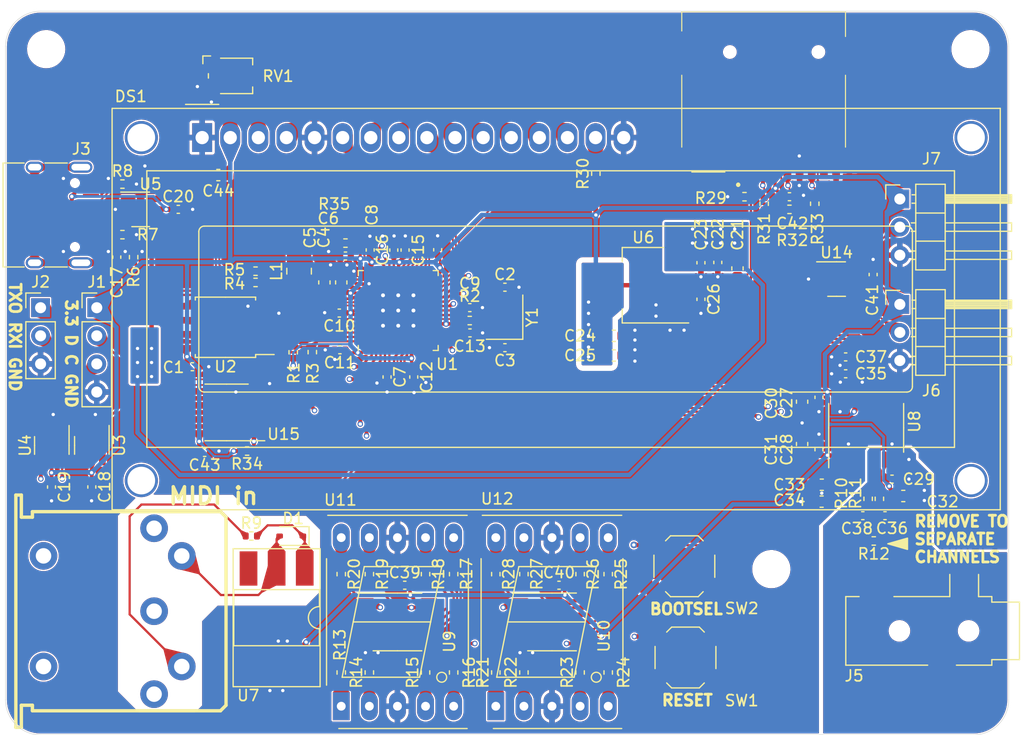
<source format=kicad_pcb>
(kicad_pcb (version 20221018) (generator pcbnew)
  (title_block (title "picoX7 Dedicated Hardware") (date "2025-03-04") (rev "0.1.1b") (company "github.com/GeorgeRudolf/picoX7"))
  (layers (0 "F.Cu" signal) (1 "In1.Cu" signal) (2 "In2.Cu" signal) (31 "B.Cu" signal) (34 "B.Paste" user) (35 "F.Paste" user) (36 "B.SilkS" user "B.Silkscreen") (37 "F.SilkS" user "F.Silkscreen") (38 "B.Mask" user) (39 "F.Mask" user) (44 "Edge.Cuts" user))
  (net 0 "")
  (net 1 "Net-(D1-K)")
  (net 2 "Net-(D1-A)")
  (net 3 "GND")
  (net 4 "/RP2350 Core/XOUT")
  (net 5 "+3V3")
  (net 6 "Net-(C3-Pad1)")
  (net 7 "+1V1")
  (net 8 "Net-(J3-SHIELD)")
  (net 9 "Net-(U8-CAPP)")
  (net 10 "Net-(U8-CAPM)")
  (net 11 "Net-(U8-VNEG)")
  (net 12 "Net-(U8-LDOO)")
  (net 13 "/Audio Output/R_CH")
  (net 14 "/Audio Output/L_CH")
  (net 15 "/SWDAT")
  (net 16 "/SWCLK")
  (net 17 "/DEBUG_TXO")
  (net 18 "/DEBUG_RXI")
  (net 19 "/USB, Power, IO/CC1")
  (net 20 "/USB, Power, IO/Din+")
  (net 21 "/USB, Power, IO/Din-")
  (net 23 "/USB, Power, IO/CC2")
  (net 25 "/RP2350 Core/ADC0")
  (net 26 "+5V")
  (net 27 "/RP2350 Core/ADC1")
  (net 28 "/RP2350 Core/VREG_LX")
  (net 29 "/RP2350 Core/XIN")
  (net 30 "/BOOTSEL")
  (net 31 "/USB+")
  (net 32 "/RP2350 Core/USB_D+")
  (net 33 "/USB-")
  (net 34 "/RP2350 Core/USB_D-")
  (net 35 "Net-(J4-Pad4)")
  (net 36 "Net-(U8-OUTL)")
  (net 37 "Net-(U8-OUTR)")
  (net 38 "/User Interface/E1")
  (net 39 "Net-(U9-Q0)")
  (net 40 "/User Interface/D1")
  (net 41 "Net-(U9-Q1)")
  (net 42 "/User Interface/C1")
  (net 43 "Net-(U9-Q2)")
  (net 44 "/User Interface/DP1")
  (net 45 "Net-(U9-Q3)")
  (net 46 "/User Interface/B1")
  (net 47 "Net-(U9-Q4)")
  (net 48 "/User Interface/A1")
  (net 49 "Net-(U9-Q5)")
  (net 50 "/User Interface/F1")
  (net 51 "Net-(U9-Q6)")
  (net 52 "/User Interface/G1")
  (net 53 "Net-(U10-DSA)")
  (net 54 "/User Interface/E2")
  (net 55 "Net-(U10-Q0)")
  (net 56 "/User Interface/D2")
  (net 57 "Net-(U10-Q1)")
  (net 58 "/User Interface/C2")
  (net 59 "Net-(U10-Q2)")
  (net 60 "/User Interface/DP2")
  (net 61 "Net-(U10-Q3)")
  (net 62 "/User Interface/B2")
  (net 63 "Net-(U10-Q4)")
  (net 64 "/User Interface/A2")
  (net 65 "Net-(U10-Q5)")
  (net 66 "/User Interface/F2")
  (net 67 "Net-(U10-Q6)")
  (net 68 "/User Interface/G2")
  (net 69 "Net-(U10-Q7)")
  (net 70 "/RUN")
  (net 71 "/RP2350 Core/QSPI_SD1")
  (net 72 "/RP2350 Core/QSPI_SD2")
  (net 73 "/RP2350 Core/QSPI_SD0")
  (net 74 "/RP2350 Core/QSPI_SCLK")
  (net 75 "/RP2350 Core/QSPI_SD3")
  (net 77 "/MIDI")
  (net 78 "/Audio Output/I2S_LRCLK")
  (net 79 "/Audio Output/I2S_DAT")
  (net 80 "/Audio Output/I2S_CLK")
  (net 81 "/RP2350 Core/7SEG_SEGDAT")
  (net 82 "/RP2350 Core/7SEG_SHFCLK")
  (net 83 "/RP2350 Core/DISP_SCLK")
  (net 84 "/RP2350 Core/DISP_SDAT")
  (net 85 "Net-(DS1-LED(+))")
  (net 86 "Net-(DS1-VO)")
  (net 87 "/RP2350 Core/DISP_RS")
  (net 88 "/RP2350 Core/DISP_E")
  (net 89 "/RP2350 Core/DISP_D0")
  (net 90 "/RP2350 Core/DISP_D1")
  (net 91 "/RP2350 Core/DISP_D2")
  (net 92 "/RP2350 Core/DISP_D3")
  (net 93 "/RP2350 Core/DISP_D4")
  (net 94 "/RP2350 Core/DISP_D5")
  (net 95 "/RP2350 Core/DISP_D6")
  (net 96 "/RP2350 Core/DISP_D7")
  (net 100 "/RP2350 Core/~{QSPI_SS}")
  (net 101 "/RP2350 Core/SD_CLK")
  (net 102 "/RP2350 Core/~{SPARE_SS}")
  (net 106 "/RP2350 Core/SD_MOSI")
  (net 107 "/RP2350 Core/SD_MISO")
  (net 108 "/RP2350 Core/~{SD_CS}")
  (net 111 "Net-(U1-VREG_AVDD)")
  (footprint "Resistor_SMD:R_0402_1005Metric" (layer "F.Cu") (at 113.665 88.342558 90)
    (fp_text reference "R14")
    (fp_text value "330")
  )
  (footprint "Capacitor_SMD:C_0603_1608Metric" (layer "F.Cu") (at 152.781 67.691 90)
    (fp_text reference "C31")
    (fp_text value "10uF")
  )
  (footprint "Capacitor_SMD:C_0603_1608Metric" (layer "F.Cu") (at 109.601 53.086 90)
    (fp_text reference "C5")
    (fp_text value "4.7uF")
  )
  (footprint "Capacitor_SMD:C_0402_1005Metric" (layer "F.Cu") (at 156.718 59.8186 180)
    (fp_text reference "C37")
    (fp_text value "1uF")
  )
  (footprint "Capacitor_SMD:C_0402_1005Metric" (layer "F.Cu") (at 143.637 51.308 -90)
    (fp_text reference "C23")
    (fp_text value "100nF")
  )
  (footprint "Package_SO:TSSOP-14_4.4x5mm_P0.65mm" (layer "F.Cu") (at 130.175 83.772558)
    (fp_text reference "U10")
    (fp_text value "74HC164")
  )
  (footprint "Capacitor_SMD:C_0402_1005Metric" (layer "F.Cu") (at 117.678907 61.636307 -90)
    (fp_text reference "C12")
    (fp_text value "100nF")
  )
  (footprint "Connector_PinHeader_2.54mm:PinHeader_1x03_P2.54mm_Horizontal" (layer "F.Cu") (at 161.614 55.0695)
    (fp_text reference "J6")
    (fp_text value "Conn_01x03")
  )
  (footprint "Capacitor_SMD:C_0603_1608Metric" (layer "F.Cu") (at 161.925 72.39)
    (fp_text reference "C32")
    (fp_text value "10uF")
  )
  (footprint "Resistor_SMD:R_0402_1005Metric" (layer "F.Cu") (at 151.638 46.482 180)
    (fp_text reference "R32")
    (fp_text value "10k")
  )
  (footprint "Resistor_SMD:R_0402_1005Metric" (layer "F.Cu") (at 158.75 72.646 -90)
    (fp_text reference "R10")
    (fp_text value "470")
  )
  (footprint "Capacitor_SMD:C_0402_1005Metric" (layer "F.Cu") (at 125.9197 53.5198)
    (fp_text reference "C2")
    (fp_text value "22pF")
  )
  (footprint "Resistor_SMD:R_0402_1005Metric" (layer "F.Cu") (at 134.1374 43.2562 90)
    (fp_text reference "R30")
    (fp_text value "330")
  )
  (footprint "Capacitor_SMD:C_0402_1005Metric" (layer "F.Cu") (at 160.274 74.168)
    (fp_text reference "C36")
    (fp_text value "2.2nF")
  )
  (footprint "Package_SO:TSSOP-20_4.4x6.5mm_P0.65mm" (layer "F.Cu") (at 158.5722 66.233 90)
    (fp_text reference "U8")
    (fp_text value "PCM5100A")
  )
  (footprint "Connector_PinHeader_2.54mm:PinHeader_1x03_P2.54mm_Horizontal" (layer "F.Cu") (at 161.614 45.5445)
    (fp_text reference "J7")
    (fp_text value "Conn_01x03")
  )
  (footprint "Resistor_SMD:R_0402_1005Metric" (layer "F.Cu") (at 91.3459 44.196)
    (fp_text reference "R8")
    (fp_text value "5k1")
  )
  (footprint "Capacitor_SMD:C_0402_1005Metric" (layer "F.Cu") (at 154.305 68.199 90)
    (fp_text reference "C28")
    (fp_text value "100nF")
  )
  (footprint "Resistor_SMD:R_0402_1005Metric" (layer "F.Cu") (at 102.997 76.007 180)
    (fp_text reference "R9")
    (fp_text value "220")
  )
  (footprint "Resistor_SMD:R_0402_1005Metric" (layer "F.Cu") (at 92.3599 50.8 90)
    (fp_text reference "R6")
    (fp_text value "1M")
  )
  (footprint "Package_SO:SOIC-8_5.23x5.23mm_P1.27mm" (layer "F.Cu") (at 100.6592 57.1398 180)
    (fp_text reference "U2")
    (fp_text value "W25Q128JVS")
  )
  (footprint "Resistor_SMD:R_0402_1005Metric" (layer "F.Cu") (at 103.378 52.07)
    (fp_text reference "R5")
    (fp_text value "27")
  )
  (footprint "Capacitor_SMD:C_0603_1608Metric" (layer "F.Cu") (at 135.763 59.69)
    (fp_text reference "C25")
    (fp_text value "22uF")
  )
  (footprint "Package_TO_SOT_SMD:SOT-23-6" (layer "F.Cu") (at 88.58 67.818 -90)
    (fp_text reference "U3")
    (fp_text value "USB TVS")
  )
  (footprint "Capacitor_SMD:C_0402_1005Metric" (layer "F.Cu") (at 113.7412 50.1538 90)
    (fp_text reference "C16")
    (fp_text value "100nF")
  )
  (footprint "Package_DIP:DIP-6_W8.89mm_SMDSocket_LongPads" (layer "F.Cu") (at 105.283 83.3882 -90)
    (fp_text reference "U7")
    (fp_text value "H11L1")
  )
  (footprint "Button_Switch_SMD:SW_SPST_TL3342" (layer "F.Cu") (at 142.1384 78.74 180)
    (fp_text reference "SW2")
    (fp_text value "SW_SPST")
  )
  (footprint "Resistor_SMD:R_0402_1005Metric" (layer "F.Cu") (at 103.378 53.086)
    (fp_text reference "R4")
    (fp_text value "27")
  )
  (footprint "Capacitor_SMD:C_0603_1608Metric" (layer "F.Cu") (at 100.0122 43.3832 180)
    (fp_text reference "C44")
    (fp_text value "2.2uF")
  )
  (footprint "Package_TO_SOT_SMD:SOT-23-6" (layer "F.Cu") (at 92.9949 46.482)
    (fp_text reference "U5")
    (fp_text value "USB TVS")
  )
  (footprint "Capacitor_SMD:C_0402_1005Metric" (layer "F.Cu") (at 119.8398 50.1344 90)
    (fp_text reference "C14" hide)
    (fp_text value "100nF")
  )
  (footprint "Resistor_SMD:R_0402_1005Metric" (layer "F.Cu") (at 122.7374 56.5326)
    (fp_text reference "R2")
    (fp_text value "1k")
  )
  (footprint "Capacitor_SMD:C_0402_1005Metric" (layer "F.Cu") (at 145.161 51.28 -90)
    (fp_text reference "C22")
    (fp_text value "1uF")
  )
  (footprint "Fiducial:Fiducial_0.5mm_Mask1mm" (layer "F.Cu") (at 168 91)
    (fp_text reference "FID3" hide)
    (fp_text value "Fiducial")
  )
  (footprint "Capacitor_SMD:C_0402_1005Metric" (layer "F.Cu") (at 122.7457 55.3618)
    (fp_text reference "C9")
    (fp_text value "100nF")
  )
  (footprint "Package_TO_SOT_SMD:SOT-23-6" (layer "F.Cu") (at 155.899 52.7835)
    (fp_text reference "U14")
    (fp_text value "USB TVS")
  )
  (footprint "Package_SO:SOIC-8_3.9x4.9mm_P1.27mm" (layer "F.Cu") (at 100.7618 64.836 180)
    (fp_text reference "U15")
    (fp_text value "~")
  )
  (footprint "Resistor_SMD:R_0402_1005Metric" (layer "F.Cu") (at 132.715 88.342558 90)
    (fp_text reference "R23")
    (fp_text value "330")
  )
  (footprint "Capacitor_SMD:C_0402_1005Metric" (layer "F.Cu") (at 90.8359 50.8 90)
    (fp_text reference "C17")
    (fp_text value "4.7nF")
  )
  (footprint "picoX7:RP2350-QFN-60-1EP_7x7_P0.4mm_EP3.4x3.4mm_ThermalVias" (layer "F.Cu") (at 116.2753 55.6246 90)
    (fp_text reference "U1")
    (fp_text value "RP2350A")
  )
  (footprint "Package_TO_SOT_SMD:SOT-223-3_TabPin2" (layer "F.Cu") (at 138.43 53.34 180)
    (fp_text reference "U6")
    (fp_text value "AMS1117-3.3")
  )
  (footprint "Resistor_SMD:R_0402_1005Metric" (layer "F.Cu") (at 108.5088 59.3852 -90)
    (fp_text reference "R3")
    (fp_text value "1k")
  )
  (footprint "Fiducial:Fiducial_0.5mm_Mask1mm" (layer "F.Cu") (at 82.455 36)
    (fp_text reference "FID1" hide)
    (fp_text value "Fiducial")
  )
  (footprint "picoX7:TF01A" (layer "F.Cu") (at 149.3032 35.858 180)
    (fp_text reference "J8" hide)
    (fp_text value "TF003" hide)
  )
  (footprint "Resistor_SMD:R_0402_1005Metric" (layer "F.Cu") (at 106.7816 59.4004 -90)
    (fp_text reference "R1")
    (fp_text value "4k7")
  )
  (footprint "Resistor_SMD:R_0402_1005Metric" (layer "F.Cu") (at 132.715 79.452558 -90)
    (fp_text reference "R26")
    (fp_text value "330")
  )
  (footprint "Capacitor_SMD:C_0402_1005Metric" (layer "F.Cu") (at 98.778 68.453)
    (fp_text reference "C43")
    (fp_text value "100nF")
  )
  (footprint "Resistor_SMD:R_0402_1005Metric" (layer "F.Cu") (at 149.352 45.974 -90)
    (fp_text reference "R31")
    (fp_text value "10k")
  )
  (footprint "Crystal:Crystal_SMD_3225-4Pin_3.2x2.5mm" (layer "F.Cu") (at 125.885 56.2278 90)
    (fp_text reference "Y1")
    (fp_text value "12MHz")
  )
  (footprint "Capacitor_SMD:C_0603_1608Metric" (layer "F.Cu") (at 152.781 63.868 -90)
    (fp_text reference "C30")
    (fp_text value "10uF")
  )
  (footprint "Capacitor_SMD:C_0603_1608Metric" (layer "F.Cu") (at 154.546 72.898 180)
    (fp_text reference "C34")
    (fp_text value "2.2uF")
  )
  (footprint "Inductor_SMD:L_1008_2520Metric_Pad1.43x2.20mm_HandSolder" (layer "F.Cu") (at 107.315 52.07 90)
    (fp_text reference "L1")
    (fp_text value "3.3uH")
  )
  (footprint "Capacitor_SMD:C_0402_1005Metric" (layer "F.Cu") (at 158.27 74.168 180)
    (fp_text reference "C38")
    (fp_text value "2.2nF")
  )
  (footprint "Capacitor_SMD:C_0402_1005Metric" (layer "F.Cu") (at 116.8654 80.455358 180)
    (fp_text reference "C39")
    (fp_text value "100nF")
  )
  (footprint "Capacitor_SMD:C_0402_1005Metric" (layer "F.Cu") (at 115.8748 50.1624 90)
    (fp_text reference "C8")
    (fp_text value "1uF")
  )
  (footprint "Button_Switch_SMD:SW_SPST_TL3342" (layer "F.Cu") (at 142.24 86.99 180)
    (fp_text reference "SW1")
    (fp_text value "SW_SPST")
  )
  (footprint "Diode_SMD:D_SOD-323" (layer "F.Cu") (at 106.6038 76.007 180)
    (fp_text reference "D1")
    (fp_text value "1N4148WS")
  )
  (footprint "picoX7:PJ-320" (layer "F.Cu") (at 163.83 84.582 -90)
    (fp_text reference "J5")
    (fp_text value "PJ-320-3P SMT")
  )
  (footprint "Capacitor_SMD:C_0402_1005Metric" (layer "F.Cu") (at 111.506 50.6984 180)
    (fp_text reference "C6")
    (fp_text value "4.7uF")
  )
  (footprint "Resistor_SMD:R_0402_1005Metric" (layer "F.Cu") (at 159.258 76.454 180)
    (fp_text reference "R12")
    (fp_text value "0")
  )
  (footprint "Capacitor_SMD:C_0603_1608Metric" (layer "F.Cu") (at 135.763 57.912)
    (fp_text reference "C24")
    (fp_text value "22uF")
  )
  (footprint "Package_TO_SOT_SMD:SOT-23-6" (layer "F.Cu") (at 84.963 67.8225 -90)
    (fp_text reference "U4")
    (fp_text value "USB TVS")
  )
  (footprint "Connector_PinHeader_2.54mm:PinHeader_1x03_P2.54mm_Vertical" (layer "F.Cu") (at 83.947 55.372)
    (fp_text reference "J2")
    (fp_text value "Conn_01x03")
  )
  (footprint "Capacitor_SMD:C_0402_1005Metric" (layer "F.Cu") (at 115.2652 61.633 -90)
    (fp_text reference "C7")
    (fp_text value "100nF")
  )
  (footprint "Capacitor_SMD:C_0402_1005Metric" (layer "F.Cu") (at 84.9376 71.5791 -90)
    (fp_text reference "C19")
    (fp_text value "100nF")
  )
  (footprint "Resistor_SMD:R_0402_1005Metric" (layer "F.Cu") (at 118.745 79.452558 -90)
    (fp_text reference "R18")
    (fp_text value "330")
  )
  (footprint "Resistor_SMD:R_0402_1005Metric" (layer "F.Cu") (at 125.095 79.452558 -90)
    (fp_text reference "R28")
    (fp_text value "330")
  )
  (footprint "Capacitor_SMD:C_0402_1005Metric" (layer "F.Cu") (at 156.718 61.3426 180)
    (fp_text reference "C35")
    (fp_text value "100nF")
  )
  (footprint "Capacitor_SMD:C_0402_1005Metric" (layer "F.Cu") (at 159.201 52.3745 90)
    (fp_text reference "C41")
    (fp_text value "100nF")
  )
  (footprint "Capacitor_SMD:C_0402_1005Metric" (layer "F.Cu") (at 110.9472 55.8546 180)
    (fp_text reference "C10")
    (fp_text value "1uF")
  )
  (footprint "Package_SO:TSSOP-14_4.4x5mm_P0.65mm" (layer "F.Cu") (at 116.205 83.772558)
    (fp_text reference "U9")
    (fp_text value "74HC164")
  )
  (footprint "Resistor_SMD:R_0402_1005Metric" (layer "F.Cu") (at 118.745 88.342558 90)
    (fp_text reference "R15")
    (fp_text value "330")
  )
  (footprint "Resistor_SMD:R_0402_1005Metric" (layer "F.Cu") (at 121.285 88.342558 90)
    (fp_text reference "R16")
    (fp_text value "330")
  )
  (footprint "Resistor_SMD:R_0402_1005Metric" (layer "F.Cu") (at 125.095 88.342558 90)
    (fp_text reference "R21")
    (fp_text value "330")
  )
  (footprint "Capacitor_SMD:C_0402_1005Metric" (layer "F.Cu") (at 143.637 54.61 -90)
    (fp_text reference "C26")
    (fp_text value "100nF")
  )
  (footprint "Connector_PinHeader_2.54mm:PinHeader_1x04_P2.54mm_Vertical" (layer "F.Cu") (at 89.027 55.372)
    (fp_text reference "J1")
    (fp_text value "Conn_01x04")
  )
  (footprint "Resistor_SMD:R_0402_1005Metric" (layer "F.Cu") (at 135.255 79.452558 -90)
    (fp_text reference "R25")
    (fp_text value "330")
  )
  (footprint "MountingHole:MountingHole_3.2mm_M3" (layer "F.Cu") (at 84.455 32)
    (fp_text reference "H1" hide)
    (fp_text value "~")
  )
  (footprint "Resistor_SMD:R_0402_1005Metric" (layer "F.Cu") (at 135.255 88.342558 90)
    (fp_text reference "R24")
    (fp_text value "330")
  )
  (footprint "Resistor_SMD:R_0402_1005Metric" (layer "F.Cu") (at 113.665 79.452558 -90)
    (fp_text reference "R19")
    (fp_text value "330")
  )
  (footprint "Capacitor_SMD:C_0402_1005Metric" (layer "F.Cu") (at 160.909 70.866)
    (fp_text reference "C29")
    (fp_text value "100nF")
  )
  (footprint "Capacitor_SMD:C_0402_1005Metric" (layer "F.Cu") (at 88.58 71.5746 -90)
    (fp_text reference "C18")
    (fp_text value "100nF")
  )
  (footprint "Capacitor_SMD:C_0402_1005Metric" (layer "F.Cu") (at 116.8934 50.1598 90)
    (fp_text reference "C15")
    (fp_text value "100nF")
  )
  (footprint "Resistor_SMD:R_0402_1005Metric" (layer "F.Cu") (at 91.3459 48.768)
    (fp_text reference "R7")
    (fp_text value "5k1")
  )
  (footprint "Capacitor_SMD:C_0402_1005Metric" (layer "F.Cu") (at 122.758907 57.648507)
    (fp_text reference "C13")
    (fp_text value "100nF")
  )
  (footprint "Resistor_SMD:R_0402_1005Metric" (layer "F.Cu") (at 111.125 79.452558 -90)
    (fp_text reference "R20")
    (fp_text value "330")
  )
  (footprint "Resistor_SMD:R_0402_1005Metric" (layer "F.Cu") (at 127.635 79.452558 -90)
    (fp_text reference "R27")
    (fp_text value "330")
  )
  (footprint "Capacitor_SMD:C_0603_1608Metric" (layer "F.Cu") (at 111.125 53.086 90)
    (fp_text reference "C4")
    (fp_text value "4.7uF")
  )
  (footprint "Resistor_SMD:R_0402_1005Metric" (layer "F.Cu") (at 102.616 68.326 180)
    (fp_text reference "R34")
    (fp_text value "4k7")
  )
  (footprint "Capacitor_SMD:C_0402_1005Metric" (layer "F.Cu") (at 130.8074 80.455358 180)
    (fp_text reference "C40")
    (fp_text value "100nF")
  )
  (footprint "Capacitor_SMD:C_0402_1005Metric" (layer "F.Cu") (at 111.0032 59.1742 180)
    (fp_text reference "C11")
    (fp_text value "100nF")
  )
  (footprint "Capacitor_SMD:C_0402_1005Metric" (layer "F.Cu") (at 97.6656 60.706)
    (fp_text reference "C1")
    (fp_text value "100nF")
  )
  (footprint "Potentiometer_SMD:Potentiometer_Bourns_TC33X_Vertical" (layer "F.Cu") (at 101.2174 34.417)
    (fp_text reference "RV1")
    (fp_text value "10k")
  )
  (footprint "Resistor_SMD:R_0402_1005Metric" (layer "F.Cu") (at 153.924 45.974 -90)
    (fp_text reference "R33")
    (fp_text value "10k")
  )
  (footprint "Capacitor_SMD:C_0402_1005Metric" (layer "F.Cu") (at 151.638 45.339)
    (fp_text reference "C42")
    (fp_text value "100nF")
  )
  (footprint "Resistor_SMD:R_0402_1005Metric" (layer "F.Cu") (at 147.574 45.339)
    (fp_text reference "R29")
    (fp_text value "1M")
  )
  (footprint "Display:WC1602A" (layer "F.Cu") (at 98.552 39.9948)
    (fp_text reference "DS1")
    (fp_text value "WC1602A")
  )
  (footprint "Capacitor_SMD:C_0402_1005Metric" (layer "F.Cu") (at 125.9197 58.9828 180)
    (fp_text reference "C3")
    (fp_text value "22pF")
  )
  (footprint "Display_7Segment:7SegmentLED_LTS6760_LTS6780" (layer "F.Cu") (at 111.125 91.392558 90)
    (fp_text reference "U11")
    (fp_text value "SM420501N/8")
  )
  (footprint "Capacitor_SMD:C_0402_1005Metric" (layer "F.Cu") (at 96.3959 46.482)
    (fp_text reference "C20")
    (fp_text value "100nF")
  )
  (footprint "Resistor_SMD:R_0402_1005Metric" (layer "F.Cu") (at 111.125 88.342558 90)
    (fp_text reference "R13")
    (fp_text value "330")
  )
  (footprint "picoX7:DIN5-180" (layer "F.Cu") (at 91.2114 82.804 -90)
    (fp_text reference "J4" hide)
    (fp_text value "MIDI in")
  )
  (footprint "Connector_USB:USB_C_Receptacle_HRO_TYPE-C-31-M-12" (layer "F.Cu") (at 84.455 46.99 -90)
    (fp_text reference "J3")
    (fp_text value "USB_DATA")
  )
  (footprint "Capacitor_SMD:C_0603_1608Metric" (layer "F.Cu") (at 146.939 51.816 -90)
    (fp_text reference "C21")
    (fp_text value "10uF")
  )
  (footprint "Resistor_SMD:R_0402_1005Metric" (layer "F.Cu") (at 159.766 72.646 -90)
    (fp_text reference "R11")
    (fp_text value "470")
  )
  (footprint "Resistor_SMD:R_0402_1005Metric" (layer "F.Cu") (at 111.506 49.53)
    (fp_text reference "R35")
    (fp_text value "27")
  )
  (footprint "Display_7Segment:7SegmentLED_LTS6760_LTS6780" (layer "F.Cu") (at 125.095 91.392558 90)
    (fp_text reference "U12")
    (fp_text value "SM420501N/8")
  )
  (footprint "Resistor_SMD:R_0402_1005Metric" (layer "F.Cu") (at 121.285 79.452558 -90)
    (fp_text reference "R17")
    (fp_text value "330")
  )
  (footprint "Capacitor_SMD:C_0402_1005Metric" (layer "F.Cu") (at 154.305 63.472 -90)
    (fp_text reference "C27")
    (fp_text value "100nF")
  )
  (footprint "MountingHole:MountingHole_3.2mm_M3" (layer "F.Cu") (at 168 32)
    (fp_text reference "H2" hide)
    (fp_text value "~")
  )
  (footprint "Capacitor_SMD:C_0603_1608Metric" (layer "F.Cu") (at 154.559 71.374)
    (fp_text reference "C33")
    (fp_text value "2.2uF")
  )
  (footprint "Resistor_SMD:R_0402_1005Metric" (layer "F.Cu") (at 127.635 88.342558 90)
    (fp_text reference "R22")
    (fp_text value "330")
  )
  (footprint "Fiducial:Fiducial_0.5mm_Mask1mm" (layer "F.Cu") (at 163 31)
    (fp_text reference "FID2" hide)
    (fp_text value "Fiducial")
  )
  (footprint "MountingHole:MountingHole_3.2mm_M3" (layer "F.Cu") (at 150 79)
    (fp_text reference "H3" hide)
    (fp_text value "~")
  )
  (gr_poly (pts (xy 115.068593 32.942004) (xy 115.091077 32.948007) (xy 115.110704 32.957006) (xy 115.127455 32.968974) (xy 115.141312 32.983883) (xy 115.152254 33.001707) (xy 115.160262 33.022418) (xy 115.165316 33.04599) (xy 115.167398 33.072394) (xy 115.166488 33.101605) (xy 115.162566 33.133595) (xy 115.155614 33.168336) (xy 115.145611 33.205802) (xy 115.132539 33.245966) (xy 115.116378 33.2888) (xy 115.097108 33.334277) (xy 115.074711 33.38237) (xy 115.020456 33.486297) (xy 114.953458 33.600362) (xy 114.912285 33.664698) (xy 114.866422 33.728589) (xy 114.81626 33.791842) (xy 114.762193 33.854259) (xy 114.704615 33.915645) (xy 114.643918 33.975804) (xy 114.580498 34.034541) (xy 114.514746 34.09166) (xy 114.377821 34.200261) (xy 114.236292 34.30004) (xy 114.093306 34.389433) (xy 113.95201 34.466873) (xy 113.815551 34.530794) (xy 113.750118 34.557196) (xy 113.687075 34.579631) (xy 113.626815 34.597903) (xy 113.569731 34.611817) (xy 113.516216 34.621178) (xy 113.466665 34.625788) (xy 113.42147 34.625453) (xy 113.381024 34.619977) (xy 113.345722 34.609164) (xy 113.315956 34.592819) (xy 113.29212 34.570745) (xy 113.274607 34.542747) (xy 113.263811 34.508629) (xy 113.260124 34.468196) (xy 113.262658 34.449261) (xy 113.270098 34.426356) (xy 113.298737 34.369618) (xy 113.344119 34.29995) (xy 113.404322 34.219322) (xy 113.477424 34.129702) (xy 113.561501 34.033059) (xy 113.654633 33.931363) (xy 113.754895 33.826581) (xy 113.860367 33.720683) (xy 113.969125 33.615638) (xy 114.079247 33.513414) (xy 114.188812 33.415981) (xy 114.295896 33.325307) (xy 114.398577 33.243361) (xy 114.494933 33.172112) (xy 114.583041 33.113529) (xy 114.690915 33.052721) (xy 114.740898 33.027273) (xy 114.788217 33.005091) (xy 114.832855 32.98615) (xy 114.874791 32.970421) (xy 114.914006 32.957879) (xy 114.950481 32.948495) (xy 114.984197 32.942243) (xy 115.015133 32.939095) (xy 115.043272 32.939025)) (fill solid) (layer "F.Cu"))
  (gr_poly (pts (xy 117.56566 30.92367) (xy 117.592555 30.925738) (xy 117.619466 30.929331) (xy 117.646376 30.934452) (xy 117.673271 30.941101) (xy 117.700135 30.949281) (xy 117.726953 30.958994) (xy 117.753708 30.970241) (xy 117.780386 30.983026) (xy 117.806971 30.997349) (xy 117.833448 31.013213) (xy 117.8598 31.030619) (xy 117.886013 31.049569) (xy 117.912071 31.070066) (xy 117.937958 31.092112) (xy 117.961895 31.115238) (xy 117.984098 31.138962) (xy 118.004568 31.163259) (xy 118.023307 31.188106) (xy 118.040318 31.213481) (xy 118.055602 31.239359) (xy 118.069162 31.265718) (xy 118.080999 31.292534) (xy 118.091115 31.319784) (xy 118.099512 31.347445) (xy 118.106192 31.375494) (xy 118.111157 31.403907) (xy 118.114409 31.432661) (xy 118.11595 31.461733) (xy 118.115782 31.491099) (xy 118.113906 31.520737) (xy 118.110325 31.550623) (xy 118.105041 31.580733) (xy 118.098055 31.611046) (xy 118.08937 31.641536) (xy 118.078987 31.672181) (xy 118.066909 31.702959) (xy 118.053137 31.733844) (xy 118.037673 31.764815) (xy 118.020519 31.795848) (xy 118.001678 31.82692) (xy 117.98115 31.858007) (xy 117.958939 31.889087) (xy 117.909471 31.951129) (xy 117.853291 32.012862) (xy 117.794372 32.069047) (xy 117.765364 32.094633) (xy 117.736647 32.118551) (xy 117.708218 32.140802) (xy 117.680069 32.161388) (xy 117.652196 32.180312) (xy 117.624592 32.197574) (xy 117.597252 32.213178) (xy 117.570169 32.227126) (xy 117.543338 32.239418) (xy 117.516754 32.250057) (xy 117.490409 32.259045) (xy 117.464299 32.266384) (xy 117.438418 32.272076) (xy 117.41276 32.276123) (xy 117.387319 32.278526) (xy 117.362088 32.279288) (xy 117.337064 32.27841) (xy 117.312239 32.275895) (xy 117.287607 32.271745) (xy 117.263164 32.265961) (xy 117.238903 32.258545) (xy 117.214818 32.249499) (xy 117.190904 32.238826) (xy 117.167154 32.226526) (xy 117.143564 32.212603) (xy 117.120126 32.197058) (xy 117.096836 32.179892) (xy 117.073687 32.161109) (xy 117.050674 32.140709) (xy 117.027791 32.118696) (xy 117.002862 32.092684) (xy 116.979672 32.066252) (xy 116.958222 32.039413) (xy 116.938515 32.01218) (xy 116.920551 31.984568) (xy 116.904333 31.956589) (xy 116.889864 31.928258) (xy 116.877144 31.899588) (xy 116.866176 31.870592) (xy 116.856962 31.841284) (xy 116.849503 31.811677) (xy 116.843802 31.781786) (xy 116.843481 31.779324) (xy 117.175942 31.779324) (xy 117.176495 31.803655) (xy 117.178243 31.826987) (xy 117.181203 31.849154) (xy 117.185396 31.869991) (xy 117.190841 31.889335) (xy 117.197557 31.90702) (xy 117.205563 31.922881) (xy 117.21488 31.936754) (xy 117.225526 31.948473) (xy 117.237521 31.957876) (xy 117.250884 31.964795) (xy 117.265634 31.969068) (xy 117.281791 31.970529) (xy 117.297276 31.96937) (xy 117.313895 31.965968) (xy 117.331541 31.960439) (xy 117.350107 31.952897) (xy 117.369488 31.943455) (xy 117.389575 31.932229) (xy 117.431446 31.904879) (xy 117.474867 31.871762) (xy 117.518986 31.833793) (xy 117.562949 31.791886) (xy 117.605905 31.746956) (xy 117.647001 31.699918) (xy 117.685384 31.651685) (xy 117.720201 31.603174) (xy 117.750599 31.555299) (xy 117.775727 31.508973) (xy 117.786048 31.486678) (xy 117.794731 31.465113) (xy 117.80167 31.444393) (xy 117.806759 31.424632) (xy 117.80989 31.405945) (xy 117.810957 31.388446) (xy 117.810433 31.372044) (xy 117.808872 31.356577) (xy 117.806292 31.342047) (xy 117.80271 31.32846) (xy 117.798143 31.315818) (xy 117.79261 31.304125) (xy 117.786127 31.293386) (xy 117.778711 31.283605) (xy 117.770382 31.274784) (xy 117.761154 31.266929) (xy 117.751047 31.260042) (xy 117.740078 31.254128) (xy 117.728264 31.249191) (xy 117.715622 31.245235) (xy 117.702171 31.242263) (xy 117.687926 31.240279) (xy 117.672907 31.239287) (xy 117.65713 31.239292) (xy 117.640613 31.240296) (xy 117.623372 31.242305) (xy 117.586793 31.249348) (xy 117.547532 31.260453) (xy 117.505729 31.275651) (xy 117.461522 31.294973) (xy 117.415052 31.31845) (xy 117.366458 31.346112) (xy 117.348013 31.358146) (xy 117.330393 31.37231) (xy 117.313618 31.388438) (xy 117.297708 31.406367) (xy 117.282681 31.425931) (xy 117.268557 31.446967) (xy 117.255356 31.469308) (xy 117.243096 31.492791) (xy 117.231798 31.51725) (xy 117.22148 31.542521) (xy 117.212162 31.56844) (xy 117.203863 31.594841) (xy 117.196603 31.62156) (xy 117.190401 31.648432) (xy 117.185277 31.675293) (xy 117.18125 31.701977) (xy 117.178338 31.72832) (xy 117.176562 31.754157) (xy 117.175942 31.779324) (xy 116.843481 31.779324) (xy 116.839861 31.751623) (xy 116.837681 31.721203) (xy 116.837265 31.690539) (xy 116.838614 31.659644) (xy 116.841731 31.628531) (xy 116.846616 31.597216) (xy 116.853273 31.56571) (xy 116.861703 31.534029) (xy 116.871908 31.502184) (xy 116.88389 31.47019) (xy 116.897652 31.438061) (xy 116.913194 31.405809) (xy 116.930518 31.373449) (xy 116.949628 31.340994) (xy 116.970524 31.308457) (xy 116.993209 31.275853) (xy 117.043953 31.210495) (xy 117.101875 31.145029) (xy 117.12584 31.119977) (xy 117.150099 31.096414) (xy 117.174638 31.074344) (xy 117.19944 31.053768) (xy 117.22449 31.034689) (xy 117.249773 31.017107) (xy 117.275272 31.001025) (xy 117.300974 30.986444) (xy 117.326861 30.973368) (xy 117.352919 30.961797) (xy 117.379132 30.951734) (xy 117.405484 30.943181) (xy 117.43196 30.936139) (xy 117.458545 30.930611) (xy 117.485223 30.926598) (xy 117.511979 30.924102) (xy 117.538796 30.923126)) (fill solid) (layer "F.Cu"))
  (gr_poly (pts (xy 125.462708 30.541779) (xy 125.732066 30.700467) (xy 125.988402 30.848861) (xy 126.225638 30.983612) (xy 126.437698 31.101373) (xy 126.618503 31.198793) (xy 126.761978 31.272525) (xy 126.817817 31.299461) (xy 126.862044 31.31922) (xy 126.8939 31.331382) (xy 126.912624 31.335529) (xy 126.930254 31.331989) (xy 126.958906 31.321597) (xy 127.046736 31.28162) (xy 127.171028 31.218327) (xy 127.326698 31.134446) (xy 127.508661 31.032705) (xy 127.651283 30.950663) (xy 128.408235 30.950663) (xy 128.415728 30.966848) (xy 128.437023 30.981917) (xy 128.471206 30.99587) (xy 128.574587 31.020427) (xy 128.718571 31.040518) (xy 128.895855 31.056145) (xy 129.099137 31.067308) (xy 129.55449 31.076237) (xy 130.026213 31.067308) (xy 130.249959 31.056145) (xy 130.455892 31.040518) (xy 130.636711 31.020427) (xy 130.785112 30.99587) (xy 130.893796 30.966848) (xy 130.930961 30.950663) (xy 130.955458 30.933362) (xy 130.969478 30.916239) (xy 130.975343 30.900558) (xy 130.972341 30.886272) (xy 130.959757 30.873335) (xy 130.93688 30.8617) (xy 130.902996 30.851321) (xy 130.857392 30.842151) (xy 130.799354 30.834143) (xy 130.643126 30.821431) (xy 130.428607 30.812812) (xy 130.150092 30.807913) (xy 129.801875 30.806362) (xy 129.640617 30.806858) (xy 129.490101 30.808347) (xy 129.350159 30.810827) (xy 129.220619 30.8143) (xy 129.101311 30.818765) (xy 128.992064 30.824222) (xy 128.892709 30.830671) (xy 128.803073 30.838112) (xy 128.722988 30.846546) (xy 128.652281 30.855972) (xy 128.590784 30.86639) (xy 128.538324 30.8778) (xy 128.494732 30.890202) (xy 128.476208 30.896775) (xy 128.459837 30.903597) (xy 128.445598 30.910666) (xy 128.433469 30.917983) (xy 128.423429 30.925549) (xy 128.415457 30.933362) (xy 128.408235 30.950663) (xy 127.651283 30.950663) (xy 127.711832 30.915834) (xy 127.931126 30.78656) (xy 128.161458 30.647612) (xy 128.231536 30.607191) (xy 128.975762 30.607191) (xy 128.989216 30.61888) (xy 129.054799 30.63984) (xy 129.166084 30.657575) (xy 129.316033 30.672086) (xy 129.703772 30.691434) (xy 130.161708 30.697883) (xy 130.633534 30.691434) (xy 131.062945 30.672086) (xy 131.244148 30.657575) (xy 131.393633 30.63984) (xy 131.50436 30.61888) (xy 131.569292 30.594696) (xy 131.58342 30.581298) (xy 131.586186 30.574967) (xy 131.586076 30.568878) (xy 131.577198 30.557419) (xy 131.556724 30.546905) (xy 131.524591 30.537322) (xy 131.480739 30.528653) (xy 131.357625 30.513998) (xy 131.186886 30.502815) (xy 130.968026 30.494981) (xy 130.700549 30.490371) (xy 130.383959 30.488862) (xy 130.100358 30.490805) (xy 129.839578 30.496469) (xy 129.605587 30.505606) (xy 129.499878 30.511398) (xy 129.402354 30.517967) (xy 129.313512 30.525279) (xy 129.233847 30.533304) (xy 129.163857 30.542012) (xy 129.104036 30.55137) (xy 129.054881 30.561349) (xy 129.016889 30.571917) (xy 129.002233 30.577412) (xy 128.990554 30.583043) (xy 128.981914 30.588805) (xy 128.976374 30.594696) (xy 128.975762 30.607191) (xy 128.231536 30.607191) (xy 128.63192 30.376249) (xy 128.78922 30.287779) (xy 129.558457 30.287779) (xy 129.563431 30.301168) (xy 129.578404 30.313534) (xy 129.603454 30.324846) (xy 129.638659 30.335073) (xy 129.684096 30.344183) (xy 129.739841 30.352147) (xy 129.882572 30.364508) (xy 130.06747 30.371908) (xy 130.295156 30.374099) (xy 130.566251 30.370833) (xy 130.881374 30.361862) (xy 132.20429 30.330112) (xy 132.20429 31.451946) (xy 135.008875 31.420196) (xy 136.098959 31.410108) (xy 136.575292 31.40922) (xy 136.990605 31.410935) (xy 137.333488 31.415131) (xy 137.592531 31.421684) (xy 137.756325 31.430469) (xy 137.798937 31.43566) (xy 137.809798 31.438448) (xy 137.813458 31.441362) (xy 137.813213 31.444461) (xy 137.812484 31.447799) (xy 137.809634 31.45515) (xy 137.805017 31.463338) (xy 137.798741 31.472286) (xy 137.790915 31.481915) (xy 137.781647 31.49215) (xy 137.771045 31.502912) (xy 137.759219 31.514123) (xy 137.746277 31.525706) (xy 137.732327 31.537584) (xy 137.717478 31.549679) (xy 137.701838 31.561913) (xy 137.668621 31.58649) (xy 137.633543 31.610695) (xy 137.36743 31.808782) (xy 136.850045 32.213119) (xy 135.413687 33.358268) (xy 134.028924 34.48159) (xy 133.576032 34.858642) (xy 133.400209 35.018529) (xy 133.399548 35.022466) (xy 133.401491 35.026337) (xy 133.412942 35.033866) (xy 133.434067 35.041086) (xy 133.46437 35.047964) (xy 133.550525 35.060573) (xy 133.667437 35.071446) (xy 133.811139 35.080334) (xy 133.977661 35.08699) (xy 134.163034 35.091165) (xy 134.363291 35.092612) (xy 135.34754 35.082029) (xy 137.644125 33.251112) (xy 139.930126 31.409613) (xy 139.930126 30.171362) (xy 134.74429 30.171362) (xy 133.473154 30.172892) (xy 132.393633 30.177646) (xy 131.498908 30.185873) (xy 130.782155 30.19782) (xy 130.236556 30.213737) (xy 130.025806 30.223261) (xy 129.855287 30.23387) (xy 129.724145 30.245595) (xy 129.631528 30.258468) (xy 129.576583 30.272519) (xy 129.562971 30.279996) (xy 129.558457 30.287779) (xy 128.78922 30.287779) (xy 129.059718 30.135644) (xy 129.243045 30.035247) (xy 129.398219 29.952585) (xy 129.519411 29.891007) (xy 129.600791 29.853862) (xy 129.750488 29.831083) (xy 130.054221 29.810537) (xy 131.108916 29.777133) (xy 132.735111 29.755636) (xy 134.90304 29.748029) (xy 139.91954 29.748029) (xy 140.120626 30.012612) (xy 140.143932 30.041959) (xy 140.166183 30.074252) (xy 140.187319 30.109211) (xy 140.207276 30.146558) (xy 140.225993 30.186013) (xy 140.243408 30.227297) (xy 140.259459 30.270131) (xy 140.274084 30.314237) (xy 140.28722 30.359335) (xy 140.298806 30.405146) (xy 140.30878 30.451392) (xy 140.31708 30.497792) (xy 140.323643 30.544068) (xy 140.328408 30.589941) (xy 140.331312 30.635132) (xy 140.332294 30.679362) (xy 140.332549 30.832001) (xy 140.327393 30.970796) (xy 140.313898 31.099267) (xy 140.289131 31.220931) (xy 140.250164 31.339309) (xy 140.194067 31.457919) (xy 140.117908 31.580281) (xy 140.018759 31.709914) (xy 139.89369 31.850337) (xy 139.739769 32.005069) (xy 139.554067 32.17763) (xy 139.333655 32.371538) (xy 138.776976 32.837474) (xy 138.046293 33.431029) (xy 137.217815 34.095299) (xy 136.498479 34.66531) (xy 136.203923 34.895436) (xy 135.965674 35.078556) (xy 135.793405 35.206858) (xy 135.735037 35.248011) (xy 135.696791 35.272529) (xy 135.630583 35.305715) (xy 135.541183 35.3376) (xy 135.431691 35.367872) (xy 135.305208 35.396222) (xy 135.164834 35.422339) (xy 135.01367 35.445914) (xy 134.854816 35.466636) (xy 134.691374 35.484196) (xy 134.526444 35.498283) (xy 134.363125 35.508587) (xy 134.20452 35.514798) (xy 134.053728 35.516607) (xy 133.91385 35.513703) (xy 133.787987 35.505776) (xy 133.679239 35.492516) (xy 133.590707 35.473612) (xy 133.564448 35.46645) (xy 133.537398 35.456993) (xy 133.509759 35.445428) (xy 133.481733 35.431941) (xy 133.45352 35.416717) (xy 133.425323 35.399943) (xy 133.397343 35.381804) (xy 133.369781 35.362487) (xy 133.34284 35.342179) (xy 133.31672 35.321064) (xy 133.291623 35.299329) (xy 133.267752 35.277159) (xy 133.245306 35.254742) (xy 133.224488 35.232263) (xy 133.205499 35.209908) (xy 133.188541 35.187863) (xy 133.16637 35.151679) (xy 133.147593 35.118161) (xy 133.132382 35.086752) (xy 133.126167 35.071664) (xy 133.120907 35.056894) (xy 133.116624 35.042371) (xy 133.113339 35.028027) (xy 133.111073 35.013792) (xy 133.109848 34.999595) (xy 133.109685 34.985367) (xy 133.110605 34.971038) (xy 133.11263 34.956539) (xy 133.115781 34.9418) (xy 133.120078 34.92675) (xy 133.125545 34.911321) (xy 133.132201 34.895442) (xy 133.140068 34.879044) (xy 133.149168 34.862057) (xy 133.159522 34.84441) (xy 133.184076 34.806862) (xy 133.213901 34.765842) (xy 133.249168 34.72079) (xy 133.290047 34.67115) (xy 133.336708 34.616362) (xy 133.422884 34.52411) (xy 133.557801 34.394278) (xy 133.734638 34.232944) (xy 133.946573 34.046185) (xy 134.186786 33.840079) (xy 134.448455 33.620702) (xy 134.724758 33.394132) (xy 135.008875 33.166446) (xy 135.544326 32.72641) (xy 135.781665 32.528903) (xy 135.990479 32.352852) (xy 136.164566 32.203093) (xy 136.297726 32.084465) (xy 136.34702 32.038336) (xy 136.383757 32.001803) (xy 136.407161 31.975472) (xy 136.413621 31.96632) (xy 136.416457 31.959945) (xy 136.410337 31.952043) (xy 136.386715 31.944225) (xy 136.291132 31.92894) (xy 135.935743 31.900414) (xy 135.416891 31.875858) (xy 134.801177 31.856758) (xy 134.1552 31.844604) (xy 133.545563 31.840883) (xy 133.038865 31.847084) (xy 132.701708 31.864696) (xy 132.674588 31.865728) (xy 132.646853 31.864889) (xy 132.618567 31.862234) (xy 132.589797 31.857812) (xy 132.560608 31.851678) (xy 132.531067 31.843883) (xy 132.501239 31.83448) (xy 132.47119 31.82352) (xy 132.410692 31.797142) (xy 132.350101 31.765167) (xy 132.289945 31.728014) (xy 132.23075 31.686102) (xy 132.173043 31.639849) (xy 132.117351 31.589674) (xy 132.064202 31.535995) (xy 132.014122 31.479231) (xy 131.967639 31.4198) (xy 131.92528 31.358122) (xy 131.887572 31.294614) (xy 131.870627 31.262305) (xy 131.855042 31.229696) (xy 131.728042 30.912196) (xy 130.373375 31.716529) (xy 130.192851 31.825473) (xy 130.028031 31.926294) (xy 129.878497 32.019301) (xy 129.743831 32.104805) (xy 129.623613 32.183115) (xy 129.517426 32.254543) (xy 129.42485 32.319396) (xy 129.383536 32.349455) (xy 129.345467 32.377987) (xy 129.310592 32.405031) (xy 129.278859 32.430625) (xy 129.250214 32.454808) (xy 129.224606 32.477619) (xy 129.201983 32.499097) (xy 129.182291 32.519281) (xy 129.165479 32.538209) (xy 129.151495 32.55592) (xy 129.140285 32.572452) (xy 129.131798 32.587845) (xy 129.125982 32.602138) (xy 129.122784 32.615368) (xy 129.122151 32.627575) (xy 129.124032 32.638798) (xy 129.128374 32.649075) (xy 129.135124 32.658446) (xy 129.186078 32.700882) (xy 129.294702 32.777673) (xy 129.657677 33.016956) (xy 130.16948 33.341567) (xy 130.775541 33.716779) (xy 131.070443 33.894471) (xy 131.332944 34.055342) (xy 131.564377 34.20068) (xy 131.66886 34.267925) (xy 131.766075 34.33177) (xy 131.856191 34.392375) (xy 131.939372 34.4499) (xy 132.015787 34.504507) (xy 132.085601 34.556356) (xy 132.148982 34.605608) (xy 132.206095 34.652425) (xy 132.257108 34.696966) (xy 132.302188 34.739394) (xy 132.3415 34.779868) (xy 132.375212 34.818549) (xy 132.40349 34.855599) (xy 132.426501 34.891178) (xy 132.444411 34.925447) (xy 132.457388 34.958566) (xy 132.465597 34.990698) (xy 132.469206 35.022002) (xy 132.468381 35.052639) (xy 132.463289 35.08277) (xy 132.454097 35.112557) (xy 132.44097 35.14216) (xy 132.424077 35.171739) (xy 132.403583 35.201456) (xy 132.379654 35.231471) (xy 132.352459 35.261945) (xy 132.322352 35.293853) (xy 132.290695 35.322241) (xy 132.256186 35.347312) (xy 132.217521 35.369267) (xy 132.1734 35.388307) (xy 132.122519 35.404635) (xy 132.063577 35.41845) (xy 131.995271 35.429956) (xy 131.916299 35.439353) (xy 131.825359 35.446844) (xy 131.602365 35.45691) (xy 131.31587 35.461768) (xy 130.955458 35.463029) (xy 129.748958 35.463029) (xy 128.81054 34.908845) (xy 129.561331 34.908845) (xy 129.561853 34.912158) (xy 129.56307 34.915564) (xy 129.564973 34.919063) (xy 129.567553 34.922658) (xy 129.574703 34.930141) (xy 129.584441 34.938022) (xy 129.596691 34.946314) (xy 129.611375 34.955028) (xy 129.639171 34.968785) (xy 129.678471 34.982231) (xy 129.728623 34.995305) (xy 129.788976 35.007945) (xy 129.93768 35.031675) (xy 130.119375 35.052925) (xy 130.32885 35.071198) (xy 130.560898 35.085998) (xy 130.810309 35.096829) (xy 131.071874 35.103196) (xy 131.260044 35.106653) (xy 131.428276 35.109025) (xy 131.577472 35.110218) (xy 131.708528 35.110141) (xy 131.767536 35.109596) (xy 131.822346 35.108699) (xy 131.873071 35.107438) (xy 131.919823 35.1058) (xy 131.962715 35.103775) (xy 132.001859 35.101351) (xy 132.037368 35.098516) (xy 132.069354 35.095258) (xy 132.097929 35.091567) (xy 132.123206 35.087429) (xy 132.145297 35.082835) (xy 132.164315 35.077771) (xy 132.172706 35.07506) (xy 132.180371 35.072227) (xy 132.187324 35.069271) (xy 132.193579 35.06619) (xy 132.19915 35.062984) (xy 132.204051 35.05965) (xy 132.208296 35.056187) (xy 132.211899 35.052594) (xy 132.214874 35.048869) (xy 132.217235 35.045011) (xy 132.218996 35.041019) (xy 132.220172 35.03689) (xy 132.220776 35.032623) (xy 132.220823 35.028218) (xy 132.220325 35.023672) (xy 132.219299 35.018984) (xy 132.217757 35.014153) (xy 132.215713 35.009176) (xy 132.213182 35.004054) (xy 132.210178 34.998784) (xy 132.202806 34.987794) (xy 132.193709 34.976196) (xy 132.172888 34.955347) (xy 132.145711 34.936405) (xy 132.111527 34.919292) (xy 132.069685 34.903931) (xy 132.019533 34.890245) (xy 131.96042 34.878155) (xy 131.891696 34.867585) (xy 131.812708 34.858456) (xy 131.621341 34.844214) (xy 131.381107 34.834809) (xy 131.0868 34.82962) (xy 130.733209 34.828029) (xy 130.544342 34.830153) (xy 130.374203 34.832618) (xy 130.222171 34.835517) (xy 130.087626 34.838943) (xy 129.969948 34.842989) (xy 129.868517 34.847749) (xy 129.782714 34.853314) (xy 129.745478 34.856428) (xy 129.711917 34.859779) (xy 129.681952 34.863377) (xy 129.655507 34.867236) (xy 129.632503 34.871365) (xy 129.612863 34.875778) (xy 129.59651 34.880485) (xy 129.583366 34.885498) (xy 129.573354 34.890829) (xy 129.569498 34.893617) (xy 129.566396 34.89649) (xy 129.564038 34.899447) (xy 129.562414 34.902491) (xy 129.561515 34.905623) (xy 129.561331 34.908845) (xy 128.81054 34.908845) (xy 128.404874 34.669279) (xy 128.317242 34.618486) (xy 129.086383 34.618486) (xy 129.086437 34.620934) (xy 129.08722 34.623388) (xy 129.090972 34.62831) (xy 129.097638 34.633247) (xy 129.107219 34.638195) (xy 129.119714 34.643152) (xy 129.135124 34.648112) (xy 129.213011 34.663408) (xy 129.331577 34.677216) (xy 129.484871 34.68904) (xy 129.666937 34.698383) (xy 129.871824 34.70475) (xy 130.093577 34.707644) (xy 130.326245 34.706569) (xy 130.563873 34.701029) (xy 130.719329 34.69681) (xy 130.860475 34.692079) (xy 130.987638 34.686821) (xy 131.101143 34.68102) (xy 131.201315 34.674661) (xy 131.28848 34.667729) (xy 131.362964 34.660207) (xy 131.395553 34.656221) (xy 131.425092 34.652081) (xy 131.451625 34.647786) (xy 131.47519 34.643335) (xy 131.49583 34.638724) (xy 131.513583 34.633953) (xy 131.528492 34.629019) (xy 131.540597 34.62392) (xy 131.549939 34.618654) (xy 131.556558 34.61322) (xy 131.558859 34.610439) (xy 131.560495 34.607616) (xy 131.56147 34.604749) (xy 131.56179 34.601838) (xy 131.56146 34.598885) (xy 131.560485 34.595887) (xy 131.55887 34.592845) (xy 131.55662 34.589759) (xy 131.550236 34.583453) (xy 131.541373 34.576967) (xy 131.530072 34.570298) (xy 131.516374 34.563445) (xy 131.487306 34.552038) (xy 131.448037 34.541638) (xy 131.340757 34.523923) (xy 131.198255 34.510426) (xy 131.02425 34.501269) (xy 130.822464 34.496576) (xy 130.596617 34.496473) (xy 130.350431 34.501083) (xy 130.087625 34.510529) (xy 129.940657 34.516725) (xy 129.805347 34.523386) (xy 129.681696 34.530481) (xy 129.569703 34.53798) (xy 129.469368 34.54585) (xy 129.380691 34.554061) (xy 129.303672 34.562583) (xy 129.238312 34.571383) (xy 129.184609 34.580432) (xy 129.16213 34.585039) (xy 129.142565 34.589697) (xy 129.125915 34.594402) (xy 129.11218 34.599149) (xy 129.101359 34.603935) (xy 129.093452 34.608755) (xy 129.08846 34.613607) (xy 129.087057 34.616043) (xy 129.086383 34.618486) (xy 128.317242 34.618486) (xy 128.131093 34.510591) (xy 127.869589 34.362197) (xy 127.626689 34.227446) (xy 127.541445 34.181391) (xy 128.354976 34.181391) (xy 128.355256 34.185179) (xy 128.35612 34.189055) (xy 128.35957 34.197073) (xy 128.365261 34.205451) (xy 128.373125 34.214196) (xy 128.396661 34.230566) (xy 128.432928 34.245941) (xy 128.539998 34.273686) (xy 128.687036 34.2974) (xy 128.866738 34.317053) (xy 129.071803 34.332612) (xy 129.294929 34.344048) (xy 129.766156 34.354425) (xy 130.222004 34.347934) (xy 130.425906 34.338286) (xy 130.604058 34.324328) (xy 130.749157 34.30603) (xy 130.853903 34.283359) (xy 130.888861 34.270375) (xy 130.910993 34.256286) (xy 130.919384 34.241088) (xy 130.913124 34.224779) (xy 130.895229 34.207537) (xy 130.869179 34.19152) (xy 130.834757 34.176712) (xy 130.791747 34.163098) (xy 130.739931 34.150662) (xy 130.679092 34.139389) (xy 130.529478 34.120268) (xy 130.341169 34.105613) (xy 130.112428 34.095298) (xy 129.84152 34.089201) (xy 129.526707 34.087196) (xy 129.350506 34.087575) (xy 129.190645 34.088746) (xy 129.046597 34.090753) (xy 128.917835 34.093645) (xy 128.803832 34.097466) (xy 128.704061 34.102264) (xy 128.617994 34.108086) (xy 128.579935 34.111395) (xy 128.545104 34.114977) (xy 128.513436 34.118838) (xy 128.484865 34.122984) (xy 128.459325 34.127421) (xy 128.436749 34.132154) (xy 128.417073 34.13719) (xy 128.400229 34.142533) (xy 128.386153 34.148191) (xy 128.374779 34.154168) (xy 128.36604 34.160471) (xy 128.35987 34.167105) (xy 128.357728 34.170549) (xy 128.356204 34.174077) (xy 128.35529 34.177691) (xy 128.354976 34.181391) (xy 127.541445 34.181391) (xy 127.408718 34.109685) (xy 127.222001 34.012265) (xy 127.072863 33.938533) (xy 127.014362 33.911597) (xy 126.967629 33.891838) (xy 126.933453 33.879676) (xy 126.912624 33.875529) (xy 126.891796 33.879676) (xy 126.85762 33.891838) (xy 126.752386 33.938533) (xy 126.603248 34.012265) (xy 126.416531 34.109685) (xy 126.19856 34.227446) (xy 125.95566 34.362197) (xy 125.420376 34.669279) (xy 124.076291 35.463029) (xy 122.859208 35.463029) (xy 122.650032 35.462845) (xy 122.465723 35.462057) (xy 122.304358 35.460308) (xy 122.164015 35.457241) (xy 122.101126 35.455102) (xy 122.042772 35.4525) (xy 121.988712 35.44939) (xy 121.938706 35.445728) (xy 121.892514 35.441469) (xy 121.849895 35.436568) (xy 121.810609 35.430982) (xy 121.774416 35.424664) (xy 121.741076 35.417572) (xy 121.710348 35.40966) (xy 121.681991 35.400884) (xy 121.655767 35.391199) (xy 121.631434 35.38056) (xy 121.608752 35.368924) (xy 121.587481 35.356245) (xy 121.56738 35.342478) (xy 121.548209 35.32758) (xy 121.529728 35.311506) (xy 121.511697 35.294211) (xy 121.493875 35.27565) (xy 121.476022 35.25578) (xy 121.457898 35.234555) (xy 121.419875 35.187863) (xy 121.309807 35.050279) (xy 121.620958 35.050279) (xy 121.628248 35.061539) (xy 121.649517 35.071531) (xy 121.730367 35.087837) (xy 121.856269 35.099462) (xy 122.019982 35.106668) (xy 122.431885 35.10888) (xy 122.908156 35.096581) (xy 123.390876 35.07188) (xy 123.822126 35.036885) (xy 124.00035 35.016186) (xy 124.143987 34.993704) (xy 124.245797 34.969702) (xy 124.278755 34.957215) (xy 124.298541 34.944446) (xy 124.309641 34.929185) (xy 124.310944 34.915135) (xy 124.302076 34.902262) (xy 124.282667 34.890537) (xy 124.252343 34.879927) (xy 124.210733 34.870403) (xy 124.157465 34.861934) (xy 124.092167 34.854487) (xy 123.923991 34.84254) (xy 123.703229 34.834313) (xy 123.426905 34.829558) (xy 123.092042 34.828029) (xy 122.867975 34.828432) (xy 122.667241 34.829765) (xy 122.488613 34.832215) (xy 122.407207 34.833916) (xy 122.330868 34.835966) (xy 122.259444 34.838389) (xy 122.192781 34.841206) (xy 122.130726 34.844443) (xy 122.073127 34.848121) (xy 122.019829 34.852264) (xy 121.970681 34.856895) (xy 121.925528 34.862038) (xy 121.884218 34.867716) (xy 121.846598 34.873952) (xy 121.812514 34.88077) (xy 121.781814 34.888192) (xy 121.754345 34.896242) (xy 121.729953 34.904943) (xy 121.708485 34.914318) (xy 121.698799 34.919266) (xy 121.689788 34.924391) (xy 121.681431 34.929696) (xy 121.673709 34.935185) (xy 121.666603 34.94086) (xy 121.660095 34.946723) (xy 121.654165 34.952778) (xy 121.648793 34.959029) (xy 121.643961 34.965476) (xy 121.63965 34.972125) (xy 121.63584 34.978976) (xy 121.632512 34.986035) (xy 121.629648 34.993302) (xy 121.627228 35.000782) (xy 121.623642 35.016389) (xy 121.621603 35.032881) (xy 121.620958 35.050279) (xy 121.309807 35.050279) (xy 121.208207 34.923279) (xy 120.742541 35.187863) (xy 120.627982 35.251233) (xy 120.514648 35.306388) (xy 120.402771 35.353294) (xy 120.292584 35.391923) (xy 120.184319 35.422241) (xy 120.130981 35.434275) (xy 120.07821 35.444219) (xy 120.026035 35.452071) (xy 119.974487 35.457825) (xy 119.923594 35.46148) (xy 119.873385 35.463029) (xy 119.823889 35.46247) (xy 119.775135 35.459799) (xy 119.727153 35.455012) (xy 119.67997 35.448105) (xy 119.633618 35.439074) (xy 119.588123 35.427915) (xy 119.543517 35.414624) (xy 119.499826 35.399198) (xy 119.457082 35.381633) (xy 119.415312 35.361924) (xy 119.374546 35.340068) (xy 119.334813 35.316061) (xy 119.296142 35.289899) (xy 119.258562 35.261579) (xy 119.222102 35.231095) (xy 119.186791 35.198445) (xy 118.901041 34.933863) (xy 118.403624 35.209029) (xy 118.276257 35.27612) (xy 118.152146 35.334499) (xy 118.031321 35.384134) (xy 117.913814 35.424995) (xy 117.856315 35.442125) (xy 117.799656 35.45705) (xy 117.743842 35.469765) (xy 117.688877 35.480268) (xy 117.634765 35.488554) (xy 117.581509 35.494619) (xy 117.529114 35.498459) (xy 117.477583 35.500071) (xy 117.42692 35.49945) (xy 117.377129 35.496593) (xy 117.328214 35.491495) (xy 117.280179 35.484154) (xy 117.233027 35.474565) (xy 117.186763 35.462724) (xy 117.141391 35.448627) (xy 117.096914 35.432271) (xy 117.053336 35.413651) (xy 117.010661 35.392764) (xy 116.968892 35.369606) (xy 116.928035 35.344173) (xy 116.888092 35.316461) (xy 116.849068 35.286466) (xy 116.810967 35.254184) (xy 116.773791 35.219612) (xy 116.477458 34.933863) (xy 116.223458 35.198445) (xy 116.197074 35.225834) (xy 116.169652 35.252354) (xy 116.141393 35.277883) (xy 116.112498 35.302295) (xy 116.083169 35.325466) (xy 116.053608 35.347274) (xy 116.024015 35.367593) (xy 115.994593 35.3863) (xy 115.965543 35.40327) (xy 115.937067 35.418381) (xy 115.909366 35.431506) (xy 115.882641 35.442524) (xy 115.857095 35.451309) (xy 115.832929 35.457737) (xy 115.810343 35.461685) (xy 115.799707 35.46269) (xy 115.789541 35.463029) (xy 115.770058 35.461656) (xy 115.749391 35.457626) (xy 115.727658 35.451073) (xy 115.704978 35.442131) (xy 115.681468 35.430933) (xy 115.657247 35.417613) (xy 115.607144 35.385142) (xy 115.555615 35.345788) (xy 115.503605 35.30062) (xy 115.45206 35.250709) (xy 115.401927 35.197123) (xy 115.354149 35.140932) (xy 115.309674 35.083207) (xy 115.269446 35.025017) (xy 115.252377 34.996959) (xy 115.589034 34.996959) (xy 115.589068 35.024664) (xy 115.590938 35.049618) (xy 115.594653 35.07178) (xy 115.600222 35.091114) (xy 115.607655 35.107579) (xy 115.616962 35.121138) (xy 115.628153 35.131751) (xy 115.641237 35.13938) (xy 115.656225 35.143985) (xy 115.673124 35.145529) (xy 115.704402 35.143258) (xy 115.734826 35.136289) (xy 115.764538 35.124391) (xy 115.793675 35.10733) (xy 115.822379 35.084874) (xy 115.850788 35.05679) (xy 115.879042 35.022846) (xy 115.907281 34.98281) (xy 115.935643 34.936449) (xy 115.96427 34.883529) (xy 115.993299 34.82382) (xy 116.022871 34.757087) (xy 116.041466 34.711613) (xy 116.858458 34.711613) (xy 116.859502 34.738087) (xy 116.8626 34.763912) (xy 116.867693 34.789058) (xy 116.874725 34.813498) (xy 116.883642 34.837201) (xy 116.894386 34.860138) (xy 116.906901 34.882281) (xy 116.921131 34.903601) (xy 116.93702 34.924068) (xy 116.954511 34.943653) (xy 116.973549 34.962327) (xy 116.994077 34.980061) (xy 117.01604 34.996827) (xy 117.03938 35.012594) (xy 117.089968 35.041019) (xy 117.145394 35.065102) (xy 117.205207 35.084613) (xy 117.268957 35.099317) (xy 117.336196 35.108983) (xy 117.406474 35.113378) (xy 117.47934 35.11227) (xy 117.554346 35.105425) (xy 117.631041 35.092612) (xy 117.712967 35.072445) (xy 117.802752 35.044388) (xy 117.898583 35.009478) (xy 117.998647 34.968754) (xy 118.101129 34.923256) (xy 118.204216 34.874021) (xy 118.306093 34.822089) (xy 118.404947 34.768498) (xy 118.498965 34.714287) (xy 118.586332 34.660494) (xy 118.665234 34.608159) (xy 118.697655 34.584612) (xy 119.292624 34.584612) (xy 119.295111 34.648857) (xy 119.302474 34.708646) (xy 119.314565 34.763985) (xy 119.331237 34.814882) (xy 119.352343 34.861346) (xy 119.377735 34.903383) (xy 119.407267 34.941003) (xy 119.440791 34.974211) (xy 119.478159 35.003017) (xy 119.519225 35.027428) (xy 119.563841 35.047451) (xy 119.611861 35.063095) (xy 119.663135 35.074367) (xy 119.717518 35.081275) (xy 119.774862 35.083826) (xy 119.83502 35.082029) (xy 119.897845 35.075891) (xy 119.963188 35.06542) (xy 120.030904 35.050624) (xy 120.100844 35.03151) (xy 120.246809 34.980361) (xy 120.399906 34.912034) (xy 120.558956 34.826593) (xy 120.72278 34.724097) (xy 120.839861 34.640539) (xy 122.244408 34.640539) (xy 122.245706 34.648112) (xy 122.249674 34.655223) (xy 122.265978 34.668108) (xy 122.294033 34.679304) (xy 122.334553 34.688919) (xy 122.38825 34.69706) (xy 122.538029 34.709359) (xy 122.749075 34.717069) (xy 123.027095 34.721059) (xy 123.377792 34.722196) (xy 123.632763 34.720253) (xy 123.877689 34.714589) (xy 124.106491 34.705452) (xy 124.313093 34.693091) (xy 124.491418 34.677754) (xy 124.568077 34.669046) (xy 124.635388 34.659688) (xy 124.692592 34.649709) (xy 124.738927 34.639141) (xy 124.773636 34.628015) (xy 124.786392 34.622253) (xy 124.795957 34.616362) (xy 124.808249 34.604704) (xy 124.810233 34.599061) (xy 124.809456 34.593542) (xy 124.799655 34.582876) (xy 124.778926 34.572706) (xy 124.747344 34.563032) (xy 124.704987 34.553855) (xy 124.58826 34.536987) (xy 124.429366 34.522105) (xy 124.228923 34.509206) (xy 123.987553 34.498292) (xy 123.705874 34.489362) (xy 123.400983 34.483905) (xy 123.263622 34.483037) (xy 123.136028 34.483409) (xy 123.017984 34.485021) (xy 122.909272 34.487874) (xy 122.809676 34.491967) (xy 122.718978 34.4973) (xy 122.636963 34.503873) (xy 122.563412 34.511686) (xy 122.498108 34.52074) (xy 122.440835 34.531034) (xy 122.391376 34.542568) (xy 122.349513 34.555342) (xy 122.315029 34.569357) (xy 122.300486 34.576829) (xy 122.287708 34.584612) (xy 122.264138 34.605342) (xy 122.249467 34.623948) (xy 122.244408 34.640539) (xy 120.839861 34.640539) (xy 120.890202 34.604611) (xy 121.060042 34.468196) (xy 121.1195 34.416358) (xy 121.176789 34.362187) (xy 121.231845 34.305892) (xy 121.284606 34.247682) (xy 121.335012 34.187767) (xy 121.382998 34.126356) (xy 121.428505 34.063658) (xy 121.471468 33.999883) (xy 121.511828 33.93524) (xy 121.54952 33.869938) (xy 121.584485 33.804186) (xy 121.616658 33.738194) (xy 121.64598 33.672171) (xy 121.672386 33.606326) (xy 121.695816 33.540869) (xy 121.716208 33.476008) (xy 121.733499 33.411954) (xy 121.747627 33.348915) (xy 121.758531 33.287101) (xy 121.766148 33.226721) (xy 121.770416 33.167984) (xy 121.771274 33.1111) (xy 121.768659 33.056278) (xy 121.762509 33.003727) (xy 121.752763 32.953656) (xy 121.739358 32.906275) (xy 121.722233 32.861794) (xy 121.701324 32.82042) (xy 121.676571 32.782364) (xy 121.647912 32.747835) (xy 121.615283 32.717043) (xy 121.578624 32.690196) (xy 121.561654 32.679684) (xy 121.542577 32.669975) (xy 121.498608 32.652947) (xy 121.447725 32.639082) (xy 121.390935 32.628349) (xy 121.329247 32.620717) (xy 121.263667 32.616154) (xy 121.195204 32.614629) (xy 121.124864 32.616112) (xy 121.053657 32.620572) (xy 120.982589 32.627977) (xy 120.912668 32.638297) (xy 120.844902 32.6515) (xy 120.780299 32.667556) (xy 120.719866 32.686434) (xy 120.664611 32.708102) (xy 120.615542 32.732529) (xy 120.494296 32.804837) (xy 120.373344 32.889812) (xy 120.253726 32.985979) (xy 120.13648 33.091866) (xy 120.022644 33.206002) (xy 119.913258 33.326911) (xy 119.80936 33.453123) (xy 119.711989 33.583164) (xy 119.622183 33.715562) (xy 119.540981 33.848843) (xy 119.469422 33.981535) (xy 119.408545 34.112166) (xy 119.359387 34.239261) (xy 119.322989 34.361349) (xy 119.309899 34.420055) (xy 119.300388 34.476957) (xy 119.294587 34.531871) (xy 119.292624 34.584612) (xy 118.697655 34.584612) (xy 118.733857 34.558319) (xy 118.790389 34.512015) (xy 118.813553 34.490513) (xy 118.833014 34.470283) (xy 118.848545 34.451457) (xy 118.859919 34.434164) (xy 118.86691 34.418534) (xy 118.869291 34.404696) (xy 118.869043 34.380537) (xy 118.867803 34.359758) (xy 118.864826 34.342514) (xy 118.859369 34.328959) (xy 118.855478 34.323614) (xy 118.850688 34.319249) (xy 118.844905 34.315884) (xy 118.838037 34.313539) (xy 118.829991 34.312232) (xy 118.820674 34.311983) (xy 118.797854 34.314738) (xy 118.768832 34.321957) (xy 118.732865 34.333796) (xy 118.689209 34.35041) (xy 118.637119 34.371954) (xy 118.504662 34.430451) (xy 118.329541 34.510529) (xy 118.255262 34.542779) (xy 118.183276 34.572073) (xy 118.113648 34.598434) (xy 118.046437 34.621882) (xy 117.981707 34.642438) (xy 117.91952 34.660125) (xy 117.859937 34.674963) (xy 117.803021 34.686973) (xy 117.748833 34.696178) (xy 117.697435 34.702598) (xy 117.64889 34.706254) (xy 117.60326 34.707168) (xy 117.560606 34.705362) (xy 117.520991 34.700856) (xy 117.484477 34.693672) (xy 117.451125 34.683831) (xy 117.420997 34.671355) (xy 117.394156 34.656264) (xy 117.370664 34.638581) (xy 117.350583 34.618326) (xy 117.333974 34.595521) (xy 117.3209 34.570187) (xy 117.311422 34.542345) (xy 117.305604 34.512017) (xy 117.303505 34.479224) (xy 117.30519 34.443988) (xy 117.310719 34.406329) (xy 117.320155 34.366269) (xy 117.33356 34.323829) (xy 117.350996 34.279031) (xy 117.372524 34.231896) (xy 117.398207 34.182445) (xy 117.441525 34.107259) (xy 117.476283 34.055404) (xy 118.045362 34.055404) (xy 118.045725 34.066844) (xy 118.048204 34.076814) (xy 118.052838 34.08535) (xy 118.059666 34.092487) (xy 118.068726 34.09826) (xy 118.080058 34.102704) (xy 118.093699 34.105853) (xy 118.109689 34.107742) (xy 118.128066 34.108407) (xy 118.14887 34.107882) (xy 118.197911 34.103401) (xy 118.257122 34.09458) (xy 118.326813 34.081697) (xy 118.407293 34.065031) (xy 118.498874 34.044862) (xy 118.596013 34.021752) (xy 118.681168 33.999883) (xy 118.75451 33.979006) (xy 118.786804 33.968861) (xy 118.816209 33.958872) (xy 118.842746 33.949007) (xy 118.866436 33.939235) (xy 118.887301 33.929525) (xy 118.905361 33.919846) (xy 118.920639 33.910167) (xy 118.933155 33.900457) (xy 118.942932 33.890685) (xy 118.949989 33.88082) (xy 118.954349 33.870831) (xy 118.956033 33.860687) (xy 118.955061 33.850357) (xy 118.951457 33.83981) (xy 118.94524 33.829015) (xy 118.936432 33.817941) (xy 118.925054 33.806556) (xy 118.911128 33.794831) (xy 118.894675 33.782733) (xy 118.875717 33.770233) (xy 118.854274 33.757298) (xy 118.830368 33.743899) (xy 118.775253 33.71558) (xy 118.710541 33.685029) (xy 118.595799 33.632712) (xy 118.549318 33.612266) (xy 118.508962 33.595897) (xy 118.490813 33.589305) (xy 118.473876 33.583808) (xy 118.458043 33.57943) (xy 118.443209 33.576198) (xy 118.429265 33.574137) (xy 118.416107 33.573271) (xy 118.403627 33.573626) (xy 118.391718 33.575227) (xy 118.380275 33.578099) (xy 118.36919 33.582268) (xy 118.358357 33.587758) (xy 118.347669 33.594595) (xy 118.33702 33.602804) (xy 118.326304 33.61241) (xy 118.315412 33.623439) (xy 118.30424 33.635915) (xy 118.292681 33.649865) (xy 118.280627 33.665312) (xy 118.25461 33.7008) (xy 118.191958 33.790862) (xy 118.149593 33.852548) (xy 118.113988 33.906824) (xy 118.085453 33.953969) (xy 118.064296 33.994261) (xy 118.056582 34.011924) (xy 118.050829 34.02798) (xy 118.047076 34.042461) (xy 118.045362 34.055404) (xy 117.476283 34.055404) (xy 117.498687 34.02198) (xy 117.567662 33.92867) (xy 117.64642 33.829392) (xy 117.732929 33.726207) (xy 117.825158 33.621177) (xy 117.921078 33.516365) (xy 118.018656 33.413831) (xy 118.115862 33.315638) (xy 118.210665 33.223848) (xy 118.301034 33.140522) (xy 118.384938 33.067723) (xy 118.460347 33.007512) (xy 118.525229 32.961952) (xy 118.553088 32.94531) (xy 118.577554 32.933103) (xy 118.598373 32.925591) (xy 118.615291 32.923029) (xy 118.623165 32.923368) (xy 118.630908 32.924375) (xy 118.638511 32.926038) (xy 118.645966 32.928341) (xy 118.653267 32.931273) (xy 118.660405 32.934819) (xy 118.667372 32.938966) (xy 118.674161 32.9437) (xy 118.680764 32.949007) (xy 118.687173 32.954875) (xy 118.699379 32.968235) (xy 118.710717 32.983674) (xy 118.721124 33.001081) (xy 118.73054 33.020349) (xy 118.738901 33.041368) (xy 118.746146 33.064031) (xy 118.752213 33.088228) (xy 118.75704 33.113852) (xy 118.760564 33.140793) (xy 118.762724 33.168944) (xy 118.763458 33.198196) (xy 118.763612 33.213822) (xy 118.764073 33.228948) (xy 118.764836 33.243571) (xy 118.765897 33.257686) (xy 118.767253 33.271289) (xy 118.768899 33.284376) (xy 118.770833 33.296945) (xy 118.773049 33.30899) (xy 118.775544 33.320508) (xy 118.778315 33.331495) (xy 118.781356 33.341947) (xy 118.784666 33.351861) (xy 118.788238 33.361232) (xy 118.792071 33.370056) (xy 118.796159 33.37833) (xy 118.800499 33.38605) (xy 118.805088 33.393212) (xy 118.80992 33.399811) (xy 118.814993 33.405845) (xy 118.820302 33.411309) (xy 118.825843 33.4162) (xy 118.831614 33.420513) (xy 118.837609 33.424245) (xy 118.843825 33.427391) (xy 118.850258 33.429948) (xy 118.856904 33.431913) (xy 118.86376 33.43328) (xy 118.870821 33.434047) (xy 118.878083 33.434209) (xy 118.885544 33.433763) (xy 118.893198 33.432704) (xy 118.901041 33.431029) (xy 118.916909 33.423857) (xy 118.932729 33.414332) (xy 118.948457 33.402583) (xy 118.964045 33.388737) (xy 118.979447 33.372922) (xy 118.994617 33.355266) (xy 119.024072 33.314943) (xy 119.05204 33.268791) (xy 119.078146 33.217833) (xy 119.102021 33.163092) (xy 119.123291 33.105592) (xy 119.141585 33.046355) (xy 119.156529 32.986405) (xy 119.167754 32.926765) (xy 119.174885 32.868459) (xy 119.177552 32.812509) (xy 119.175381 32.759938) (xy 119.172366 32.73524) (xy 119.168002 32.71177) (xy 119.162243 32.689657) (xy 119.155042 32.669029) (xy 119.124244 32.608807) (xy 119.083904 32.562674) (xy 119.034712 32.53002) (xy 118.977357 32.510237) (xy 118.91253 32.502718) (xy 118.840921 32.506853) (xy 118.763219 32.522033) (xy 118.680114 32.547651) (xy 118.592296 32.583098) (xy 118.500456 32.627765) (xy 118.405282 32.681044) (xy 118.307465 32.742327) (xy 118.106661 32.886468) (xy 117.903562 33.055321) (xy 117.703688 33.244017) (xy 117.512557 33.44769) (xy 117.335689 33.66147) (xy 117.178603 33.88049) (xy 117.109203 33.990444) (xy 117.046818 34.099882) (xy 116.992138 34.208197) (xy 116.945853 34.314779) (xy 116.908652 34.41902) (xy 116.881226 34.520312) (xy 116.864265 34.618045) (xy 116.858458 34.711613) (xy 116.041466 34.711613) (xy 116.053125 34.6831) (xy 116.0842 34.601624) (xy 116.116237 34.512428) (xy 116.149375 34.415279) (xy 116.194664 34.292496) (xy 116.249751 34.15731) (xy 116.312527 34.014187) (xy 116.380885 33.867592) (xy 116.452715 33.721988) (xy 116.52591 33.581841) (xy 116.59836 33.451617) (xy 116.667958 33.335779) (xy 116.699062 33.282374) (xy 116.728771 33.229511) (xy 116.756929 33.177486) (xy 116.783382 33.126593) (xy 116.807975 33.077126) (xy 116.830553 33.029379) (xy 116.85096 32.983648) (xy 116.869041 32.940227) (xy 116.884642 32.89941) (xy 116.897608 32.861493) (xy 116.907783 32.826769) (xy 116.915013 32.795533) (xy 116.919142 32.76808) (xy 116.919995 32.755864) (xy 116.920015 32.744704) (xy 116.919182 32.734637) (xy 116.917478 32.7257) (xy 116.914881 32.717929) (xy 116.911375 32.711362) (xy 116.879999 32.663135) (xy 116.848887 32.626179) (xy 116.817311 32.601346) (xy 116.80112 32.593742) (xy 116.78454 32.589489) (xy 116.767479 32.588692) (xy 116.749847 32.59146) (xy 116.731552 32.597898) (xy 116.712503 32.608113) (xy 116.671779 32.640299) (xy 116.626948 32.688873) (xy 116.577279 32.754685) (xy 116.522044 32.83859) (xy 116.460516 32.941439) (xy 116.391964 33.064085) (xy 116.230878 33.37218) (xy 116.032958 33.769696) (xy 115.958804 33.924673) (xy 115.891178 34.0719) (xy 115.830156 34.211064) (xy 115.775816 34.341857) (xy 115.728235 34.463969) (xy 115.68749 34.577088) (xy 115.65366 34.680906) (xy 115.626822 34.775112) (xy 115.616049 34.818514) (xy 115.607053 34.859397) (xy 115.599844 34.897721) (xy 115.594431 34.933449) (xy 115.590825 34.966541) (xy 115.589034 34.996959) (xy 115.252377 34.996959) (xy 115.234412 34.967431) (xy 115.205517 34.91152) (xy 115.193668 34.884526) (xy 115.183707 34.858353) (xy 115.175755 34.833132) (xy 115.169928 34.808999) (xy 115.166345 34.786087) (xy 115.165125 34.764529) (xy 115.16452 34.729342) (xy 115.162272 34.699334) (xy 115.15773 34.67472) (xy 115.154395 34.664505) (xy 115.150242 34.655719) (xy 115.14519 34.648391) (xy 115.139157 34.642547) (xy 115.132063 34.638214) (xy 115.123825 34.63542) (xy 115.114362 34.634192) (xy 115.103593 34.634557) (xy 115.091437 34.636542) (xy 115.077812 34.640175) (xy 115.045829 34.652489) (xy 115.006995 34.671718) (xy 114.960656 34.698078) (xy 114.906164 34.731787) (xy 114.842865 34.773061) (xy 114.77011 34.822117) (xy 114.593624 34.944446) (xy 114.543852 34.980255) (xy 114.490127 35.01611) (xy 114.43296 35.051811) (xy 114.372863 35.087155) (xy 114.310347 35.121941) (xy 114.245925 35.155968) (xy 114.113406 35.220935) (xy 113.979398 35.280446) (xy 113.847995 35.332887) (xy 113.78455 35.355953) (xy 113.72329 35.376647) (xy 113.664728 35.394767) (xy 113.609374 35.410112) (xy 113.528253 35.431439) (xy 113.455007 35.452239) (xy 113.38883 35.473225) (xy 113.328916 35.49511) (xy 113.274459 35.518607) (xy 113.224654 35.544429) (xy 113.201243 35.558436) (xy 113.178693 35.573291) (xy 113.156902 35.589084) (xy 113.13577 35.605904) (xy 113.115197 35.62384) (xy 113.09508 35.642982) (xy 113.07532 35.663418) (xy 113.055816 35.685237) (xy 113.017173 35.733384) (xy 112.978343 35.788136) (xy 112.938521 35.850204) (xy 112.896901 35.920303) (xy 112.852676 35.999146) (xy 112.805041 36.087446) (xy 112.772464 36.143313) (xy 112.738399 36.199522) (xy 112.703094 36.255668) (xy 112.666796 36.311349) (xy 112.629755 36.366163) (xy 112.592217 36.419704) (xy 112.554431 36.471572) (xy 112.516645 36.521362) (xy 112.479107 36.568672) (xy 112.442066 36.613098) (xy 112.405768 36.654238) (xy 112.370463 36.691688) (xy 112.336398 36.725045) (xy 112.303821 36.753906) (xy 112.27298 36.777868) (xy 112.258289 36.787887) (xy 112.244124 36.796529) (xy 112.202605 36.824434) (xy 112.164977 36.848619) (xy 112.130666 36.869083) (xy 112.0991 36.885826) (xy 112.084166 36.892802) (xy 112.069703 36.898848) (xy 112.05564 36.903964) (xy 112.041904 36.90815) (xy 112.028424 36.911406) (xy 112.015128 36.913731) (xy 112.001944 36.915126) (xy 111.988801 36.915591) (xy 111.975628 36.915126) (xy 111.962351 36.913731) (xy 111.9489 36.911406) (xy 111.935203 36.90815) (xy 111.921188 36.903964) (xy 111.906783 36.898848) (xy 111.891917 36.892802) (xy 111.876519 36.885826) (xy 111.843836 36.869083) (xy 111.808161 36.848619) (xy 111.768921 36.824434) (xy 111.725541 36.796529) (xy 111.696408 36.775959) (xy 111.668594 36.754009) (xy 111.642174 36.730789) (xy 111.617227 36.706405) (xy 111.593831 36.680967) (xy 111.572062 36.654584) (xy 111.551999 36.627364) (xy 111.533718 36.599414) (xy 111.517298 36.570845) (xy 111.502816 36.541764) (xy 111.490349 36.51228) (xy 111.479975 36.482502) (xy 111.475282 36.465363) (xy 111.80557 36.465363) (xy 111.80707 36.473616) (xy 111.810208 36.479029) (xy 111.826332 36.493539) (xy 111.84296 36.505317) (xy 111.8601 36.514358) (xy 111.877759 36.520659) (xy 111.895945 36.524217) (xy 111.914666 36.525026) (xy 111.93393 36.523084) (xy 111.953744 36.518386) (xy 111.974116 36.510928) (xy 111.995054 36.500707) (xy 112.038659 36.47196) (xy 112.08462 36.432112) (xy 112.132999 36.381133) (xy 112.183859 36.318992) (xy 112.237262 36.245658) (xy 112.293269 36.1611) (xy 112.351942 36.065287) (xy 112.413344 35.958187) (xy 112.477536 35.839771) (xy 112.544581 35.710006) (xy 112.614541 35.568862) (xy 112.661282 35.472886) (xy 112.706194 35.383468) (xy 112.749184 35.300716) (xy 112.790158 35.224739) (xy 112.829024 35.155645) (xy 112.865688 35.093542) (xy 112.900058 35.038541) (xy 112.932041 34.990748) (xy 112.947108 34.969588) (xy 112.961543 34.950272) (xy 112.975335 34.932812) (xy 112.988472 34.917222) (xy 113.000942 34.903516) (xy 113.012734 34.891707) (xy 113.023836 34.881809) (xy 113.034236 34.873835) (xy 113.043924 34.867799) (xy 113.052886 34.863714) (xy 113.061113 34.861594) (xy 113.068591 34.861453) (xy 113.072046 34.862129) (xy 113.075309 34.863304) (xy 113.07838 34.864981) (xy 113.081257 34.867161) (xy 113.086421 34.873037) (xy 113.090791 34.880946) (xy 113.099655 34.902898) (xy 113.110356 34.923114) (xy 113.122871 34.941593) (xy 113.137176 34.958336) (xy 113.153248 34.973343) (xy 113.171065 34.986614) (xy 113.190603 34.998148) (xy 113.211838 35.007946) (xy 113.234747 35.016007) (xy 113.259308 35.022332) (xy 113.313289 35.029774) (xy 113.373595 35.03027) (xy 113.440041 35.023821) (xy 113.51244 35.010426) (xy 113.590606 34.990086) (xy 113.674352 34.962801) (xy 113.763494 34.928571) (xy 113.857845 34.887395) (xy 113.957219 34.839274) (xy 114.06143 34.784207) (xy 114.170291 34.722196) (xy 114.259064 34.669868) (xy 114.346673 34.614256) (xy 114.43295 34.55561) (xy 114.517722 34.494178) (xy 114.682074 34.363962) (xy 114.838364 34.225606) (xy 114.985229 34.081111) (xy 115.121303 33.932476) (xy 115.245223 33.781702) (xy 115.355625 33.630789) (xy 115.451143 33.481736) (xy 115.492895 33.408532) (xy 115.530415 33.336544) (xy 115.563532 33.26602) (xy 115.592075 33.197211) (xy 115.615875 33.130367) (xy 115.63476 33.065738) (xy 115.64856 33.003575) (xy 115.657105 32.944126) (xy 115.660223 32.887642) (xy 115.657745 32.834373) (xy 115.6495 32.784569) (xy 115.635318 32.738479) (xy 115.615027 32.696355) (xy 115.588458 32.658446) (xy 115.561704 32.629298) (xy 115.533053 32.603366) (xy 115.50253 32.580639) (xy 115.47016 32.561108) (xy 115.435969 32.544762) (xy 115.399981 32.531593) (xy 115.362222 32.52159) (xy 115.322717 32.514744) (xy 115.281491 32.511045) (xy 115.23857 32.510483) (xy 115.193978 32.513049) (xy 115.147741 32.518733) (xy 115.050431 32.539417) (xy 114.946843 32.572456) (xy 114.837178 32.617774) (xy 114.721637 32.675292) (xy 114.600423 32.744934) (xy 114.473735 32.826621) (xy 114.341777 32.920277) (xy 114.204749 33.025824) (xy 114.062853 33.143183) (xy 113.916291 33.272279) (xy 113.440041 33.716779) (xy 113.725791 33.155862) (xy 113.754797 33.098496) (xy 113.782222 33.04172) (xy 113.807972 32.985873) (xy 113.831955 32.931297) (xy 113.854078 32.878334) (xy 113.874247 32.827324) (xy 113.89237 32.778609) (xy 113.908354 32.732529) (xy 113.922105 32.689426) (xy 113.93353 32.64964) (xy 113.942538 32.613513) (xy 113.949033 32.581386) (xy 113.952925 32.553599) (xy 113.954118 32.530495) (xy 113.953674 32.520805) (xy 113.952521 32.512413) (xy 113.950648 32.505363) (xy 113.948041 32.499696) (xy 113.914028 32.450497) (xy 113.896777 32.430714) (xy 113.879332 32.414182) (xy 113.86167 32.400928) (xy 113.843768 32.390981) (xy 113.825603 32.384372) (xy 113.80715 32.381129) (xy 113.788388 32.381281) (xy 113.769292 32.384858) (xy 113.74984 32.391887) (xy 113.730008 32.402399) (xy 113.709773 32.416423) (xy 113.689111 32.433987) (xy 113.646416 32.479852) (xy 113.601737 32.540228) (xy 113.554887 32.615348) (xy 113.505681 32.705443) (xy 113.453932 32.810746) (xy 113.399455 32.931491) (xy 113.342063 33.067909) (xy 113.28157 33.220233) (xy 113.217791 33.388696) (xy 113.147925 33.562101) (xy 113.059703 33.767877) (xy 112.956598 33.998705) (xy 112.842083 34.247268) (xy 112.592713 34.768332) (xy 112.464803 35.026198) (xy 112.339374 35.272529) (xy 112.220705 35.50191) (xy 112.112329 35.718517) (xy 112.016603 35.917513) (xy 111.935885 36.09406) (xy 111.90189 36.172404) (xy 111.87253 36.243322) (xy 111.8481 36.30621) (xy 111.828894 36.360463) (xy 111.815207 36.405475) (xy 111.807335 36.440644) (xy 111.80567 36.454347) (xy 111.80557 36.465363) (xy 111.475282 36.465363) (xy 111.471771 36.452537) (xy 111.465815 36.422495) (xy 111.462185 36.392484) (xy 111.460958 36.362612) (xy 111.464376 36.330012) (xy 111.474414 36.284374) (xy 111.513047 36.157395) (xy 111.574253 35.988495) (xy 111.655426 35.784498) (xy 111.753963 35.552223) (xy 111.867259 35.298491) (xy 111.992708 35.030125) (xy 112.127708 34.753945) (xy 112.65952 33.636081) (xy 112.874825 33.174879) (xy 113.016708 32.859529) (xy 113.072888 32.737986) (xy 113.101438 32.681307) (xy 113.130293 32.627357) (xy 113.159449 32.576135) (xy 113.188907 32.527642) (xy 113.218662 32.481878) (xy 113.248714 32.438841) (xy 113.279061 32.398534) (xy 113.3097 32.360955) (xy 113.34063 32.326104) (xy 113.371849 32.293982) (xy 113.403354 32.264589) (xy 113.435145 32.237923) (xy 113.467218 32.213987) (xy 113.499572 32.192779) (xy 113.532206 32.174299) (xy 113.565116 32.158548) (xy 113.598302 32.145526) (xy 113.631761 32.135232) (xy 113.665491 32.127667) (xy 113.69949 32.12283) (xy 113.733757 32.120721) (xy 113.76829 32.121341) (xy 113.803086 32.12469) (xy 113.838143 32.130767) (xy 113.873461 32.139573) (xy 113.909036 32.151107) (xy 113.944866 32.16537) (xy 113.980951 32.182361) (xy 114.017288 32.202081) (xy 114.053874 32.224529) (xy 114.101135 32.2543) (xy 114.144225 32.280133) (xy 114.183936 32.302059) (xy 114.221058 32.32011) (xy 114.256381 32.334316) (xy 114.290697 32.344708) (xy 114.307724 32.348483) (xy 114.324796 32.351317) (xy 114.342011 32.353213) (xy 114.359468 32.354175) (xy 114.377266 32.354207) (xy 114.395505 32.353312) (xy 114.433696 32.348759) (xy 114.474833 32.340548) (xy 114.519706 32.328709) (xy 114.569107 32.313273) (xy 114.623824 32.294271) (xy 114.752375 32.245696) (xy 114.854477 32.205029) (xy 114.947091 32.170393) (xy 115.031148 32.141865) (xy 115.070258 32.129915) (xy 115.107577 32.119522) (xy 115.143223 32.110695) (xy 115.17731 32.103443) (xy 115.209955 32.097776) (xy 115.241275 32.093705) (xy 115.271385 32.091238) (xy 115.300403 32.090385) (xy 115.328444 32.091155) (xy 115.355624 32.09356) (xy 115.382061 32.097608) (xy 115.407869 32.103309) (xy 115.433166 32.110672) (xy 115.458068 32.119708) (xy 115.48269 32.130426) (xy 115.50715 32.142836) (xy 115.531563 32.156947) (xy 115.556046 32.17277) (xy 115.580715 32.190313) (xy 115.605687 32.209587) (xy 115.631077 32.230601) (xy 115.657002 32.253365) (xy 115.710921 32.304181) (xy 115.768375 32.362113) (xy 115.817121 32.408763) (xy 115.860689 32.44957) (xy 115.899855 32.48464) (xy 115.935393 32.514082) (xy 115.952043 32.526727) (xy 115.968078 32.538006) (xy 115.983593 32.547932) (xy 115.998686 32.556519) (xy 116.013453 32.563781) (xy 116.027992 32.56973) (xy 116.042398 32.574381) (xy 116.05677 32.577748) (xy 116.071204 32.579843) (xy 116.085797 32.58068) (xy 116.100645 32.580274) (xy 116.115847 32.578637) (xy 116.131498 32.575782) (xy 116.147695 32.571725) (xy 116.164536 32.566477) (xy 116.182117 32.560054) (xy 116.200535 32.552467) (xy 116.219887 32.543732) (xy 116.261781 32.522867) (xy 116.308574 32.497569) (xy 116.361041 32.467946) (xy 116.437171 32.42368) (xy 116.507224 32.386173) (xy 116.540165 32.369974) (xy 116.571819 32.355487) (xy 116.602264 32.342722) (xy 116.631578 32.331685) (xy 116.659837 32.322385) (xy 116.68712 32.314828) (xy 116.713503 32.309024) (xy 116.739065 32.304979) (xy 116.763882 32.302701) (xy 116.788033 32.302199) (xy 116.811595 32.303479) (xy 116.834645 32.30655) (xy 116.857262 32.311419) (xy 116.879521 32.318094) (xy 116.901502 32.326583) (xy 116.923281 32.336894) (xy 116.944936 32.349034) (xy 116.966544 32.363011) (xy 116.988184 32.378833) (xy 117.009932 32.396508) (xy 117.031866 32.416043) (xy 117.054064 32.437446) (xy 117.076602 32.460725) (xy 117.09956 32.485888) (xy 117.14704 32.541895) (xy 117.197125 32.605529) (xy 117.236417 32.661368) (xy 117.271353 32.709936) (xy 117.302537 32.751404) (xy 117.316911 32.769528) (xy 117.330574 32.785942) (xy 117.343601 32.800665) (xy 117.356069 32.81372) (xy 117.368051 32.825128) (xy 117.379625 32.83491) (xy 117.390866 32.843088) (xy 117.401849 32.849682) (xy 117.412649 32.854714) (xy 117.423343 32.858206) (xy 117.434007 32.860178) (xy 117.444714 32.860653) (xy 117.455542 32.859651) (xy 117.466566 32.857193) (xy 117.47786 32.853302) (xy 117.489502 32.847997) (xy 117.501566 32.841302) (xy 117.514128 32.833236) (xy 117.527264 32.823821) (xy 117.541049 32.813079) (xy 117.555559 32.801031) (xy 117.570869 32.787699) (xy 117.604193 32.757264) (xy 117.641624 32.721945) (xy 117.711563 32.660629) (xy 117.785905 32.60001) (xy 117.863844 32.540538) (xy 117.944572 32.482663) (xy 118.027286 32.426834) (xy 118.111177 32.373502) (xy 118.195441 32.323115) (xy 118.27927 32.276123) (xy 118.36186 32.232976) (xy 118.442403 32.194123) (xy 118.520093 32.160014) (xy 118.594125 32.131098) (xy 118.663692 32.107826) (xy 118.727987 32.090646) (xy 118.786206 32.080008) (xy 118.837542 32.076362) (xy 118.858141 32.077677) (xy 118.880177 32.081548) (xy 118.903535 32.087865) (xy 118.928099 32.096516) (xy 118.980393 32.120383) (xy 119.036144 32.152265) (xy 119.094438 32.191278) (xy 119.15436 32.236539) (xy 119.214994 32.287163) (xy 119.275427 32.342269) (xy 119.334744 32.40097) (xy 119.39203 32.462385) (xy 119.44637 32.52563) (xy 119.49685 32.589819) (xy 119.542555 32.654071) (xy 119.582571 32.717502) (xy 119.615982 32.779226) (xy 119.641875 32.838362) (xy 119.645008 32.84695) (xy 119.648458 32.854852) (xy 119.652234 32.862064) (xy 119.656344 32.868583) (xy 119.660795 32.874403) (xy 119.665594 32.879523) (xy 119.67075 32.883936) (xy 119.67627 32.887641) (xy 119.682163 32.890632) (xy 119.688435 32.892907) (xy 119.695095 32.89446) (xy 119.70215 32.895289) (xy 119.709608 32.895389) (xy 119.717477 32.894757) (xy 119.725765 32.893388) (xy 119.734479 32.891279) (xy 119.743627 32.888426) (xy 119.753216 32.884824) (xy 119.773753 32.875362) (xy 119.796149 32.862862) (xy 119.820468 32.847292) (xy 119.846772 32.828621) (xy 119.875121 32.806819) (xy 119.905579 32.781854) (xy 119.938208 32.753695) (xy 120.071223 32.640847) (xy 120.137707 32.589098) (xy 120.204114 32.540478) (xy 120.270397 32.494998) (xy 120.336509 32.452667) (xy 120.402404 32.413495) (xy 120.468036 32.377491) (xy 120.533357 32.344665) (xy 120.598322 32.315027) (xy 120.662884 32.288587) (xy 120.726997 32.265353) (xy 120.790613 32.245337) (xy 120.853687 32.228547) (xy 120.916171 32.214993) (xy 120.97802 32.204685) (xy 121.039187 32.197633) (xy 121.099625 32.193846) (xy 121.159288 32.193334) (xy 121.218129 32.196107) (xy 121.276102 32.202174) (xy 121.333161 32.211545) (xy 121.389258 32.22423) (xy 121.444348 32.240238) (xy 121.498384 32.25958) (xy 121.551318 32.282264) (xy 121.603106 32.308301) (xy 121.6537 32.3377) (xy 121.703053 32.370471) (xy 121.75112 32.406624) (xy 121.797854 32.446167) (xy 121.843208 32.489112) (xy 121.908692 32.559351) (xy 121.966239 32.631326) (xy 122.015848 32.705285) (xy 122.05752 32.781477) (xy 122.091255 32.860149) (xy 122.117052 32.94155) (xy 122.134911 33.025927) (xy 122.144833 33.113529) (xy 122.146817 33.204604) (xy 122.140864 33.299399) (xy 122.126974 33.398163) (xy 122.105145 33.501144) (xy 122.07538 33.608589) (xy 122.037677 33.720748) (xy 121.992036 33.837867) (xy 121.938458 33.960196) (xy 121.914023 34.015761) (xy 121.892301 34.067373) (xy 121.873276 34.115047) (xy 121.86477 34.137412) (xy 121.856933 34.158799) (xy 121.849763 34.179209) (xy 121.843257 34.198644) (xy 121.837414 34.217106) (xy 121.832232 34.234598) (xy 121.827709 34.25112) (xy 121.823842 34.266676) (xy 121.820631 34.281266) (xy 121.818073 34.294894) (xy 121.816165 34.30756) (xy 121.814907 34.319267) (xy 121.814297 34.330017) (xy 121.814331 34.339811) (xy 121.815009 34.348652) (xy 121.816328 34.356541) (xy 121.818287 34.363481) (xy 121.820884 34.369473) (xy 121.824116 34.37452) (xy 121.82597 34.376689) (xy 121.827981 34.378622) (xy 121.830151 34.38032) (xy 121.832479 34.381783) (xy 121.834964 34.383011) (xy 121.837606 34.384004) (xy 121.843361 34.385288) (xy 121.849742 34.385635) (xy 121.856747 34.385048) (xy 121.864375 34.383529) (xy 121.937861 34.354848) (xy 122.058368 34.295472) (xy 122.090839 34.277696) (xy 122.785124 34.277696) (xy 122.792384 34.290009) (xy 122.813564 34.301167) (xy 122.894079 34.320112) (xy 123.019459 34.334715) (xy 123.182495 34.345164) (xy 123.592703 34.354342) (xy 124.067031 34.349133) (xy 124.547807 34.331026) (xy 124.977363 34.301508) (xy 125.15491 34.282936) (xy 125.298025 34.262069) (xy 125.399499 34.239093) (xy 125.432368 34.226873) (xy 125.452124 34.214196) (xy 125.466033 34.197075) (xy 125.471617 34.181412) (xy 125.46824 34.167175) (xy 125.455266 34.154334) (xy 125.432061 34.142856) (xy 125.397989 34.132712) (xy 125.352413 34.12387) (xy 125.294698 34.1163) (xy 125.140309 34.104848) (xy 124.929738 34.09811) (xy 124.657899 34.095836) (xy 124.319708 34.097779) (xy 124.096672 34.100032) (xy 123.895217 34.102905) (xy 123.714349 34.106523) (xy 123.553077 34.111008) (xy 123.410409 34.116486) (xy 123.285352 34.12308) (xy 123.229118 34.126834) (xy 123.176914 34.130914) (xy 123.128617 34.135335) (xy 123.084103 34.140112) (xy 123.043248 34.145262) (xy 123.005927 34.150799) (xy 122.972017 34.156739) (xy 122.941393 34.163098) (xy 122.913933 34.169891) (xy 122.88951 34.177133) (xy 122.868003 34.184841) (xy 122.849285 34.193029) (xy 122.833235 34.201713) (xy 122.819726 34.210909) (xy 122.808637 34.220632) (xy 122.799841 34.230897) (xy 122.793216 34.241721) (xy 122.788638 34.253118) (xy 122.785982 34.265105) (xy 122.785124 34.277696) (xy 122.090839 34.277696) (xy 122.412228 34.101748) (xy 122.780812 33.888024) (xy 123.472429 33.888024) (xy 123.485882 33.899714) (xy 123.551465 33.920674) (xy 123.66275 33.938409) (xy 123.8127 33.95292) (xy 124.200438 33.972267) (xy 124.658374 33.978716) (xy 125.130201 33.972267) (xy 125.559611 33.95292) (xy 125.740814 33.938409) (xy 125.890299 33.920674) (xy 126.001026 33.899714) (xy 126.065957 33.875529) (xy 126.080086 33.862132) (xy 126.082852 33.855801) (xy 127.742397 33.855801) (xy 127.745163 33.862132) (xy 127.750797 33.868707) (xy 127.759292 33.875529) (xy 127.785593 33.888024) (xy 127.824223 33.899714) (xy 127.93495 33.920674) (xy 128.084434 33.938409) (xy 128.265638 33.95292) (xy 128.695048 33.972267) (xy 129.166874 33.978716) (xy 129.62481 33.972267) (xy 130.012549 33.95292) (xy 130.162498 33.938409) (xy 130.273784 33.920674) (xy 130.339366 33.899714) (xy 130.35282 33.888024) (xy 130.352208 33.875529) (xy 130.338028 33.863876) (xy 130.311693 33.85275) (xy 130.273701 33.842182) (xy 130.224546 33.832203) (xy 130.094735 33.814137) (xy 129.926228 33.7988) (xy 129.722995 33.786439) (xy 129.489004 33.777302) (xy 129.228224 33.771639) (xy 128.944624 33.769696) (xy 128.780158 33.77007) (xy 128.628033 33.771205) (xy 128.488187 33.773114) (xy 128.360556 33.775814) (xy 128.24508 33.779321) (xy 128.141697 33.783648) (xy 128.050343 33.788813) (xy 127.970958 33.794831) (xy 127.903479 33.801717) (xy 127.847844 33.809487) (xy 127.824449 33.813708) (xy 127.803991 33.818155) (xy 127.786464 33.822832) (xy 127.771859 33.827739) (xy 127.760168 33.832878) (xy 127.751385 33.838252) (xy 127.7455 33.843863) (xy 127.742507 33.849711) (xy 127.742397 33.855801) (xy 126.082852 33.855801) (xy 126.082742 33.849711) (xy 126.073864 33.838252) (xy 126.05339 33.827739) (xy 126.021258 33.818155) (xy 125.977405 33.809487) (xy 125.854292 33.794831) (xy 125.683553 33.783648) (xy 125.464693 33.775814) (xy 125.197216 33.771205) (xy 124.880625 33.769696) (xy 124.597025 33.771639) (xy 124.336245 33.777302) (xy 124.102254 33.786439) (xy 123.996545 33.792232) (xy 123.899021 33.7988) (xy 123.810179 33.806112) (xy 123.730514 33.814137) (xy 123.660524 33.822845) (xy 123.600703 33.832203) (xy 123.551548 33.842182) (xy 123.513555 33.85275) (xy 123.4989 33.858245) (xy 123.487221 33.863876) (xy 123.478581 33.869639) (xy 123.473041 33.875529) (xy 123.472429 33.888024) (xy 122.780812 33.888024) (xy 122.869523 33.836586) (xy 123.29862 33.579307) (xy 124.034699 33.579307) (xy 124.036934 33.586472) (xy 124.049797 33.599515) (xy 124.074596 33.610946) (xy 124.112232 33.620888) (xy 124.163604 33.629467) (xy 124.22961 33.636805) (xy 124.31115 33.643027) (xy 124.524429 33.652618) (xy 124.810634 33.659232) (xy 125.176959 33.663863) (xy 125.492784 33.661858) (xy 125.634907 33.659328) (xy 125.766814 33.65576) (xy 125.888737 33.651137) (xy 126.000908 33.645445) (xy 126.103561 33.638668) (xy 126.196927 33.63079) (xy 126.28124 33.621795) (xy 126.356731 33.611669) (xy 126.423634 33.600396) (xy 126.482181 33.58796) (xy 126.532604 33.574346) (xy 126.575137 33.559538) (xy 126.610011 33.543521) (xy 126.624649 33.535054) (xy 126.637459 33.526279) (xy 126.665214 33.503686) (xy 126.684381 33.483449) (xy 126.69406 33.465445) (xy 126.69506 33.457242) (xy 127.13019 33.457242) (xy 127.130359 33.461279) (xy 127.13119 33.465445) (xy 127.132672 33.469744) (xy 127.134788 33.474176) (xy 127.137525 33.478744) (xy 127.14087 33.483449) (xy 127.144807 33.488294) (xy 127.149323 33.493281) (xy 127.160036 33.503686) (xy 127.172897 33.51468) (xy 127.187792 33.526279) (xy 127.21524 33.543521) (xy 127.250114 33.559538) (xy 127.292646 33.574346) (xy 127.343069 33.58796) (xy 127.401616 33.600396) (xy 127.468519 33.611669) (xy 127.628323 33.63079) (xy 127.824343 33.645445) (xy 128.058437 33.65576) (xy 128.332467 33.661858) (xy 128.648293 33.663863) (xy 128.841919 33.661733) (xy 129.014616 33.659232) (xy 129.167283 33.656235) (xy 129.30082 33.652618) (xy 129.360696 33.650538) (xy 129.416126 33.648256) (xy 129.467223 33.645758) (xy 129.514099 33.643027) (xy 129.556867 33.640047) (xy 129.595639 33.636805) (xy 129.630528 33.633283) (xy 129.661645 33.629467) (xy 129.689104 33.62534) (xy 129.713017 33.620888) (xy 129.733496 33.616095) (xy 129.742482 33.613566) (xy 129.750653 33.610946) (xy 129.758021 33.608232) (xy 129.764601 33.605424) (xy 129.770407 33.602519) (xy 129.775452 33.599515) (xy 129.779752 33.59641) (xy 129.783319 33.593203) (xy 129.786169 33.58989) (xy 129.788315 33.586472) (xy 129.78977 33.582944) (xy 129.79055 33.579307) (xy 129.790668 33.575557) (xy 129.790139 33.571692) (xy 129.788975 33.567711) (xy 129.787193 33.563613) (xy 129.784804 33.559393) (xy 129.781824 33.555052) (xy 129.778266 33.550587) (xy 129.774146 33.545996) (xy 129.764269 33.536428) (xy 129.752308 33.526333) (xy 129.738374 33.515695) (xy 129.711043 33.496709) (xy 129.676487 33.479398) (xy 129.634427 33.463699) (xy 129.584586 33.44955) (xy 129.526682 33.436889) (xy 129.460438 33.425654) (xy 129.301812 33.407216) (xy 129.106475 33.393739) (xy 128.872195 33.384727) (xy 128.596739 33.379683) (xy 128.277875 33.378112) (xy 128.082388 33.378381) (xy 127.908078 33.37927) (xy 127.754046 33.380903) (xy 127.619393 33.383404) (xy 127.559052 33.385019) (xy 127.503219 33.386897) (xy 127.451781 33.389055) (xy 127.404625 33.391507) (xy 127.36164 33.394269) (xy 127.322713 33.397357) (xy 127.287731 33.400785) (xy 127.256583 33.404571) (xy 127.229155 33.408728) (xy 127.205335 33.413273) (xy 127.185012 33.418221) (xy 127.176126 33.420851) (xy 127.168072 33.423588) (xy 127.160835 33.426433) (xy 127.154403 33.429388) (xy 127.14876 33.432456) (xy 127.143892 33.435639) (xy 127.139787 33.438937) (xy 127.136428 33.442354) (xy 127.133804 33.445891) (xy 127.131898 33.44955) (xy 127.130698 33.453333) (xy 127.13019 33.457242) (xy 126.69506 33.457242) (xy 126.693352 33.44955) (xy 126.688821 33.442354) (xy 126.681357 33.435639) (xy 126.657178 33.423588) (xy 126.619914 33.413273) (xy 126.568666 33.404571) (xy 126.502536 33.397357) (xy 126.420624 33.391507) (xy 126.205857 33.383404) (xy 125.917172 33.37927) (xy 125.547375 33.378112) (xy 125.228511 33.379683) (xy 125.085496 33.38174) (xy 124.953055 33.384727) (xy 124.830907 33.388706) (xy 124.718774 33.393739) (xy 124.616377 33.399889) (xy 124.523437 33.407216) (xy 124.439675 33.415784) (xy 124.364811 33.425654) (xy 124.298567 33.436889) (xy 124.240663 33.44955) (xy 124.190822 33.463699) (xy 124.148762 33.479398) (xy 124.130564 33.487848) (xy 124.114206 33.496709) (xy 124.099655 33.505989) (xy 124.086874 33.515695) (xy 124.060979 33.536428) (xy 124.043425 33.555052) (xy 124.03511 33.571692) (xy 124.034699 33.579307) (xy 123.29862 33.579307) (xy 123.373823 33.534217) (xy 123.868697 33.228871) (xy 123.997864 33.146349) (xy 124.680319 33.146349) (xy 124.690559 33.157475) (xy 124.720797 33.168042) (xy 124.770988 33.178021) (xy 124.93104 33.196087) (xy 125.170343 33.211425) (xy 125.488526 33.223786) (xy 125.885215 33.232922) (xy 126.912624 33.240529) (xy 127.465211 33.238586) (xy 127.940035 33.232922) (xy 128.336724 33.223786) (xy 128.505652 33.217993) (xy 128.654906 33.211425) (xy 128.784441 33.204113) (xy 128.894209 33.196087) (xy 128.984165 33.18738) (xy 129.054261 33.178021) (xy 129.104452 33.168042) (xy 129.122068 33.16283) (xy 129.13469 33.157475) (xy 129.142313 33.15198) (xy 129.14493 33.146349) (xy 129.142536 33.140586) (xy 129.135124 33.134696) (xy 129.052649 33.110511) (xy 128.892038 33.089551) (xy 128.381061 33.057305) (xy 127.691491 33.037957) (xy 126.912624 33.031508) (xy 126.133757 33.037957) (xy 125.444187 33.057305) (xy 124.93321 33.089551) (xy 124.7726 33.110511) (xy 124.690125 33.134696) (xy 124.680319 33.146349) (xy 123.997864 33.146349) (xy 124.297715 32.954779) (xy 124.493965 32.821309) (xy 125.306666 32.821309) (xy 125.310431 32.836536) (xy 125.327605 32.850103) (xy 125.359105 32.862121) (xy 125.405843 32.872696) (xy 125.548698 32.889956) (xy 125.763485 32.902751) (xy 126.057524 32.91195) (xy 126.912624 32.923029) (xy 127.298255 32.921107) (xy 127.63626 32.915588) (xy 127.924656 32.906844) (xy 128.049631 32.901379) (xy 128.161458 32.895248) (xy 128.259892 32.888496) (xy 128.344682 32.881171) (xy 128.415582 32.873319) (xy 128.472344 32.864986) (xy 128.514718 32.856219) (xy 128.530433 32.851687) (xy 128.542458 32.847065) (xy 128.550762 32.842357) (xy 128.555315 32.837569) (xy 128.556085 32.832708) (xy 128.553041 32.827779) (xy 128.529484 32.81327) (xy 128.491213 32.799514) (xy 128.374427 32.774304) (xy 128.210481 32.752225) (xy 128.007173 32.733356) (xy 127.513663 32.705554) (xy 126.956281 32.691518) (xy 126.397411 32.69187) (xy 125.899436 32.707228) (xy 125.692779 32.720729) (xy 125.524741 32.738213) (xy 125.403118 32.75976) (xy 125.362149 32.772081) (xy 125.335709 32.785446) (xy 125.315397 32.804315) (xy 125.306666 32.821309) (xy 124.493965 32.821309) (xy 124.604446 32.746172) (xy 124.694319 32.677121) (xy 124.732459 32.637279) (xy 124.733707 32.629409) (xy 124.731536 32.619714) (xy 124.717141 32.594987) (xy 124.689693 32.563376) (xy 124.649611 32.525162) (xy 124.533215 32.430036) (xy 124.474317 32.387041) (xy 125.270035 32.387041) (xy 125.272208 32.393862) (xy 125.287375 32.405515) (xy 125.31665 32.416641) (xy 125.359505 32.427209) (xy 125.415414 32.437188) (xy 125.564283 32.455254) (xy 125.759041 32.470592) (xy 125.995471 32.482953) (xy 126.269356 32.492089) (xy 126.576479 32.497753) (xy 126.912624 32.499696) (xy 127.248769 32.497753) (xy 127.555893 32.492089) (xy 127.829778 32.482953) (xy 128.066208 32.470592) (xy 128.16906 32.463279) (xy 128.260966 32.455254) (xy 128.341401 32.446547) (xy 128.409836 32.437188) (xy 128.465744 32.427209) (xy 128.5086 32.416641) (xy 128.537874 32.405515) (xy 128.547254 32.399753) (xy 128.553041 32.393862) (xy 128.555214 32.387041) (xy 128.553803 32.380465) (xy 128.540288 32.368045) (xy 128.512602 32.356586) (xy 128.470855 32.346072) (xy 128.345612 32.32782) (xy 128.165427 32.313164) (xy 127.931167 32.301982) (xy 127.643701 32.294147) (xy 127.303898 32.289538) (xy 126.912624 32.288029) (xy 126.521351 32.289538) (xy 126.181548 32.294147) (xy 126.031218 32.297654) (xy 125.894082 32.301982) (xy 125.770247 32.307147) (xy 125.659823 32.313164) (xy 125.562916 32.32005) (xy 125.479637 32.32782) (xy 125.410094 32.336489) (xy 125.354394 32.346072) (xy 125.312647 32.356586) (xy 125.29704 32.362196) (xy 125.284962 32.368045) (xy 125.276426 32.374134) (xy 125.271446 32.380465) (xy 125.270035 32.387041) (xy 124.474317 32.387041) (xy 124.371302 32.311841) (xy 124.167221 32.172811) (xy 124.000646 32.064709) (xy 124.680319 32.064709) (xy 124.682713 32.070472) (xy 124.690125 32.076362) (xy 124.716363 32.086271) (xy 124.762616 32.096103) (xy 124.910886 32.115223) (xy 125.126377 32.133103) (xy 125.400531 32.149123) (xy 125.72479 32.162662) (xy 126.090597 32.173101) (xy 126.489395 32.179819) (xy 126.912624 32.182196) (xy 127.335855 32.179819) (xy 127.734652 32.173101) (xy 128.100459 32.162662) (xy 128.424718 32.149123) (xy 128.698871 32.133103) (xy 128.914362 32.115223) (xy 128.997435 32.105779) (xy 129.062632 32.096103) (xy 129.108885 32.086271) (xy 129.135124 32.076362) (xy 129.14493 32.064709) (xy 129.13469 32.053583) (xy 129.104452 32.043015) (xy 129.054261 32.033037) (xy 128.894209 32.014971) (xy 128.654906 31.999633) (xy 128.336724 31.987272) (xy 127.940035 31.978136) (xy 126.912624 31.970529) (xy 126.360038 31.972472) (xy 125.885215 31.978136) (xy 125.488526 31.987272) (xy 125.319598 31.993065) (xy 125.170343 31.999633) (xy 125.040809 32.006945) (xy 124.93104 32.014971) (xy 124.841084 32.023678) (xy 124.770988 32.033037) (xy 124.720797 32.043015) (xy 124.703181 32.048228) (xy 124.690559 32.053583) (xy 124.682936 32.059079) (xy 124.680319 32.064709) (xy 124.000646 32.064709) (xy 123.924321 32.015177) (xy 123.645951 31.841172) (xy 123.335458 31.653029) (xy 123.302658 31.6333) (xy 124.03823 31.6333) (xy 124.040996 31.639632) (xy 124.04663 31.646207) (xy 124.055124 31.653029) (xy 124.081425 31.665524) (xy 124.120056 31.677213) (xy 124.230783 31.698173) (xy 124.380267 31.715909) (xy 124.561471 31.73042) (xy 124.990882 31.749767) (xy 125.462708 31.756216) (xy 125.920644 31.749767) (xy 126.308383 31.73042) (xy 126.458332 31.715909) (xy 126.569618 31.698173) (xy 126.6352 31.677213) (xy 126.640329 31.672757) (xy 127.21323 31.672757) (xy 127.21334 31.678847) (xy 127.222218 31.690306) (xy 127.242692 31.700819) (xy 127.274825 31.710403) (xy 127.318677 31.719072) (xy 127.441791 31.733727) (xy 127.61253 31.74491) (xy 127.83139 31.752744) (xy 128.098867 31.757354) (xy 128.415457 31.758862) (xy 128.699058 31.756919) (xy 128.959838 31.751256) (xy 129.193829 31.742119) (xy 129.299538 31.736326) (xy 129.397062 31.729758) (xy 129.485904 31.722446) (xy 129.565569 31.71442) (xy 129.635559 31.705713) (xy 129.69538 31.696354) (xy 129.744534 31.686376) (xy 129.782526 31.675808) (xy 129.797182 31.670313) (xy 129.80886 31.664682) (xy 129.817501 31.658919) (xy 129.82304 31.653029) (xy 129.823652 31.640534) (xy 129.810199 31.628844) (xy 129.744616 31.607884) (xy 129.633331 31.590149) (xy 129.483382 31.575638) (xy 129.095644 31.556291) (xy 128.637708 31.549842) (xy 128.165881 31.556291) (xy 127.736471 31.575638) (xy 127.555268 31.590149) (xy 127.405783 31.607884) (xy 127.295056 31.628844) (xy 127.230125 31.653029) (xy 127.215996 31.666426) (xy 127.21323 31.672757) (xy 126.640329 31.672757) (xy 126.648653 31.665524) (xy 126.648042 31.653029) (xy 126.633862 31.641376) (xy 126.607527 31.63025) (xy 126.569535 31.619682) (xy 126.52038 31.609703) (xy 126.390569 31.591637) (xy 126.222062 31.5763) (xy 126.018829 31.563939) (xy 125.784838 31.554802) (xy 125.524058 31.549139) (xy 125.240457 31.547196) (xy 125.075992 31.54757) (xy 124.923867 31.548705) (xy 124.78402 31.550614) (xy 124.65639 31.553314) (xy 124.540914 31.55682) (xy 124.43753 31.561148) (xy 124.346177 31.566313) (xy 124.266791 31.572331) (xy 124.199312 31.579217) (xy 124.143677 31.586986) (xy 124.120282 31.591207) (xy 124.099825 31.595655) (xy 124.082297 31.600332) (xy 124.067692 31.605239) (xy 124.056002 31.610378) (xy 124.047218 31.615752) (xy 124.041333 31.621363) (xy 124.03834 31.627211) (xy 124.03823 31.6333) (xy 123.302658 31.6333) (xy 123.074887 31.496299) (xy 122.836408 31.351197) (xy 122.619292 31.217195) (xy 122.422811 31.093766) (xy 122.246235 30.980383) (xy 122.105733 30.887668) (xy 122.863688 30.887668) (xy 122.864218 30.891725) (xy 122.865411 30.895928) (xy 122.867249 30.900279) (xy 122.869715 30.904781) (xy 122.872791 30.909437) (xy 122.880706 30.919224) (xy 122.890852 30.929661) (xy 122.903092 30.940773) (xy 122.917285 30.952582) (xy 122.933292 30.965112) (xy 122.955342 30.980848) (xy 122.977733 30.996242) (xy 123.000311 31.011202) (xy 123.022919 31.025636) (xy 123.045403 31.039449) (xy 123.067609 31.052549) (xy 123.08938 31.064842) (xy 123.110562 31.076237) (xy 123.131 31.08664) (xy 123.150539 31.095957) (xy 123.169024 31.104096) (xy 123.186299 31.110964) (xy 123.20221 31.116467) (xy 123.216602 31.120514) (xy 123.22932 31.12301) (xy 123.235003 31.123647) (xy 123.240209 31.123862) (xy 123.248988 31.124715) (xy 123.259349 31.127211) (xy 123.271136 31.131257) (xy 123.284195 31.136761) (xy 123.298369 31.143629) (xy 123.313505 31.151768) (xy 123.329448 31.161085) (xy 123.346041 31.171487) (xy 123.36313 31.182882) (xy 123.380561 31.195176) (xy 123.398178 31.208276) (xy 123.415825 31.222089) (xy 123.433349 31.236522) (xy 123.450593 31.251482) (xy 123.467404 31.266877) (xy 123.483625 31.282612) (xy 123.509792 31.305324) (xy 123.541152 31.325897) (xy 123.578433 31.344423) (xy 123.622366 31.360995) (xy 123.673678 31.375708) (xy 123.733098 31.388652) (xy 123.801355 31.399923) (xy 123.879177 31.409612) (xy 124.066432 31.424619) (xy 124.300691 31.434417) (xy 124.587785 31.43975) (xy 124.933542 31.441362) (xy 125.09218 31.440988) (xy 125.238743 31.439853) (xy 125.373305 31.437944) (xy 125.495946 31.435244) (xy 125.606743 31.431738) (xy 125.705773 31.42741) (xy 125.793114 31.422245) (xy 125.868843 31.416227) (xy 125.933038 31.409341) (xy 125.985777 31.401572) (xy 126.007874 31.397351) (xy 126.027136 31.392903) (xy 126.043572 31.388226) (xy 126.057193 31.383319) (xy 126.068008 31.37818) (xy 126.076027 31.372806) (xy 126.081259 31.367195) (xy 126.083714 31.361347) (xy 126.083401 31.355257) (xy 127.742397 31.355257) (xy 127.742507 31.361347) (xy 127.751385 31.372806) (xy 127.771859 31.383319) (xy 127.803991 31.392903) (xy 127.847844 31.401572) (xy 127.970958 31.416227) (xy 128.141697 31.42741) (xy 128.360556 31.435244) (xy 128.628033 31.439853) (xy 128.944624 31.441362) (xy 129.228224 31.439419) (xy 129.489004 31.433756) (xy 129.722995 31.424619) (xy 129.828705 31.418826) (xy 129.926228 31.412258) (xy 130.01507 31.404946) (xy 130.094735 31.39692) (xy 130.164726 31.388213) (xy 130.224546 31.378854) (xy 130.273701 31.368876) (xy 130.311693 31.358308) (xy 130.326349 31.352813) (xy 130.338028 31.347182) (xy 130.346668 31.341419) (xy 130.352208 31.335529) (xy 130.35282 31.323034) (xy 130.339366 31.311344) (xy 130.273784 31.290384) (xy 130.162498 31.272649) (xy 130.012549 31.258138) (xy 129.62481 31.238791) (xy 129.166874 31.232342) (xy 128.695048 31.238791) (xy 128.265638 31.258138) (xy 128.084434 31.272649) (xy 127.93495 31.290384) (xy 127.824223 31.311344) (xy 127.759292 31.335529) (xy 127.745163 31.348926) (xy 127.742397 31.355257) (xy 126.083401 31.355257) (xy 126.080331 31.348926) (xy 126.074513 31.342351) (xy 126.065957 31.335529) (xy 126.044 31.32562) (xy 126.010354 31.315788) (xy 125.910846 31.296668) (xy 125.773138 31.278788) (xy 125.602937 31.262769) (xy 125.405947 31.249229) (xy 125.187872 31.238791) (xy 124.954418 31.232073) (xy 124.71129 31.229696) (xy 124.555096 31.229318) (xy 124.411753 31.228166) (xy 124.280968 31.226207) (xy 124.162446 31.223412) (xy 124.055892 31.219748) (xy 123.961011 31.215185) (xy 123.87751 31.209692) (xy 123.805093 31.203237) (xy 123.743467 31.195791) (xy 123.716608 31.191686) (xy 123.692336 31.187321) (xy 123.670614 31.182693) (xy 123.651405 31.177797) (xy 123.634673 31.17263) (xy 123.620381 31.167188) (xy 123.608492 31.161467) (xy 123.598969 31.155463) (xy 123.591776 31.149172) (xy 123.586874 31.14259) (xy 123.584229 31.135714) (xy 123.583802 31.128539) (xy 123.585558 31.121062) (xy 123.589458 31.113279) (xy 123.602496 31.098146) (xy 123.621828 31.084485) (xy 123.647548 31.072282) (xy 123.679747 31.06152) (xy 123.71852 31.052185) (xy 123.763959 31.04426) (xy 123.816157 31.037731) (xy 123.875208 31.032581) (xy 124.014238 31.026359) (xy 124.181794 31.02547) (xy 124.378619 31.02979) (xy 124.605458 31.039195) (xy 124.744834 31.048244) (xy 124.869669 31.055525) (xy 124.926818 31.058493) (xy 124.980551 31.061008) (xy 125.030944 31.063065) (xy 125.07807 31.064661) (xy 125.122002 31.065793) (xy 125.162814 31.066455) (xy 125.20058 31.066644) (xy 125.235373 31.066357) (xy 125.267267 31.065589) (xy 125.296336 31.064336) (xy 125.322653 31.062595) (xy 125.346292 31.060362) (xy 125.367326 31.057633) (xy 125.385829 31.054404) (xy 125.401876 31.050671) (xy 125.409 31.048614) (xy 125.415538 31.04643) (xy 125.421499 31.044118) (xy 125.426891 31.041678) (xy 125.431724 31.039109) (xy 125.436007 31.03641) (xy 125.43975 31.033582) (xy 125.442961 31.030623) (xy 125.44565 31.027534) (xy 125.447826 31.024313) (xy 125.449498 31.02096) (xy 125.450675 31.017475) (xy 125.451367 31.013858) (xy 125.451583 31.010107) (xy 125.451331 31.006223) (xy 125.450622 31.002204) (xy 125.449464 30.99805) (xy 125.447867 30.993762) (xy 125.44584 30.989338) (xy 125.443391 30.984777) (xy 125.437268 30.975246) (xy 125.429572 30.965165) (xy 125.420376 30.954529) (xy 125.399451 30.93368) (xy 125.372047 30.914738) (xy 125.337636 30.897625) (xy 125.29569 30.882264) (xy 125.245682 30.868578) (xy 125.187086 30.856488) (xy 125.119375 30.845918) (xy 125.04202 30.836789) (xy 124.856274 30.822547) (xy 124.625632 30.813142) (xy 124.345877 30.807954) (xy 124.012791 30.806362) (xy 123.808587 30.808378) (xy 123.627823 30.810579) (xy 123.469383 30.813153) (xy 123.332151 30.816284) (xy 123.271139 30.818117) (xy 123.215011 30.82016) (xy 123.163626 30.822435) (xy 123.116846 30.824966) (xy 123.074531 30.827776) (xy 123.036541 30.830888) (xy 123.002737 30.834326) (xy 122.972979 30.838112) (xy 122.947128 30.842271) (xy 122.925044 30.846825) (xy 122.906588 30.851797) (xy 122.898676 30.854448) (xy 122.89162 30.857212) (xy 122.8854 30.860092) (xy 122.88 30.863091) (xy 122.875403 30.866213) (xy 122.87159 30.869459) (xy 122.868544 30.872833) (xy 122.866249 30.876338) (xy 122.864686 30.879977) (xy 122.863838 30.883753) (xy 122.863688 30.887668) (xy 122.105733 30.887668) (xy 122.088836 30.876518) (xy 121.949886 30.781645) (xy 121.828656 30.695237) (xy 121.724417 30.616767) (xy 121.678441 30.580343) (xy 121.671922 30.574967) (xy 122.239064 30.574967) (xy 122.24183 30.581298) (xy 122.247464 30.587874) (xy 122.255958 30.594696) (xy 122.28226 30.607191) (xy 122.32089 30.61888) (xy 122.431617 30.63984) (xy 122.581101 30.657575) (xy 122.762305 30.672086) (xy 123.191715 30.691434) (xy 123.663541 30.697883) (xy 124.121477 30.691434) (xy 124.509216 30.672086) (xy 124.659165 30.657575) (xy 124.770451 30.63984) (xy 124.836033 30.61888) (xy 124.849486 30.607191) (xy 124.848875 30.594696) (xy 124.834695 30.583043) (xy 124.808361 30.571917) (xy 124.770368 30.561349) (xy 124.721214 30.55137) (xy 124.591402 30.533304) (xy 124.422896 30.517967) (xy 124.219663 30.505606) (xy 123.985672 30.496469) (xy 123.724891 30.490805) (xy 123.44129 30.488862) (xy 123.276825 30.489237) (xy 123.1247 30.490371) (xy 122.984853 30.492281) (xy 122.857223 30.494981) (xy 122.741747 30.498487) (xy 122.638363 30.502815) (xy 122.54701 30.50798) (xy 122.467624 30.513998) (xy 122.400145 30.520883) (xy 122.344511 30.528653) (xy 122.321115 30.532874) (xy 122.300658 30.537322) (xy 122.283131 30.541998) (xy 122.268526 30.546905) (xy 122.256835 30.552045) (xy 122.248052 30.557419) (xy 122.242167 30.563029) (xy 122.239174 30.568878) (xy 122.239064 30.574967) (xy 121.671922 30.574967) (xy 121.63644 30.545706) (xy 121.598323 30.51279) (xy 121.563998 30.481529) (xy 121.533374 30.451857) (xy 121.50636 30.423709) (xy 121.482866 30.397017) (xy 121.4628 30.371717) (xy 121.44607 30.347742) (xy 121.432587 30.325027) (xy 121.422258 30.303506) (xy 121.414994 30.283112) (xy 121.410702 30.263781) (xy 121.409291 30.245445) (xy 121.410149 30.232697) (xy 121.412681 30.218367) (xy 121.416826 30.202611) (xy 121.42252 30.185583) (xy 121.429703 30.16744) (xy 121.430552 30.165557) (xy 121.619785 30.165557) (xy 121.620249 30.175862) (xy 121.622322 30.186514) (xy 121.626023 30.197453) (xy 121.63137 30.208619) (xy 121.638385 30.219951) (xy 121.647085 30.23139) (xy 121.657491 30.242875) (xy 121.669621 30.254347) (xy 121.683496 30.265745) (xy 121.699134 30.27701) (xy 121.716555 30.28808) (xy 121.735778 30.298897) (xy 121.756822 30.3094) (xy 121.779708 30.319529) (xy 121.852985 30.33591) (xy 121.965578 30.349377) (xy 122.2844 30.367815) (xy 122.687559 30.375339) (xy 123.126437 30.372445) (xy 123.552416 30.35963) (xy 123.91688 30.337388) (xy 124.060851 30.322888) (xy 124.171211 30.306217) (xy 124.241884 30.287438) (xy 124.260438 30.277277) (xy 124.266792 30.266613) (xy 124.265377 30.261684) (xy 124.26118 30.256822) (xy 124.244715 30.247327) (xy 124.217957 30.238172) (xy 124.181464 30.229405) (xy 124.081501 30.21322) (xy 123.949292 30.199144) (xy 123.789301 30.187547) (xy 123.605995 30.178804) (xy 123.403836 30.173285) (xy 123.187291 30.171362) (xy 122.962457 30.169936) (xy 122.743949 30.165905) (xy 122.537098 30.159642) (xy 122.347239 30.151518) (xy 122.179704 30.141907) (xy 122.039826 30.131179) (xy 121.932939 30.119707) (xy 121.893533 30.113808) (xy 121.864375 30.107863) (xy 121.839201 30.101651) (xy 121.815287 30.096868) (xy 121.792652 30.093453) (xy 121.771316 30.091347) (xy 121.751297 30.090488) (xy 121.732615 30.090817) (xy 121.71529 30.092274) (xy 121.699341 30.094799) (xy 121.684787 30.098331) (xy 121.671647 30.102811) (xy 121.659942 30.108179) (xy 121.64969 30.114374) (xy 121.640911 30.121336) (xy 121.633624 30.129006) (xy 121.627848 30.137323) (xy 121.623604 30.146227) (xy 121.620909 30.155658) (xy 121.619785 30.165557) (xy 121.430552 30.165557) (xy 121.438313 30.148335) (xy 121.448286 30.128424) (xy 121.459562 30.107862) (xy 121.472078 30.086804) (xy 121.485772 30.065405) (xy 121.500583 30.043819) (xy 121.516448 30.022203) (xy 121.533305 30.000711) (xy 121.551092 29.979498) (xy 121.569747 29.958719) (xy 121.589208 29.938529) (xy 121.617677 29.910228) (xy 121.648284 29.884764) (xy 121.682179 29.861998) (xy 121.720507 29.84179) (xy 121.764417 29.824001) (xy 121.815054 29.80849) (xy 121.873567 29.795119) (xy 121.941103 29.783748) (xy 122.018809 29.774237) (xy 122.107832 29.766446) (xy 122.324418 29.75547) (xy 122.60004 29.749703) (xy 122.943874 29.748029) (xy 124.118625 29.748029)) (fill solid) (layer "F.Cu"))
  (gr_poly (pts (xy 139.612625 31.303779) (xy 137.591207 32.933612) (xy 136.791669 33.578865) (xy 136.108217 34.126883) (xy 135.613281 34.52012) (xy 135.459141 34.640712) (xy 135.379291 34.701029) (xy 135.355388 34.716403) (xy 135.32747 34.730753) (xy 135.295738 34.74405) (xy 135.260394 34.756261) (xy 135.221639 34.767356) (xy 135.179676 34.777303) (xy 135.134704 34.786073) (xy 135.086927 34.793633) (xy 135.036545 34.799953) (xy 134.98376 34.805002) (xy 134.928774 34.808748) (xy 134.871788 34.811162) (xy 134.813004 34.812211) (xy 134.752623 34.811865) (xy 134.690846 34.810092) (xy 134.627876 34.806862) (xy 134.077541 34.775112) (xy 136.331792 32.975946) (xy 138.586042 31.176779) (xy 135.548624 31.145029) (xy 132.52179 31.123862) (xy 132.52179 30.891029) (xy 138.660124 30.891029) (xy 138.660856 30.901677) (xy 138.662998 30.913704) (xy 138.666473 30.927003) (xy 138.671204 30.941465) (xy 138.677113 30.956981) (xy 138.684123 30.973442) (xy 138.692156 30.990741) (xy 138.701135 31.008768) (xy 138.710982 31.027416) (xy 138.72162 31.046575) (xy 138.744958 31.085994) (xy 138.770528 31.126157) (xy 138.79771 31.166196) (xy 138.820333 31.195966) (xy 138.840786 31.221799) (xy 138.850296 31.233249) (xy 138.859379 31.243726) (xy 138.868075 31.253234) (xy 138.876422 31.261776) (xy 138.884459 31.269358) (xy 138.892225 31.275982) (xy 138.899758 31.281653) (xy 138.907097 31.286374) (xy 138.914281 31.29015) (xy 138.921349 31.292984) (xy 138.92834 31.29488) (xy 138.935292 31.295841) (xy 138.942244 31.295873) (xy 138.949234 31.294978) (xy 138.956302 31.293161) (xy 138.963486 31.290426) (xy 138.970826 31.286775) (xy 138.978359 31.282214) (xy 138.986124 31.276746) (xy 138.994161 31.270375) (xy 139.002508 31.263105) (xy 139.011204 31.254939) (xy 139.020287 31.245883) (xy 139.029797 31.235938) (xy 139.05025 31.213402) (xy 139.072874 31.187362) (xy 139.086261 31.171017) (xy 139.098609 31.153834) (xy 139.109872 31.13597) (xy 139.120003 31.117578) (xy 139.128956 31.098814) (xy 139.136684 31.079834) (xy 139.143141 31.060791) (xy 139.14828 31.041841) (xy 139.152055 31.02314) (xy 139.154419 31.004841) (xy 139.155326 30.9871) (xy 139.155219 30.978488) (xy 139.15473 30.970073) (xy 139.153853 30.961875) (xy 139.152582 30.953914) (xy 139.150913 30.946208) (xy 139.148839 30.938778) (xy 139.146353 30.931642) (xy 139.143452 30.92482) (xy 139.140127 30.918332) (xy 139.136375 30.912196) (xy 139.128491 30.900601) (xy 139.118818 30.889634) (xy 139.10749 30.879302) (xy 139.094641 30.869614) (xy 139.080405 30.860577) (xy 139.064914 30.852199) (xy 139.048304 30.844488) (xy 139.030707 30.837451) (xy 139.012258 30.831096) (xy 138.993089 30.825431) (xy 138.95313 30.816201) (xy 138.9119 30.809824) (xy 138.870469 30.806362) (xy 138.829905 30.805876) (xy 138.810283 30.806769) (xy 138.79128 30.808429) (xy 138.773028 30.810864) (xy 138.755661 30.814083) (xy 138.739315 30.818091) (xy 138.724121 30.822898) (xy 138.710213 30.828512) (xy 138.697727 30.834939) (xy 138.686794 30.842188) (xy 138.67755 30.850266) (xy 138.670127 30.859182) (xy 138.664659 30.868942) (xy 138.66128 30.879555) (xy 138.660124 30.891029) (xy 132.52179 30.891029) (xy 132.52179 30.383029) (xy 139.612625 30.383029)) (fill solid) (layer "F.Cu"))
  (gr_poly (pts (xy 121.078043 32.932473) (xy 121.096046 32.93456) (xy 121.113516 32.937974) (xy 121.130513 32.942714) (xy 121.147098 32.948777) (xy 121.16333 32.956162) (xy 121.179269 32.964866) (xy 121.194976 32.974889) (xy 121.21051 32.986227) (xy 121.225932 32.998879) (xy 121.241301 33.012843) (xy 121.256678 33.028117) (xy 121.272123 33.044699) (xy 121.287696 33.062587) (xy 121.303457 33.081779) (xy 121.321932 33.107271) (xy 121.337647 33.132422) (xy 121.350571 33.157635) (xy 121.360674 33.183313) (xy 121.367924 33.209859) (xy 121.372291 33.237677) (xy 121.373743 33.267168) (xy 121.372249 33.298737) (xy 121.367779 33.332787) (xy 121.360302 33.36972) (xy 121.349786 33.40994) (xy 121.3362 33.453849) (xy 121.319514 33.501852) (xy 121.299696 33.55435) (xy 121.276715 33.611747) (xy 121.250541 33.674445) (xy 121.215411 33.745478) (xy 121.175752 33.815566) (xy 121.131935 33.884511) (xy 121.084329 33.952113) (xy 121.033305 34.018173) (xy 120.979232 34.08249) (xy 120.922481 34.144866) (xy 120.863423 34.205101) (xy 120.802426 34.262994) (xy 120.739862 34.318347) (xy 120.6761 34.37096) (xy 120.611511 34.420633) (xy 120.546464 34.467166) (xy 120.48133 34.510361) (xy 120.416479 34.550017) (xy 120.352281 34.585935) (xy 120.289106 34.617916) (xy 120.227325 34.645758) (xy 120.167307 34.669264) (xy 120.109422 34.688234) (xy 120.054042 34.702467) (xy 120.001535 34.711765) (xy 119.952272 34.715927) (xy 119.906623 34.714754) (xy 119.864959 34.708047) (xy 119.827649 34.695605) (xy 119.795063 34.67723) (xy 119.767573 34.652722) (xy 119.745546 34.62188) (xy 119.729355 34.584506) (xy 119.719369 34.5404) (xy 119.715958 34.489362) (xy 119.717427 34.455379) (xy 119.721754 34.419033) (xy 119.728821 34.380505) (xy 119.73851 34.339976) (xy 119.765281 34.253632) (xy 119.801121 34.161444) (xy 119.845085 34.064853) (xy 119.896226 33.965301) (xy 119.9536 33.86423) (xy 120.01626 33.763081) (xy 120.083261 33.663296) (xy 120.153657 33.566318) (xy 120.226503 33.473587) (xy 120.300852 33.386546) (xy 120.37576 33.306636) (xy 120.45028 33.235299) (xy 120.523467 33.173977) (xy 120.559265 33.147522) (xy 120.594375 33.124112) (xy 120.668497 33.081197) (xy 120.736402 33.043724) (xy 120.798572 33.011677) (xy 120.827655 32.997683) (xy 120.855486 32.985041) (xy 120.882122 32.973746) (xy 120.907624 32.963799) (xy 120.932054 32.955196) (xy 120.955469 32.947937) (xy 120.977931 32.942018) (xy 120.9995 32.937439) (xy 121.020235 32.934197) (xy 121.040198 32.932289) (xy 121.059447 32.931715)) (fill solid) (layer "F.Cu"))
  (gr_poly (pts (xy 160.528 76.708) (xy 162.306 77.216) (xy 162.306 76.2)) (stroke (width 0.12)) (fill solid) (layer "F.SilkS"))
  (gr_line (start 83.947 93.98) (end 168.275 93.98) (stroke (width 0.05)) (layer "Edge.Cuts"))
  (gr_line (start 171.45 90.805) (end 171.45 31.75) (stroke (width 0.05)) (layer "Edge.Cuts"))
  (gr_arc (start 80.78 31.75) (mid 81.709936 29.504936) (end 83.955 28.575) (stroke (width 0.05)) (layer "Edge.Cuts"))
  (gr_arc (start 83.955 93.98) (mid 81.709936 93.050064) (end 80.78 90.805) (stroke (width 0.05)) (layer "Edge.Cuts"))
  (gr_arc (start 168.275 28.575) (mid 170.520064 29.504936) (end 171.45 31.75) (stroke (width 0.05)) (layer "Edge.Cuts"))
  (gr_arc (start 171.45 90.805) (mid 170.520064 93.050064) (end 168.275 93.98) (stroke (width 0.05)) (layer "Edge.Cuts"))
  (gr_line (start 80.78 90.805) (end 80.78 31.75) (stroke (width 0.05)) (layer "Edge.Cuts"))
  (gr_line (start 83.947 28.575) (end 168.275 28.575) (stroke (width 0.05)) (layer "Edge.Cuts"))
  (gr_text "PCB v0.1.1b" (at 88.392 33.9344) (layer "F.Cu" knockout) (effects (font (size 1 1) (thickness 0.25) bold) (justify left bottom)))
  (gr_text "github.com/GeorgeRudolf/picoX7" (at 88.392 31.2928) (layer "F.Cu" knockout) (effects (font (size 1 1) (thickness 0.25) bold) (justify left bottom)))
  (gr_text "TXO RXI GND" (at 81.0514 52.9844 -90) (layer "F.SilkS") (effects (font (size 1 1) (thickness 0.25) bold) (justify left bottom)))
  (gr_text "BOOTSEL" (at 138.8872 83.19) (layer "F.SilkS") (effects (font (size 1 1) (thickness 0.25) bold) (justify left bottom)))
  (gr_text "REMOVE TO\nSEPARATE\nCHANNELS" (at 162.814 78.486) (layer "F.SilkS") (effects (font (size 1 1) (thickness 0.25) bold) (justify left bottom)))
  (gr_text "3.3 D C GND" (at 86.1314 54.5084 -90) (layer "F.SilkS") (effects (font (size 1 1) (thickness 0.25) bold) (justify left bottom)))
  (gr_text "RESET" (at 139.979 91.44) (layer "F.SilkS") (effects (font (size 1 1) (thickness 0.25) bold) (justify left bottom)))
  (segment (start 104.4722 75.0418) (end 106.6886 75.0418) (width 0.2) (layer "F.Cu") (net 1))
  (segment (start 107.823 76.1762) (end 107.823 78.9432) (width 0.2) (layer "F.Cu") (net 1))
  (segment (start 103.507 76.007) (end 104.4722 75.0418) (width 0.2) (layer "F.Cu") (net 1))
  (segment (start 107.6538 76.007) (end 107.823 76.1762) (width 0.2) (layer "F.Cu") (net 1))
  (segment (start 106.6886 75.0418) (end 107.6538 76.007) (width 0.2) (layer "F.Cu") (net 1))
  (segment (start 103.6352 81.341) (end 105.283 79.6932) (width 0.2) (layer "F.Cu") (net 2))
  (segment (start 96.7105 77.80782) (end 100.24368 81.341) (width 0.2) (layer "F.Cu") (net 2))
  (segment (start 100.24368 81.341) (end 103.6352 81.341) (width 0.2) (layer "F.Cu") (net 2))
  (segment (start 105.283 76.2778) (end 105.283 78.9432) (width 0.2) (layer "F.Cu") (net 2))
  (segment (start 105.5538 76.007) (end 105.283 76.2778) (width 0.2) (layer "F.Cu") (net 2))
  (via (at 145.161 52.578) (size 0.5) (drill 0.3) (layers "F.Cu" "B.Cu") (net 3))
  (via (at 144.399 55.118) (size 0.5) (drill 0.3) (layers "F.Cu" "B.Cu") (net 3))
  (via (at 159.201 51.0055) (size 0.5) (drill 0.3) (layers "F.Cu" "B.Cu") (net 3))
  (via (at 113.3094 86.551358) (size 0.5) (drill 0.3) (layers "F.Cu" "B.Cu") (net 3))
  (via (at 156.972 67.691) (size 0.5) (drill 0.3) (layers "F.Cu" "B.Cu") (net 3))
  (via (at 109.6264 55.819) (size 0.5) (drill 0.3) (layers "F.Cu" "B.Cu") (net 3))
  (via (at 154.305 66.802) (size 0.5) (drill 0.3) (layers "F.Cu" "B.Cu") (net 3))
  (via (at 139.573 56.134) (size 0.5) (drill 0.3) (layers "F.Cu" "B.Cu") (net 3))
  (via (at 99.3902 36.7792) (size 0.5) (drill 0.3) (layers "F.Cu" "B.Cu") (net 3))
  (via (at 152.654 72.898) (size 0.5) (drill 0.3) (layers "F.Cu" "B.Cu") (net 3))
  (via (at 137.668 58.293) (size 0.5) (drill 0.3) (layers "F.Cu" "B.Cu") (net 3))
  (via (at 155.448 61.3426) (size 0.5) (drill 0.3) (layers "F.Cu" "B.Cu") (net 3))
  (via (at 84.9376 72.8263) (size 0.5) (drill 0.3) (layers "F.Cu" "B.Cu") (net 3))
  (via (at 104.648 62.23) (size 0.5) (drill 0.3) (layers "F.Cu" "B.Cu") (net 3))
  (via (at 114.4524 86.551358) (size 0.5) (drill 0.3) (layers "F.Cu" "B.Cu") (net 3))
  (via (at 98.1202 35.3822) (size 0.5) (drill 0.3) (layers "F.Cu" "B.Cu") (net 3))
  (via (at 92.6139 48.768) (size 0.5) (drill 0.3) (layers "F.Cu" "B.Cu") (net 3))
  (via (at 142.113 57.404) (size 0.5) (drill 0.3) (layers "F.Cu" "B.Cu") (net 3))
  (via (at 90.0739 50.292) (size 0.5) (drill 0.3) (layers "F.Cu" "B.Cu") (net 3))
  (via (at 105.8418 89.977) (size 0.5) (drill 0.3) (layers "F.Cu" "B.Cu") (net 3))
  (via (at 93.3759 42.55965) (size 0.5) (drill 0.3) (layers "F.Cu" "B.Cu") (net 3))
  (via (at 152.527 44.323) (size 0.5) (drill 0.3) (layers "F.Cu" "B.Cu") (net 3))
  (via (at 113.7158 48.9102) (size 0.5) (drill 0.3) (layers "F.Cu" "B.Cu") (net 3))
  (via (at 162.433 69.088) (size 0.5) (drill 0.3) (layers "F.Cu" "B.Cu") (net 3))
  (via (at 152.908 45.212) (size 0.5) (drill 0.3) (layers "F.Cu" "B.Cu") (net 3))
  (via (at 137.668 57.404) (size 0.5) (drill 0.3) (layers "F.Cu" "B.Cu") (net 3))
  (via (at 90.7089 46.482) (size 0.5) (drill 0.3) (layers "F.Cu" "B.Cu") (net 3))
  (via (at 115.9002 48.8848) (size 0.5) (drill 0.3) (layers "F.Cu" "B.Cu") (net 3))
  (via (at 101.6 62.992) (size 0.5) (drill 0.3) (layers "F.Cu" "B.Cu") (net 3))
  (via (at 104.6734 89.977) (size 0.5) (drill 0.3) (layers "F.Cu" "B.Cu") (net 3))
  (via (at 123.9012 57.6478) (size 0.5) (drill 0.3) (layers "F.Cu" "B.Cu") (net 3))
  (via (at 146.05 45.339) (size 0.5) (drill 0.3) (layers "F.Cu" "B.Cu") (net 3))
  (via (at 114.8588 48.895) (size 0.5) (drill 0.3) (layers "F.Cu" "B.Cu") (net 3))
  (via (at 109.982 50.292) (size 0.5) (drill 0.3) (layers "F.Cu" "B.Cu") (net 3))
  (via (at 137.668 59.182) (size 0.5) (drill 0.3) (layers "F.Cu" "B.Cu") (net 3))
  (via (at 91.5979 50.292) (size 0.5) (drill 0.3) (layers "F.Cu" "B.Cu") (net 3))
  (via (at 85.09 65.024) (size 0.5) (drill 0.3) (layers "F.Cu" "B.Cu") (net 3))
  (via (at 162.433 70.866) (size 0.5) (drill 0.3) (layers "F.Cu" "B.Cu") (net 3))
  (via (at 127.2794 86.551358) (size 0.5) (drill 0.3) (layers "F.Cu" "B.Cu") (net 3))
  (via (at 124.5227 58.9818) (size 0.5) (drill 0.3) (layers "F.Cu" "B.Cu") (net 3))
  (via (at 152.781 65.786) (size 0.5) (drill 0.3) (layers "F.Cu" "B.Cu") (net 3))
  (via (at 115.2652 62.992) (size 0.5) (drill 0.3) (layers "F.Cu" "B.Cu") (net 3))
  (via (at 99.1492 60.7018) (size 0.5) (drill 0.3) (layers "F.Cu" "B.Cu") (net 3))
  (via (at 128.4224 86.551358) (size 0.5) (drill 0.3) (layers "F.Cu" "B.Cu") (net 3))
  (via (at 117.7036 63.0428) (size 0.5) (drill 0.3) (layers "F.Cu" "B.Cu") (net 3))
  (via (at 114.3508 62.1792) (size 0.5) (drill 0.3) (layers "F.Cu" "B.Cu") (net 3))
  (via (at 143.637 52.578) (size 0.5) (drill 0.3) (layers "F.Cu" "B.Cu") (net 3))
  (via (at 156.2354 62.103) (size 0.5) (drill 0.3) (layers "F.Cu" "B.Cu") (net 3))
  (via (at 152.527 41.656) (size 0.5) (drill 0.3) (layers "F.Cu" "B.Cu") (net 3))
  (via (at 97.6939 46.482) (size 0.5) (drill 0.3) (layers "F.Cu" "B.Cu") (net 3))
  (via (at 90.0739 43.688) (size 0.5) (drill 0.3) (layers "F.Cu" "B.Cu") (net 3))
  (via (at 127.1897 53.5208) (size 0.5) (drill 0.3) (layers "F.Cu" "B.Cu") (net 3))
  (via (at 105.4862 55.8698) (size 0.5) (drill 0.3) (layers "F.Cu" "B.Cu") (net 3))
  (via (at 140.843 57.404) (size 0.5) (drill 0.3) (layers "F.Cu" "B.Cu") (net 3))
  (via (at 139.573 55.118) (size 0.5) (drill 0.3) (layers "F.Cu" "B.Cu") (net 3))
  (via (at 116.9162 48.8848) (size 0.5) (drill 0.3) (layers "F.Cu" "B.Cu") (net 3))
  (via (at 163.83 71.882) (size 0.5) (drill 0.3) (layers "F.Cu" "B.Cu") (net 3))
  (via (at 112.2622 52.07) (size 0.5) (drill 0.3) (layers "F.Cu" "B.Cu") (net 3))
  (via (at 113.6396 53.2028) (size 0.5) (drill 0.3) (layers "F.Cu" "B.Cu") (net 3))
  (via (at 163.83 72.7964) (size 0.5) (drill 0.3) (layers "F.Cu" "B.Cu") (net 3))
  (via (at 88.5546 72.8218) (size 0.5) (drill 0.3) (layers "F.Cu" "B.Cu") (net 3))
  (via (at 88.9 65.024) (size 0.5) (drill 0.3) (layers "F.Cu" "B.Cu") (net 3))
  (via (at 160.909 67.691) (size 0.5) (drill 0.3) (layers "F.Cu" "B.Cu") (net 3))
  (via (at 155.448 59.8186) (size 0.5) (drill 0.3) (layers "F.Cu" "B.Cu") (net 3))
  (via (at 100.076 68.326) (size 0.5) (drill 0.3) (layers "F.Cu" "B.Cu") (net 3))
  (via (at 111.633 51.5035) (size 0.5) (drill 0.3) (layers "F.Cu" "B.Cu") (net 3))
  (via (at 143.637 55.88) (size 0.5) (drill 0.3) (layers "F.Cu" "B.Cu") (net 3))
  (via (at 92.6139 44.196) (size 0.5) (drill 0.3) (layers "F.Cu" "B.Cu") (net 3))
  (via (at 109.6772 59.182) (size 0.5) (drill 0.3) (layers "F.Cu" "B.Cu") (net 3))
  (via (at 153.359 52.7835) (size 0.5) (drill 0.3) (layers "F.Cu" "B.Cu") (net 3))
  (via (at 119.8372 48.8696) (size 0.5) (drill 0.3) (layers "F.Cu" "B.Cu") (net 3))
  (via (at 118.7704 62.1284) (size 0.5) (drill 0.3) (layers "F.Cu" "B.Cu") (net 3))
  (via (at 102.6922 55.2348) (size 0.5) (drill 0.3) (layers "F.Cu" "B.Cu") (net 3))
  (via (at 110.5408 60.0456) (size 0.5) (drill 0.3) (layers "F.Cu" "B.Cu") (net 3))
  (via (at 106.2482 85.5066) (size 0.5) (drill 0.3) (layers "F.Cu" "B.Cu") (net 3))
  (via (at 154.305 64.77) (size 0.5) (drill 0.3) (layers "F.Cu" "B.Cu") (net 3))
  (via (at 86.0099 43.688) (size 0.5) (drill 0.3) (layers "F.Cu" "B.Cu") (net 3))
  (via (at 105.4354 85.5066) (size 0.5) (drill 0.3) (layers "F.Cu" "B.Cu") (net 3))
  (via (at 123.8877 55.3618) (size 0.5) (drill 0.3) (layers "F.Cu" "B.Cu") (net 3))
  (via (at 110.1598 51.5035) (size 0.5) (drill 0.3) (layers "F.Cu" "B.Cu") (net 3))
  (via (at 154.559 72.136) (size 0.5) (drill 0.3) (layers "F.Cu" "B.Cu") (net 3))
  (via (at 158.2166 62.103) (size 0.5) (drill 0.3) (layers "F.Cu" "B.Cu") (net 3))
  (via (at 93.1219 50.292) (size 0.5) (drill 0.3) (layers "F.Cu" "B.Cu") (net 3))
  (via (at 86.0099 50.292) (size 0.5) (drill 0.3) (layers "F.Cu" "B.Cu") (net 3))
  (via (at 137.668 60.198) (size 0.5) (drill 0.3) (layers "F.Cu" "B.Cu") (net 3))
  (via (at 156.21 60.5806) (size 0.5) (drill 0.3) (layers "F.Cu" "B.Cu") (net 3))
  (via (at 156.21 64.77) (size 0.5) (drill 0.3) (layers "F.Cu" "B.Cu") (net 3))
  (segment (start 125.4397 53.5208) (end 125.0307 53.9298) (width 0.2) (layer "F.Cu") (net 4))
  (segment (start 125.0307 53.9298) (end 125.0307 55.1308) (width 0.2) (layer "F.Cu") (net 4))
  (segment (start 125.0307 55.2988) (end 124.3479 55.9816) (width 0.2) (layer "F.Cu") (net 4))
  (segment (start 121.956599 55.9816) (end 121.899399 56.0388) (width 0.2) (layer "F.Cu") (net 4))
  (segment (start 121.899399 56.0388) (end 119.7367 56.0388) (width 0.2) (layer "F.Cu") (net 4))
  (segment (start 124.3479 55.9816) (end 121.956599 55.9816) (width 0.2) (layer "F.Cu") (net 4))
  (segment (start 111.9886 55.819) (end 111.9734 55.819) (width 0.2) (layer "F.Cu") (net 5))
  (segment (start 111.1528 54.0158) (end 110.998 53.861) (width 0.3048) (layer "F.Cu") (net 5))
  (segment (start 113.4762 52.1783) (end 113.4762 51.7152) (width 0.2) (layer "F.Cu") (net 5))
  (segment (start 150.3532 44.5918) (end 150.3532 44.6892) (width 0.2) (layer "F.Cu") (net 5))
  (segment (start 88.58 70.2564) (end 88.5546 70.2818) (width 0.2) (layer "F.Cu") (net 5))
  (segment (start 151.128 46.482) (end 151.128 45.369) (width 0.25) (layer "F.Cu") (net 5))
  (segment (start 116.2762 51.404478) (end 116.2762 52.1783) (width 0.2) (layer "F.Cu") (net 5))
  (segment (start 160.655 71.501) (end 160.655 71.768) (width 0.15) (layer "F.Cu") (net 5))
  (segment (start 97.0592 59.7628) (end 97.0592 60.6518) (width 0.2) (layer "F.Cu") (net 5))
  (segment (start 151.645 46.999) (end 153.409 46.999) (width 0.14) (layer "F.Cu") (net 5))
  (segment (start 117.4762 59.9428) (end 117.4762 59.0533) (width 0.2) (layer "F.Cu") (net 5))
  (segment (start 120.0598 52.8158) (end 120.0658 52.8218) (width 0.2) (layer "F.Cu") (net 5))
  (segment (start 97.088 59.7916) (end 97.017923 59.721523) (width 0.2) (layer "F.Cu") (net 5))
  (segment (start 120.0658 52.8218) (end 120.0658 51.7906) (width 0.2) (layer "F.Cu") (net 5))
  (segment (start 111.795621 59.413221) (end 111.5542 59.1718) (width 0.2) (layer "F.Cu") (net 5))
  (segment (start 142.847 53.34) (end 141.58 53.34) (width 0.4) (layer "F.Cu") (net 5))
  (segment (start 84.9376 71.0991) (end 84.9376 70.2863) (width 0.2) (layer "F.Cu") (net 5))
  (segment (start 134.1374 43.7662) (end 134.1374 46.99) (width 0.4) (layer "F.Cu") (net 5))
  (segment (start 101.092 39.9948) (end 101.092 35.0916) (width 0.4) (layer "F.Cu") (net 5))
  (segment (start 151.126 46.484) (end 151.128 46.482) (width 0.14) (layer "F.Cu") (net 5))
  (segment (start 120.0404 51.7652) (end 120.0658 51.7398) (width 0.2) (layer "F.Cu") (net 5))
  (segment (start 116.392562 51.158438) (end 116.9162 50.6348) (width 0.2) (layer "F.Cu") (net 5))
  (segment (start 101.092 39.9948) (end 101.092 43.0784) (width 0.4) (layer "F.Cu") (net 5))
  (segment (start 84.963 68.96) (end 84.963 70.2609) (width 0.2) (layer "F.Cu") (net 5))
  (segment (start 150.3532 43.108) (end 150.3532 44.5622) (width 0.2) (layer "F.Cu") (net 5))
  (segment (start 154.305 62.992) (end 152.882 62.992) (width 0.25) (layer "F.Cu") (net 5))
  (segment (start 97.017923 59.721523) (end 97.017923 59.748682) (width 0.2) (layer "F.Cu") (net 5))
  (segment (start 116.392562 51.266962) (end 116.3828 51.2572) (width 0.2) (layer "F.Cu") (net 5))
  (segment (start 97.1856 59.7916) (end 97.088 59.7916) (width 0.2) (layer "F.Cu") (net 5))
  (segment (start 155.575 62.992) (end 155.067 62.992) (width 0.25) (layer "F.Cu") (net 5))
  (segment (start 161.614 55.0695) (end 159.328 52.7835) (width 0.15) (layer "F.Cu") (net 5))
  (segment (start 150.3532 44.6892) (end 151.003 45.339) (width 0.2) (layer "F.Cu") (net 5))
  (segment (start 111.953 55.819) (end 111.478 55.819) (width 0.2) (layer "F.Cu") (net 5))
  (segment (start 113.4762 51.7152) (end 113.8682 51.3232) (width 0.2) (layer "F.Cu") (net 5))
  (segment (start 113.8936 51.2978) (end 113.8682 51.3232) (width 0.2) (layer "F.Cu") (net 5))
  (segment (start 113.474621 59.413221) (end 112.6236 59.436) (width 0.2) (layer "F.Cu") (net 5))
  (segment (start 141.58 53.34) (end 135.28 53.34) (width 0.4) (layer "F.Cu") (net 5))
  (segment (start 151.128 46.482) (end 151.645 46.999) (width 0.14) (layer "F.Cu") (net 5))
  (segment (start 120.6302 85.072558) (end 120.6754 85.027358) (width 0.2) (layer "F.Cu") (net 5))
  (segment (start 97.045082 59.748682) (end 97.0592 59.7628) (width 0.2) (layer "F.Cu") (net 5))
  (segment (start 111.8618 54.0158) (end 111.1528 54.0158) (width 0.3048) (layer "F.Cu") (net 5))
  (segment (start 97.1856 60.706) (end 97.1856 59.1712) (width 0.4) (layer "F.Cu") (net 5))
  (segment (start 131.3434 81.344358) (end 131.8216 81.822558) (width 0.2) (layer "F.Cu") (net 5))
  (segment (start 88.58 70.3072) (end 88.5546 70.2818) (width 0.2) (layer "F.Cu") (net 5))
  (segment (start 112.6236 59.436) (end 112.610779 59.413221) (width 0.2) (layer "F.Cu") (net 5))
  (segment (start 111.9632 55.8292) (end 111.953 55.819) (width 0.2) (layer "F.Cu") (net 5))
  (segment (start 116.392562 51.288116) (end 116.392562 51.266962) (width 0.2) (layer "F.Cu") (net 5))
  (segment (start 97.0592 59.7068) (end 97.0592 59.0448) (width 0.2) (layer "F.Cu") (net 5))
  (segment (start 98.298 68.453) (end 98.298 66.7522) (width 0.4) (layer "F.Cu") (net 5))
  (segment (start 116.3828 51.2572) (end 116.392562 51.247438) (width 0.2) (layer "F.Cu") (net 5))
  (segment (start 117.4762 60.3948) (end 117.4762 59.9452) (width 0.2) (layer "F.Cu") (net 5))
  (segment (start 120.0658 50.8634) (end 119.8372 50.6348) (width 0.2) (layer "F.Cu") (net 5))
  (segment (start 117.3734 81.344358) (end 117.8516 81.822558) (width 0.2) (layer "F.Cu") (net 5))
  (segment (start 120.5992 56.8452) (end 120.5698 56.8158) (width 0.2) (layer "F.Cu") (net 5))
  (segment (start 112.8522 50.3662) (end 112.8522 50.927) (width 0.25) (layer "F.Cu") (net 5))
  (segment (start 112.1854 56.0158) (end 111.9886 55.819) (width 0.2) (layer "F.Cu") (net 5))
  (segment (start 106.7816 60.6044) (end 106.7816 59.9104) (width 0.2) (layer "F.Cu") (net 5))
  (segment (start 112.5982 59.4258) (end 112.585621 59.413221) (width 0.2) (layer "F.Cu") (net 5))
  (segment (start 133.0375 85.072558) (end 134.6002 85.072558) (width 0.2) (layer "F.Cu") (net 5))
  (segment (start 113.8936 51.2978) (end 113.8936 51.2572) (width 0.2) (layer "F.Cu") (net 5))
  (segment (start 112.8387 56.0158) (end 112.1854 56.0158) (width 0.2) (layer "F.Cu") (net 5))
  (segment (start 150.368 44.577) (end 150.3532 44.5918) (width 0.2) (layer "F.Cu") (net 5))
  (segment (start 117.3174 81.288358) (end 117.3734 81.344358) (width 0.2) (layer "F.Cu") (net 5))
  (segment (start 120.0658 51.7906) (end 120.0404 51.7652) (width 0.2) (layer "F.Cu") (net 5))
  (segment (start 113.8762 51.3152) (end 113.8762 52.1783) (width 0.2) (layer "F.Cu") (net 5))
  (segment (start 160.655 71.501) (end 160.429 71.275) (width 0.15) (layer "F.Cu") (net 5))
  (segment (start 101.092 43.0784) (end 100.7872 43.3832) (width 0.4) (layer "F.Cu") (net 5))
  (segment (start 111.9632 54.0512) (end 111.9986 54.0158) (width 0.2) (layer "F.Cu") (net 5))
  (segment (start 160.429 70.739) (end 160.1972 70.5072) (width 0.15) (layer "F.Cu") (net 5))
  (segment (start 88.58 68.9555) (end 88.58 70.2564) (width 0.2) (layer "F.Cu") (net 5))
  (segment (start 121.3867 56.8158) (end 122.2187 57.6478) (width 0.2) (layer "F.Cu") (net 5))
  (segment (start 97.017923 59.748682) (end 97.045082 59.748682) (width 0.2) (layer "F.Cu") (net 5))
  (segment (start 131.8216 81.822558) (end 133.0375 81.822558) (width 0.2) (layer "F.Cu") (net 5))
  (segment (start 119.7137 52.8158) (end 120.0598 52.8158) (width 0.2) (layer "F.Cu") (net 5))
  (segment (start 119.0675 85.072558) (end 120.6302 85.072558) (width 0.2) (layer "F.Cu") (net 5))
  (segment (start 97.1856 59.7916) (end 97.144 59.7916) (width 0.2) (layer "F.Cu") (net 5))
  (segment (start 107.823 87.8332) (end 107.823 85.725) (width 0.4) (layer "F.Cu") (net 5))
  (segment (start 116.392562 51.288116) (end 116.2762 51.404478) (width 0.2) (layer "F.Cu") (net 5))
  (segment (start 160.655 71.768) (end 161.15 72.263) (width 0.15) (layer "F.Cu") (net 5))
  (segment (start 84.963 70.2609) (end 84.9376 70.2863) (width 0.2) (layer "F.Cu") (net 5))
  (segment (start 131.2874 80.455358) (end 131.2874 81.288358) (width 0.2) (layer "F.Cu") (net 5))
  (segment (start 160.1972 70.5072) (end 160.1972 69.0955) (width 0.15) (layer "F.Cu") (net 5))
  (segment (start 154.305 68.679) (end 152.994 68.679) (width 0.25) (layer "F.Cu") (net 5))
  (segment (start 107.823 85.725) (end 107.95 85.598) (width 0.4) (layer "F.Cu") (net 5))
  (segment (start 111.9632 54.0512) (end 111.8972 54.0512) (width 0.3048) (layer "F.Cu") (net 5))
  (segment (start 117.8516 81.822558) (end 119.0675 81.822558) (width 0.2) (layer "F.Cu") (net 5))
  (segment (start 117.3174 80.455358) (end 117.3174 81.288358) (width 0.2) (layer "F.Cu") (net 5))
  (segment (start 111.9734 55.819) (end 111.9632 55.8292) (width 0.2) (layer "F.Cu") (net 5))
  (segment (start 160.429 71.275) (end 160.429 70.739) (width 0.15) (layer "F.Cu") (net 5))
  (segment (start 155.067 62.992) (end 154.305 62.992) (width 0.25) (layer "F.Cu") (net 5))
  (segment (start 143.637 54.13) (end 142.847 53.34) (width 0.4) (layer "F.Cu") (net 5))
  (segment (start 113.8936 51.2572) (end 113.8936 50.7872) (width 0.2) (layer "F.Cu") (net 5))
  (segment (start 101.092 35.0916) (end 99.4174 33.417) (width 0.4) (layer "F.Cu") (net 5))
  (segment (start 113.4762 59.0533) (end 113.4762 59.411642) (width 0.2) (layer "F.Cu") (net 5))
  (segment (start 153.409 46.999) (end 153.924 46.484) (width 0.14) (layer "F.Cu") (net 5))
  (segment (start 111.9986 54.0158) (end 112.8387 54.0158) (width 0.2) (layer "F.Cu") (net 5))
  (segment (start 113.8936 51.2978) (end 113.8762 51.3152) (width 0.2) (layer "F.Cu") (net 5))
  (segment (start 112.016 49.53) (end 112.8522 50.3662) (width 0.25) (layer "F.Cu") (net 5))
  (segment (start 111.9886 55.819) (end 112.1918 55.6158) (width 0.2) (layer "F.Cu") (net 5))
  (segment (start 151.128 45.369) (end 151.158 45.339) (width 0.25) (layer "F.Cu") (net 5))
  (segment (start 117.475 59.944) (end 117.4762 59.9428) (width 0.2) (layer "F.Cu") (net 5))
  (segment (start 155.067 68.707) (end 154.333 68.707) (width 0.25) (layer "F.Cu") (net 5))
  (segment (start 120.6286 56.8158) (end 120.5992 56.8452) (width 0.2) (layer "F.Cu") (net 5))
  (segment (start 149.352 46.484) (end 151.126 46.484) (width 0.14) (layer "F.Cu") (net 5))
  (segment (start 111.8972 54.0512) (end 111.8618 54.0158) (width 0.3048) (layer "F.Cu") (net 5))
  (segment (start 102.106 68.326) (end 101.3968 68.326) (width 0.2) (layer "F.Cu") (net 5))
  (segment (start 117.6642 60.5828) (end 117.6782 60.5968) (width 0.2) (layer "F.Cu") (net 5))
  (segment (start 134.6002 85.072558) (end 134.6454 85.027358) (width 0.2) (layer "F.Cu") (net 5))
  (segment (start 116.392562 51.247438) (end 116.392562 51.158438) (width 0.2) (layer "F.Cu") (net 5))
  (segment (start 97.1856 59.1712) (end 97.0592 59.0448) (width 0.4) (layer "F.Cu") (net 5))
  (segment (start 88.58 71.0946) (end 88.58 70.3072) (width 0.2) (layer "F.Cu") (net 5))
  (segment (start 112.610779 59.413221) (end 112.5982 59.4258) (width 0.2) (layer "F.Cu") (net 5))
  (segment (start 121.3867 56.8158) (end 120.6286 56.8158) (width 0.2) (layer "F.Cu") (net 5))
  (segment (start 117.4762 59.9452) (end 117.475 59.944) (width 0.2) (layer "F.Cu") (net 5))
  (segment (start 97.144 59.7916) (end 97.0592 59.7068) (width 0.2) (layer "F.Cu") (net 5))
  (segment (start 159.328 52.7835) (end 157.5445 52.7835) (width 0.15) (layer "F.Cu") (net 5))
  (segment (start 113.4762 59.411642) (end 113.474621 59.413221) (width 0.2) (layer "F.Cu") (net 5))
  (segment (start 117.6782 60.5968) (end 117.6782 61.1556) (width 0.2) (layer "F.Cu") (net 5))
  (segment (start 112.585621 59.413221) (end 111.795621 59.413221) (width 0.2) (layer "F.Cu") (net 5))
  (segment (start 157.5972 64.6528) (end 157.48 64.77) (width 0.4) (layer "F.Cu") (net 5))
  (segment (start 150.3532 44.5622) (end 150.368 44.577) (width 0.2) (layer "F.Cu") (net 5))
  (segment (start 117.6642 60.5828) (end 117.4762 60.3948) (width 0.2) (layer "F.Cu") (net 5))
  (segment (start 120.5698 56.8158) (end 119.7137 56.8158) (width 0.2) (layer "F.Cu") (net 5))
  (segment (start 157.5972 63.3705) (end 157.5972 64.6528) (width 0.4) (layer "F.Cu") (net 5))
  (segment (start 131.2874 81.288358) (end 131.3434 81.344358) (width 0.2) (layer "F.Cu") (net 5))
  (segment (start 120.0658 51.7398) (end 120.0658 50.8634) (width 0.2) (layer "F.Cu") (net 5))
  (segment (start 155.575 68.707) (end 155.067 68.707) (width 0.25) (layer "F.Cu") (net 5))
  (segment (start 98.2868 67.459) (end 98.2868 66.741) (width 0.2) (layer "F.Cu") (net 5))
  (segment (start 112.1918 55.6158) (end 112.8387 55.6158) (width 0.2) (layer "F.Cu") (net 5))
  (segment (start 98.2868 67.459) (end 98.2868 68.348) (width 0.2) (layer "F.Cu") (net 5))
  (via (at 98.2868 67.459) (size 0.5) (drill 0.3) (layers "F.Cu" "B.Cu") (net 5))
  (via (at 111.9632 55.8292) (size 0.5) (drill 0.3) (layers "F.Cu" "B.Cu") (net 5))
  (via (at 101.3968 68.326) (size 0.5) (drill 0.3) (layers "F.Cu" "B.Cu") (net 5))
  (via (at 133.477 57.912) (size 0.5) (drill 0.3) (layers "F.Cu" "B.Cu") (net 5))
  (via (at 117.475 59.944) (size 0.5) (drill 0.3) (layers "F.Cu" "B.Cu") (net 5))
  (via (at 117.3734 81.344358) (size 0.5) (drill 0.3) (layers "F.Cu" "B.Cu") (net 5))
  (via (at 133.477 55.88) (size 0.5) (drill 0.3) (layers "F.Cu" "B.Cu") (net 5))
  (via (at 155.067 68.707) (size 0.5) (drill 0.3) (layers "F.Cu" "B.Cu") (net 5))
  (via (at 155.067 62.992) (size 0.5) (drill 0.3) (layers "F.Cu" "B.Cu") (net 5))
  (via (at 160.655 71.501) (size 0.5) (drill 0.3) (layers "F.Cu" "B.Cu") (net 5))
  (via (at 120.0404 51.7652) (size 0.5) (drill 0.3) (layers "F.Cu" "B.Cu") (net 5))
  (via (at 120.5992 56.8452) (size 0.5) (drill 0.3) (layers "F.Cu" "B.Cu") (net 5))
  (via (at 112.8522 50.927) (size 0.5) (drill 0.3) (layers "F.Cu" "B.Cu") (net 5))
  (via (at 157.48 64.77) (size 0.5) (drill 0.3) (layers "F.Cu" "B.Cu") (net 5))
  (via (at 131.3434 81.344358) (size 0.5) (drill 0.3) (layers "F.Cu" "B.Cu") (net 5))
  (via (at 112.6236 59.436) (size 0.5) (drill 0.3) (layers "F.Cu" "B.Cu") (net 5))
  (via (at 107.95 85.598) (size 0.5) (drill 0.3) (layers "F.Cu" "B.Cu") (net 5))
  (via (at 133.477 58.928) (size 0.5) (drill 0.3) (layers "F.Cu" "B.Cu") (net 5))
  (via (at 150.368 44.577) (size 0.5) (drill 0.3) (layers "F.Cu" "B.Cu") (net 5))
  (via (at 88.5546 70.2818) (size 0.5) (drill 0.3) (layers "F.Cu" "B.Cu") (net 5))
  (via (at 84.9376 70.2863) (size 0.5) (drill 0.3) (layers "F.Cu" "B.Cu") (net 5))
  (via (at 113.8936 51.2572) (size 0.5) (drill 0.3) (layers "F.Cu" "B.Cu") (net 5))
  (via (at 133.477 54.864) (size 0.5) (drill 0.3) (layers "F.Cu" "B.Cu") (net 5))
  (via (at 106.7816 60.6044) (size 0.5) (drill 0.3) (layers "F.Cu" "B.Cu") (net 5))
  (via (at 133.477 59.817) (size 0.5) (drill 0.3) (layers "F.Cu" "B.Cu") (net 5))
  (via (at 97.1856 59.7916) (size 0.5) (drill 0.3) (layers "F.Cu" "B.Cu") (net 5))
  (via (at 116.3828 51.2572) (size 0.5) (drill 0.3) (layers "F.Cu" "B.Cu") (net 5))
  (via (at 120.6754 85.027358) (size 0.5) (drill 0.3) (layers "F.Cu" "B.Cu") (net 5))
  (via (at 134.1374 46.99) (size 0.5) (drill 0.3) (layers "F.Cu" "B.Cu") (net 5))
  (via (at 134.6454 85.027358) (size 0.5) (drill 0.3) (layers "F.Cu" "B.Cu") (net 5))
  (via (at 133.477 56.896) (size 0.5) (drill 0.3) (layers "F.Cu" "B.Cu") (net 5))
  (via (at 111.9632 54.0512) (size 0.5) (drill 0.3) (layers "F.Cu" "B.Cu") (net 5))
  (segment (start 119.5522 51.277) (end 120.0404 51.7652) (width 0.2) (layer "B.Cu") (net 5))
  (segment (start 159.1525 57.531) (end 161.614 55.0695) (width 0.4) (layer "B.Cu") (net 5))
  (segment (start 160.147 67.056) (end 159.004 65.913) (width 0.25) (layer "B.Cu") (net 5))
  (segment (start 106.7816 59.436) (end 107.5436 58.674) (width 0.2) (layer "B.Cu") (net 5))
  (segment (start 112.6236 59.436) (end 113.1316 59.944) (width 0.2) (layer "B.Cu") (net 5))
  (segment (start 88.5546 70.2818) (end 90.805 68.0314) (width 0.4) (layer "B.Cu") (net 5))
  (segment (start 155.138 65.222) (end 155.067 65.151) (width 0.15) (layer "B.Cu") (net 5))
  (segment (start 155.067 65.913) (end 155.067 65.151) (width 0.4) (layer "B.Cu") (net 5))
  (segment (start 99.6308 68.803) (end 98.2868 67.459) (width 0.2) (layer "B.Cu") (net 5))
  (segment (start 106.7816 60.6044) (end 106.7816 59.436) (width 0.2) (layer "B.Cu") (net 5))
  (segment (start 120.5992 52.324) (end 120.0404 51.7652) (width 0.4) (layer "B.Cu") (net 5))
  (segment (start 119.5578 51.2572) (end 123.825 46.99) (width 0.4) (layer "B.Cu") (net 5))
  (segment (start 113.8936 51.2572) (end 113.9134 51.277) (width 0.2) (layer "B.Cu") (net 5))
  (segment (start 157.028 65.222) (end 155.138 65.222) (width 0.15) (layer "B.Cu") (net 5))
  (segment (start 155.067 62.992) (end 154.848 62.773) (width 0.4) (layer "B.Cu") (net 5))
  (segment (start 113.1316 59.944) (end 117.475 59.944) (width 0.4) (layer "B.Cu") (net 5))
  (segment (start 111.8616 58.674) (end 111.9632 58.7756) (width 0.2) (layer "B.Cu") (net 5))
  (segment (start 90.805 68.0314) (end 90.805 57.15) (width 0.4) (layer "B.Cu") (net 5))
  (segment (start 120.5992 56.8452) (end 120.5992 52.324) (width 0.4) (layer "B.Cu") (net 5))
  (segment (start 117.3734 81.344358) (end 120.5484 81.344358) (width 0.4) (layer "B.Cu") (net 5))
  (segment (start 111.9632 58.7756) (end 112.6236 59.436) (width 0.2) (layer "B.Cu") (net 5))
  (segment (start 98.2868 60.8928) (end 97.1856 59.7916) (width 0.4) (layer "B.Cu") (net 5))
  (segment (start 120.6754 81.471358) (end 120.5484 81.344358) (width 0.2) (layer "B.Cu") (net 5))
  (segment (start 154.848 59.570071) (end 156.887071 57.531) (width 0.4) (layer "B.Cu") (net 5))
  (segment (start 101.092 51.181) (end 101.1682 51.2572) (width 0.4) (layer "B.Cu") (net 5))
  (segment (start 131.3434 81.344358) (end 134.6454 84.646358) (width 0.4) (layer "B.Cu") (net 5))
  (segment (start 101.4984 50.927) (end 113.5634 50.927) (width 0.4) (layer "B.Cu") (net 5))
  (segment (start 160.655 71.501) (end 160.147 70.993) (width 0.25) (layer "B.Cu") (net 5))
  (segment (start 118.618 51.2572) (end 119.5578 51.2572) (width 0.4) (layer "B.Cu") (net 5))
  (segment (start 150.622 73.152) (end 155.067 68.707) (width 0.4) (layer "B.Cu") (net 5))
  (segment (start 160.437 53.8925) (end 161.614 55.0695) (width 0.4) (layer "B.Cu") (net 5))
  (segment (start 150.368 44.577) (end 151.384 43.561) (width 0.4) (layer "B.Cu") (net 5))
  (segment (start 118.618 51.2572) (end 116.3828 51.2572) (width 0.4) (layer "B.Cu") (net 5))
  (segment (start 93.1418 51.2572) (end 101.1682 51.2572) (width 0.4) (layer "B.Cu") (net 5))
  (segment (start 113.5634 50.927) (end 113.8936 51.2572) (width 0.4) (layer "B.Cu") (net 5))
  (segment (start 148.59 46.355) (end 150.368 44.577) (width 0.4) (layer "B.Cu") (net 5))
  (segment (start 155.067 68.707) (end 155.067 65.913) (width 0.4) (layer "B.Cu") (net 5))
  (segment (start 88.5546 70.2818) (end 88.5179 70.2451) (width 0.4) (layer "B.Cu") (net 5))
  (segment (start 107.5436 58.674) (end 111.8616 58.674) (width 0.2) (layer "B.Cu") (net 5))
  (segment (start 111.9632 58.7756) (end 113.1316 59.944) (width 0.4) (layer "B.Cu") (net 5))
  (segment (start 134.6454 84.646358) (end 134.6454 85.027358) (width 0.4) (layer "B.Cu") (net 5))
  (segment (start 157.48 64.77) (end 157.028 65.222) (width 0.15) (layer "B.Cu") (net 5))
  (segment (start 159.004 65.913) (end 155.067 65.913) (width 0.25) (layer "B.Cu") (net 5))
  (segment (start 100.9198 68.803) (end 99.6308 68.803) (width 0.2) (layer "B.Cu") (net 5))
  (segment (start 97.1856 59.7916) (end 97.1856 51.2624) (width 0.4) (layer "B.Cu") (net 5))
  (segment (start 98.2868 67.459) (end 98.2868 60.8928) (width 0.4) (layer "B.Cu") (net 5))
  (segment (start 134.7724 46.355) (end 148.59 46.355) (width 0.4) (layer "B.Cu") (net 5))
  (segment (start 112.8522 50.927) (end 112.8522 53.1622) (width 0.4) (layer "B.Cu") (net 5))
  (segment (start 120.5484 81.344358) (end 131.3434 81.344358) (width 0.4) (layer "B.Cu") (net 5))
  (segment (start 101.3968 68.326) (end 100.9198 68.803) (width 0.2) (layer "B.Cu") (net 5))
  (segment (start 88.5179 70.2451) (end 84.9788 70.2451) (width 0.4) (layer "B.Cu") (net 5))
  (segment (start 134.6454 85.027358) (end 146.520758 73.152) (width 0.4) (layer "B.Cu") (net 5))
  (segment (start 116.3828 51.2572) (end 113.8936 51.2572) (width 0.4) (layer "B.Cu") (net 5))
  (segment (start 112.203642 81.344358) (end 117.3734 81.344358) (width 0.4) (layer "B.Cu") (net 5))
  (segment (start 119.5324 51.2572) (end 118.618 51.2572) (width 0.4) (layer "B.Cu") (net 5))
  (segment (start 120.6754 85.027358) (end 120.6754 81.471358) (width 0.2) (layer "B.Cu") (net 5))
  (segment (start 111.9632 54.0512) (end 111.9632 58.7756) (width 0.4) (layer "B.Cu") (net 5))
  (segment (start 113.9134 51.277) (end 119.5522 51.277) (width 0.2) (layer "B.Cu") (net 5))
  (segment (start 155.067 65.151) (end 155.067 62.992) (width 0.4) (layer "B.Cu") (net 5))
  (segment (start 90.805 57.15) (end 89.027 55.372) (width 0.4) (layer "B.Cu") (net 5))
  (segment (start 134.1374 46.99) (end 134.7724 46.355) (width 0.4) (layer "B.Cu") (net 5))
  (segment (start 123.825 46.99) (end 134.1374 46.99) (width 0.4) (layer "B.Cu") (net 5))
  (segment (start 84.9788 70.2451) (end 84.9376 70.2863) (width 0.4) (layer "B.Cu") (net 5))
  (segment (start 101.092 39.9948) (end 101.092 51.181) (width 0.4) (layer "B.Cu") (net 5))
  (segment (start 134.1374 46.99) (end 134.1374 52.2986) (width 0.4) (layer "B.Cu") (net 5))
  (segment (start 160.147 70.993) (end 160.147 67.056) (width 0.25) (layer "B.Cu") (net 5))
  (segment (start 160.437 46.7215) (end 160.437 53.8925) (width 0.4) (layer "B.Cu") (net 5))
  (segment (start 156.887071 57.531) (end 159.1525 57.531) (width 0.4) (layer "B.Cu") (net 5))
  (segment (start 161.614 45.5445) (end 160.437 46.7215) (width 0.4) (layer "B.Cu") (net 5))
  (segment (start 107.95 85.598) (end 112.203642 81.344358) (width 0.4) (layer "B.Cu") (net 5))
  (segment (start 151.384 43.561) (end 159.6305 43.561) (width 0.4) (layer "B.Cu") (net 5))
  (segment (start 154.848 62.773) (end 154.848 59.570071) (width 0.4) (layer "B.Cu") (net 5))
  (segment (start 112.8522 53.1622) (end 111.9632 54.0512) (width 0.4) (layer "B.Cu") (net 5))
  (segment (start 159.6305 43.561) (end 161.614 45.5445) (width 0.4) (layer "B.Cu") (net 5))
  (segment (start 89.027 55.372) (end 93.1418 51.2572) (width 0.4) (layer "B.Cu") (net 5))
  (segment (start 134.1374 52.2986) (end 133.858 52.578) (width 0.4) (layer "B.Cu") (net 5))
  (segment (start 120.0404 51.7652) (end 119.5324 51.2572) (width 0.4) (layer "B.Cu") (net 5))
  (segment (start 101.1682 51.2572) (end 101.4984 50.927) (width 0.4) (layer "B.Cu") (net 5))
  (segment (start 146.520758 73.152) (end 150.622 73.152) (width 0.4) (layer "B.Cu") (net 5))
  (segment (start 125.833 56.4258) (end 126.735 57.3278) (width 0.15) (layer "F.Cu") (net 6))
  (segment (start 126.7307 58.6508) (end 126.7307 57.3308) (width 0.2) (layer "F.Cu") (net 6))
  (segment (start 123.3542 56.4258) (end 125.833 56.4258) (width 0.15) (layer "F.Cu") (net 6))
  (segment (start 126.3997 58.9818) (end 126.7307 58.6508) (width 0.2) (layer "F.Cu") (net 6))
  (segment (start 115.4762 59.0533) (end 115.4762 60.9446) (width 0.2) (layer "F.Cu") (net 7))
  (segment (start 118.1608 53.3044) (end 116.537708 53.3044) (width 0.2) (layer "F.Cu") (net 7))
  (segment (start 115.8762 52.1783) (end 115.8762 50.6588) (width 0.2) (layer "F.Cu") (net 7))
  (segment (start 116.537708 53.3044) (end 115.8762 52.642892) (width 0.2) (layer "F.Cu") (net 7))
  (segment (start 119.7137 55.6158) (end 122.0107 55.6158) (width 0.2) (layer "F.Cu") (net 7))
  (segment (start 113.9698 57.343) (end 114.554 57.9272) (width 0.2) (layer "F.Cu") (net 7))
  (segment (start 115.5192 57.9272) (end 118.0338 57.9272) (width 0.2) (layer "F.Cu") (net 7))
  (segment (start 115.4762 59.0533) (end 115.4762 57.9702) (width 0.2) (layer "F.Cu") (net 7))
  (segment (start 118.618 57.343) (end 118.618 55.6158) (width 0.2) (layer "F.Cu") (net 7))
  (segment (start 112.299736 54.4246) (end 112.226736 54.4976) (width 0.25) (layer "F.Cu") (net 7))
  (segment (start 112.8378 54.4246) (end 112.299736 54.4246) (width 0.25) (layer "F.Cu") (net 7))
  (segment (start 113.9698 55.082308) (end 113.9698 55.0824) (width 0.2) (layer "F.Cu") (net 7))
  (segment (start 107.315 53.2325) (end 107.9435 53.861) (width 0.4) (layer "F.Cu") (net 7))
  (segment (start 118.618 53.7616) (end 118.1608 53.3044) (width 0.2) (layer "F.Cu") (net 7))
  (segment (start 113.9698 55.0824) (end 113.9698 57.343) (width 0.2) (layer "F.Cu") (net 7))
  (segment (start 112.09673 54.5648) (end 112.10833 54.5532) (width 0.25) (layer "F.Cu") (net 7))
  (segment (start 113.303292 54.4158) (end 113.9698 55.082308) (width 0.2) (layer "F.Cu") (net 7))
  (segment (start 118.618 55.6158) (end 118.618 53.7616) (width 0.2) (layer "F.Cu") (net 7))
  (segment (start 114.554 57.9272) (end 115.5192 57.9272) (width 0.2) (layer "F.Cu") (net 7))
  (segment (start 119.7137 55.6158) (end 118.618 55.6158) (width 0.2) (layer "F.Cu") (net 7))
  (segment (start 122.0107 55.6158) (end 122.2647 55.3618) (width 0.2) (layer "F.Cu") (net 7))
  (segment (start 115.4762 57.9702) (end 115.5192 57.9272) (width 0.2) (layer "F.Cu") (net 7))
  (segment (start 112.8387 54.4158) (end 113.303292 54.4158) (width 0.2) (layer "F.Cu") (net 7))
  (segment (start 107.9435 53.861) (end 109.601 53.861) (width 0.4) (layer "F.Cu") (net 7))
  (segment (start 110.1778 54.5648) (end 112.09673 54.5648) (width 0.25) (layer "F.Cu") (net 7))
  (segment (start 115.4762 60.9446) (end 115.2652 61.1556) (width 0.2) (layer "F.Cu") (net 7))
  (segment (start 118.0338 57.9272) (end 118.618 57.343) (width 0.2) (layer "F.Cu") (net 7))
  (segment (start 115.8762 52.642892) (end 115.8762 52.1783) (width 0.2) (layer "F.Cu") (net 7))
  (segment (start 109.474 53.861) (end 110.1778 54.5648) (width 0.25) (layer "F.Cu") (net 7))
  (segment (start 87.585 51.31) (end 92.3599 51.31) (width 0.15) (layer "F.Cu") (net 8))
  (segment (start 83.405 51.31) (end 83.405 42.67) (width 0.15) (layer "F.Cu") (net 8))
  (segment (start 83.405 42.67) (end 87.585 42.67) (width 0.15) (layer "F.Cu") (net 8))
  (segment (start 87.585 51.31) (end 83.405 51.31) (width 0.15) (layer "F.Cu") (net 8))
  (segment (start 153.784 71.374) (end 153.784 71.006) (width 0.25) (layer "F.Cu") (net 9))
  (segment (start 155.893003 70.085) (end 156.2972 69.680803) (width 0.25) (layer "F.Cu") (net 9))
  (segment (start 154.705 70.085) (end 155.893003 70.085) (width 0.25) (layer "F.Cu") (net 9))
  (segment (start 153.784 71.006) (end 154.705 70.085) (width 0.25) (layer "F.Cu") (net 9))
  (segment (start 155.334 71.374) (end 156.337 71.374) (width 0.25) (layer "F.Cu") (net 10))
  (segment (start 157.5972 70.1138) (end 157.5972 69.0955) (width 0.25) (layer "F.Cu") (net 10))
  (segment (start 156.337 71.374) (end 157.5972 70.1138) (width 0.25) (layer "F.Cu") (net 10))
  (segment (start 155.321 72.898) (end 156.083 72.898) (width 0.25) (layer "F.Cu") (net 11))
  (segment (start 158.244 70.737) (end 158.244 69.0955) (width 0.25) (layer "F.Cu") (net 11))
  (segment (start 156.083 72.898) (end 158.244 70.737) (width 0.25) (layer "F.Cu") (net 11))
  (segment (start 157.198 61.3426) (end 157.198 59.8186) (width 0.2) (layer "F.Cu") (net 12))
  (segment (start 156.9472 63.3705) (end 156.9472 61.5934) (width 0.2) (layer "F.Cu") (net 12))
  (segment (start 156.9472 61.5934) (end 157.198 61.3426) (width 0.2) (layer "F.Cu") (net 12))
  (segment (start 165.43 83.134) (end 165.43 88.282) (width 0.15) (layer "F.Cu") (net 13))
  (segment (start 159.768 77.472) (end 165.43 83.134) (width 0.15) (layer "F.Cu") (net 13))
  (segment (start 159.766 73.156) (end 159.766 76.452) (width 0.15) (layer "F.Cu") (net 13))
  (segment (start 159.768 76.454) (end 159.768 77.472) (width 0.15) (layer "F.Cu") (net 13))
  (segment (start 158.748 76.962) (end 158.748 73.158) (width 0.15) (layer "F.Cu") (net 14))
  (segment (start 158.748 80.164) (end 158.748 76.962) (width 0.15) (layer "F.Cu") (net 14))
  (segment (start 158.748 76.962) (end 158.748 76.454) (width 0.15) (layer "F.Cu") (net 14))
  (segment (start 89.53 68.9555) (end 89.53 66.6805) (width 0.2) (layer "F.Cu") (net 15))
  (segment (start 122.174 54.102) (end 121.112448 54.102) (width 0.2) (layer "F.Cu") (net 15))
  (segment (start 121.112448 54.102) (end 120.389848 54.8246) (width 0.2) (layer "F.Cu") (net 15))
  (segment (start 89.53 66.6805) (end 89.53 65.918) (width 0.2) (layer "F.Cu") (net 15))
  (segment (start 120.389848 54.8246) (end 119.7128 54.8246) (width 0.2) (layer "F.Cu") (net 15))
  (segment (start 91.059 64.389) (end 91.059 59.944) (width 0.2) (layer "F.Cu") (net 15))
  (segment (start 91.059 59.944) (end 89.027 57.912) (width 0.2) (layer "F.Cu") (net 15))
  (segment (start 89.53 65.918) (end 91.059 64.389) (width 0.2) (layer "F.Cu") (net 15))
  (via (at 122.174 54.102) (size 0.5) (drill 0.3) (layers "F.Cu" "B.Cu") (net 15))
  (segment (start 87.63 68.9555) (end 87.63 66.6805) (width 0.2) (layer "F.Cu") (net 16))
  (segment (start 121.2596 55.0164) (end 121.1326 55.0164) (width 0.2) (layer "F.Cu") (net 16))
  (segment (start 120.9244 55.2246) (end 119.7128 55.2246) (width 0.2) (layer "F.Cu") (net 16))
  (segment (start 87.63 66.6805) (end 87.63 61.849) (width 0.2) (layer "F.Cu") (net 16))
  (segment (start 121.1326 55.0164) (end 120.9244 55.2246) (width 0.2) (layer "F.Cu") (net 16))
  (segment (start 87.63 61.849) (end 89.027 60.452) (width 0.2) (layer "F.Cu") (net 16))
  (via (at 121.2596 55.0164) (size 0.5) (drill 0.3) (layers "F.Cu" "B.Cu") (net 16))
  (segment (start 113.8753 59.69) (end 113.8753 59.0621) (width 0.2) (layer "F.Cu") (net 17))
  (segment (start 86.614 62.738) (end 86.614 58.039) (width 0.2) (layer "F.Cu") (net 17))
  (segment (start 85.9028 70.8451) (end 85.9028 68.9702) (width 0.2) (layer "F.Cu") (net 17))
  (segment (start 85.913 66.685) (end 85.913 63.439) (width 0.2) (layer "F.Cu") (net 17))
  (segment (start 85.913 63.439) (end 86.614 62.738) (width 0.2) (layer "F.Cu") (net 17))
  (segment (start 112.268 60.706) (end 112.8593 60.706) (width 0.2) (layer "F.Cu") (net 17))
  (segment (start 112.8593 60.706) (end 113.8753 59.69) (width 0.2) (layer "F.Cu") (net 17))
  (segment (start 85.913 68.96) (end 85.913 66.685) (width 0.2) (layer "F.Cu") (net 17))
  (segment (start 86.614 58.039) (end 83.947 55.372) (width 0.2) (layer "F.Cu") (net 17))
  (via (at 85.9028 70.8451) (size 0.5) (drill 0.3) (layers "F.Cu" "B.Cu") (net 17))
  (via (at 112.268 60.706) (size 0.5) (drill 0.3) (layers "F.Cu" "B.Cu") (net 17))
  (segment (start 84.013 66.685) (end 84.013 63.18) (width 0.2) (layer "F.Cu") (net 18))
  (segment (start 84.013 63.18) (end 85.598 61.595) (width 0.2) (layer "F.Cu") (net 18))
  (segment (start 114.2753 59.9687) (end 114.2753 59.0621) (width 0.2) (layer "F.Cu") (net 18))
  (segment (start 83.9724 70.8451) (end 83.9724 66.7256) (width 0.2) (layer "F.Cu") (net 18))
  (segment (start 85.598 59.563) (end 83.947 57.912) (width 0.2) (layer "F.Cu") (net 18))
  (segment (start 85.598 61.595) (end 85.598 59.563) (width 0.2) (layer "F.Cu") (net 18))
  (segment (start 112.413348 61.830652) (end 114.2753 59.9687) (width 0.2) (layer "F.Cu") (net 18))
  (segment (start 111.868652 61.830652) (end 112.413348 61.830652) (width 0.2) (layer "F.Cu") (net 18))
  (via (at 111.868652 61.830652) (size 0.5) (drill 0.3) (layers "F.Cu" "B.Cu") (net 18))
  (via (at 83.9724 70.8451) (size 0.5) (drill 0.3) (layers "F.Cu" "B.Cu") (net 18))
  (segment (start 89.2919 45.74) (end 90.8359 44.196) (width 0.15) (layer "F.Cu") (net 19))
  (segment (start 88.5 45.74) (end 89.2919 45.74) (width 0.15) (layer "F.Cu") (net 19))
  (segment (start 89.425 46.74) (end 89.5 46.815) (width 0.15) (layer "F.Cu") (net 20))
  (segment (start 90.491437 47.007) (end 91.0699 47.007) (width 0.15) (layer "F.Cu") (net 20))
  (segment (start 90.1839 46.699463) (end 90.491437 47.007) (width 0.15) (layer "F.Cu") (net 20))
  (segment (start 88.5 46.74) (end 89.425 46.74) (width 0.15) (layer "F.Cu") (net 20))
  (segment (start 89.5 46.815) (end 89.5 47.665) (width 0.15) (layer "F.Cu") (net 20))
  (segment (start 89.425 47.74) (end 88.5 47.74) (width 0.15) (layer "F.Cu") (net 20))
  (segment (start 91.0699 47.007) (end 91.4949 47.432) (width 0.15) (layer "F.Cu") (net 20))
  (segment (start 90.1839 46.69) (end 90.1839 46.699463) (width 0.15) (layer "F.Cu") (net 20))
  (segment (start 88.55 46.69) (end 90.1839 46.69) (width 0.15) (layer "F.Cu") (net 20))
  (segment (start 89.5 47.665) (end 89.425 47.74) (width 0.15) (layer "F.Cu") (net 20))
  (segment (start 90.1839 46.282) (end 90.1839 46.264537) (width 0.15) (layer "F.Cu") (net 21))
  (segment (start 88.55 46.29) (end 90.157397 46.29) (width 0.15) (layer "F.Cu") (net 21))
  (segment (start 87.5 47.165) (end 87.5 46.315) (width 0.15) (layer "F.Cu") (net 21))
  (segment (start 87.5 46.315) (end 87.575 46.24) (width 0.15) (layer "F.Cu") (net 21))
  (segment (start 90.491437 45.957) (end 91.0699 45.957) (width 0.15) (layer "F.Cu") (net 21))
  (segment (start 90.157397 46.29) (end 90.165397 46.282) (width 0.15) (layer "F.Cu") (net 21))
  (segment (start 88.5 47.24) (end 87.575 47.24) (width 0.15) (layer "F.Cu") (net 21))
  (segment (start 87.575 47.24) (end 87.5 47.165) (width 0.15) (layer "F.Cu") (net 21))
  (segment (start 90.1839 46.264537) (end 90.491437 45.957) (width 0.15) (layer "F.Cu") (net 21))
  (segment (start 90.165397 46.282) (end 90.1839 46.282) (width 0.15) (layer "F.Cu") (net 21))
  (segment (start 87.575 46.24) (end 88.5 46.24) (width 0.15) (layer "F.Cu") (net 21))
  (segment (start 91.0699 45.957) (end 91.4949 45.532) (width 0.15) (layer "F.Cu") (net 21))
  (segment (start 88.5 48.74) (end 90.8079 48.74) (width 0.15) (layer "F.Cu") (net 23))
  (segment (start 161.233 57.6095) (end 157.357 53.7335) (width 0.15) (layer "F.Cu") (net 25))
  (segment (start 115.4753 51.3403) (end 115.4753 52.1871) (width 0.2) (layer "F.Cu") (net 25))
  (segment (start 157.357 53.7335) (end 154.7615 53.7335) (width 0.15) (layer "F.Cu") (net 25))
  (segment (start 115.104 50.969) (end 115.4753 51.3403) (width 0.2) (layer "F.Cu") (net 25))
  (segment (start 115.104 50.6807) (end 115.104 50.969) (width 0.2) (layer "F.Cu") (net 25))
  (via (at 115.104 50.6807) (size 0.5) (drill 0.3) (layers "F.Cu" "B.Cu") (net 25))
  (segment (start 87.525 44.54) (end 86.7719 45.2931) (width 0.25) (layer "F.Cu") (net 26))
  (segment (start 87.821 49.44) (end 88.5 49.44) (width 0.25) (layer "F.Cu") (net 26))
  (segment (start 93.118429 49.44) (end 93.98 50.301571) (width 0.4) (layer "F.Cu") (net 26))
  (segment (start 94.1324 46.482) (end 95.9159 46.482) (width 0.4) (layer "F.Cu") (net 26))
  (segment (start 88.5 49.44) (end 93.118429 49.44) (width 0.4) (layer "F.Cu") (net 26))
  (segment (start 93.98 50.301571) (end 93.98 57.785) (width 0.4) (layer "F.Cu") (net 26))
  (segment (start 86.7719 45.2931) (end 86.7719 45.3136) (width 0.25) (layer "F.Cu") (net 26))
  (segment (start 86.7719 45.3136) (end 86.7719 48.3909) (width 0.25) (layer "F.Cu") (net 26))
  (segment (start 86.7719 48.3909) (end 87.821 49.44) (width 0.25) (layer "F.Cu") (net 26))
  (segment (start 88.5 44.54) (end 87.525 44.54) (width 0.25) (layer "F.Cu") (net 26))
  (via (at 142.875 49.53) (size 0.5) (drill 0.3) (layers "F.Cu" "B.Cu") (net 26))
  (via (at 93.98 59.055) (size 0.5) (drill 0.3) (layers "F.Cu" "B.Cu") (net 26))
  (via (at 145.415 48.26) (size 0.5) (drill 0.3) (layers "F.Cu" "B.Cu") (net 26))
  (via (at 144.145 48.26) (size 0.5) (drill 0.3) (layers "F.Cu" "B.Cu") (net 26))
  (via (at 93.98 60.325) (size 0.5) (drill 0.3) (layers "F.Cu" "B.Cu") (net 26))
  (via (at 146.685 48.26) (size 0.5) (drill 0.3) (layers "F.Cu" "B.Cu") (net 26))
  (via (at 93.98 61.595) (size 0.5) (drill 0.3) (layers "F.Cu" "B.Cu") (net 26))
  (via (at 142.875 48.26) (size 0.5) (drill 0.3) (layers "F.Cu" "B.Cu") (net 26))
  (via (at 146.685 49.53) (size 0.5) (drill 0.3) (layers "F.Cu" "B.Cu") (net 26))
  (via (at 92.71 60.325) (size 0.5) (drill 0.3) (layers "F.Cu" "B.Cu") (net 26))
  (via (at 86.7719 45.3136) (size 0.5) (drill 0.3) (layers "F.Cu" "B.Cu") (net 26))
  (via (at 95.3063 46.482) (size 0.5) (drill 0.3) (layers "F.Cu" "B.Cu") (net 26))
  (via (at 144.145 49.53) (size 0.5) (drill 0.3) (layers "F.Cu" "B.Cu") (net 26))
  (via (at 145.415 49.53) (size 0.5) (drill 0.3) (layers "F.Cu" "B.Cu") (net 26))
  (via (at 92.71 61.595) (size 0.5) (drill 0.3) (layers "F.Cu" "B.Cu") (net 26))
  (via (at 92.71 59.055) (size 0.5) (drill 0.3) (layers "F.Cu" "B.Cu") (net 26))
  (segment (start 149.225 58.42) (end 149.225 53.34) (width 0.4) (layer "B.Cu") (net 26))
  (segment (start 92.71 66.675) (end 96.52 70.485) (width 0.4) (layer "B.Cu") (net 26))
  (segment (start 137.16 70.485) (end 149.225 58.42) (width 0.4) (layer "B.Cu") (net 26))
  (segment (start 149.225 53.34) (end 147.32 51.435) (width 0.4) (layer "B.Cu") (net 26))
  (segment (start 92.71 61.595) (end 92.71 66.675) (width 0.4) (layer "B.Cu") (net 26))
  (segment (start 94.1379 45.3136) (end 95.3063 46.482) (width 0.25) (layer "B.Cu") (net 26))
  (segment (start 96.52 70.485) (end 137.16 70.485) (width 0.4) (layer "B.Cu") (net 26))
  (segment (start 86.7719 45.3136) (end 94.1379 45.3136) (width 0.25) (layer "B.Cu") (net 26))
  (segment (start 154.7615 51.8335) (end 157.357 51.8335) (width 0.15) (layer "F.Cu") (net 27))
  (segment (start 157.357 51.8335) (end 161.106 48.0845) (width 0.15) (layer "F.Cu") (net 27))
  (segment (start 115.0753 51.654625) (end 115.0753 52.1871) (width 0.2) (layer "F.Cu") (net 27))
  (segment (start 114.512 51.091325) (end 115.0753 51.654625) (width 0.2) (layer "F.Cu") (net 27))
  (segment (start 114.512 50.08) (end 114.512 51.091325) (width 0.2) (layer "F.Cu") (net 27))
  (segment (start 114.808 49.784) (end 114.512 50.08) (width 0.2) (layer "F.Cu") (net 27))
  (via (at 114.808 49.784) (size 0.5) (drill 0.3) (layers "F.Cu" "B.Cu") (net 27))
  (segment (start 111.8794 53.427071) (end 111.8794 53.4594) (width 0.3048) (layer "F.Cu") (net 28))
  (segment (start 112.1958 53.5218) (end 112.2986 53.6246) (width 0.3048) (layer "F.Cu") (net 28))
  (segment (start 111.8794 53.4594) (end 111.9418 53.5218) (width 0.3048) (layer "F.Cu") (net 28))
  (segment (start 107.315 50.9075) (end 107.8035 50.9075) (width 0.4) (layer "F.Cu") (net 28))
  (segment (start 111.538329 53.086) (end 111.8794 53.427071) (width 0.3048) (layer "F.Cu") (net 28))
  (segment (start 109.120354 53.086) (end 109.22 53.086) (width 0.4) (layer "F.Cu") (net 28))
  (segment (start 112.2986 53.6246) (end 112.8378 53.6246) (width 0.254) (layer "F.Cu") (net 28))
  (segment (start 108.742 51.846) (end 108.742 52.707646) (width 0.4) (layer "F.Cu") (net 28))
  (segment (start 108.742 52.707646) (end 109.120354 53.086) (width 0.4) (layer "F.Cu") (net 28))
  (segment (start 107.8035 50.9075) (end 108.742 51.846) (width 0.4) (layer "F.Cu") (net 28))
  (segment (start 109.22 53.086) (end 111.538329 53.086) (width 0.3048) (layer "F.Cu") (net 28))
  (segment (start 111.9418 53.5218) (end 112.1958 53.5218) (width 0.3048) (layer "F.Cu") (net 28))
  (segment (start 119.7442 56.3932) (end 122.088 56.3932) (width 0.15) (layer "F.Cu") (net 29))
  (segment (start 119.7128 56.4246) (end 119.7442 56.3932) (width 0.15) (layer "F.Cu") (net 29))
  (segment (start 108.712 64.6684) (end 108.5088 64.4652) (width 0.2) (layer "F.Cu") (net 30))
  (segment (start 137.5664 76.8096) (end 137.5968 76.84) (width 0.2) (layer "F.Cu") (net 30))
  (segment (start 108.5088 64.4652) (end 108.5088 59.8952) (width 0.2) (layer "F.Cu") (net 30))
  (segment (start 137.5968 76.84) (end 145.2884 76.84) (width 0.2) (layer "F.Cu") (net 30))
  (via (at 108.712 64.6684) (size 0.5) (drill 0.3) (layers "F.Cu" "B.Cu") (net 30))
  (via (at 137.5664 76.8096) (size 0.6) (drill 0.3) (layers "F.Cu" "B.Cu") (net 30))
  (segment (start 100.902866 52.728) (end 102.029999 52.728) (width 0.15) (layer "F.Cu") (net 31))
  (segment (start 95.564151 46.994) (end 97.853652 46.994) (width 0.15) (layer "F.Cu") (net 31))
  (segment (start 98.743866 46.632) (end 99.799 47.687134) (width 0.15) (layer "F.Cu") (net 31))
  (segment (start 99.799 51.624134) (end 100.902866 52.728) (width 0.15) (layer "F.Cu") (net 31))
  (segment (start 94.1324 47.432) (end 95.126151 47.432) (width 0.15) (layer "F.Cu") (net 31))
  (segment (start 102.387999 53.086) (end 102.868 53.086) (width 0.15) (layer "F.Cu") (net 31))
  (segment (start 97.853652 46.994) (end 98.215652 46.632) (width 0.15) (layer "F.Cu") (net 31))
  (segment (start 98.215652 46.632) (end 98.743866 46.632) (width 0.15) (layer "F.Cu") (net 31))
  (segment (start 99.799 47.687134) (end 99.799 51.624134) (width 0.15) (layer "F.Cu") (net 31))
  (segment (start 102.029999 52.728) (end 102.387999 53.086) (width 0.15) (layer "F.Cu") (net 31))
  (segment (start 95.126151 47.432) (end 95.564151 46.994) (width 0.15) (layer "F.Cu") (net 31))
  (segment (start 112.2172 55.1688) (end 112.273 55.2246) (width 0.15) (layer "F.Cu") (net 32))
  (segment (start 112.273 55.2246) (end 112.8378 55.2246) (width 0.15) (layer "F.Cu") (net 32))
  (segment (start 109.9066 55.295) (end 110.0328 55.1688) (width 0.15) (layer "F.Cu") (net 32))
  (segment (start 110.0328 55.1688) (end 112.2172 55.1688) (width 0.15) (layer "F.Cu") (net 32))
  (segment (start 103.938 53.086) (end 104.296 52.728) (width 0.15) (layer "F.Cu") (net 32))
  (segment (start 104.296 52.728) (end 104.437547 52.728) (width 0.15) (layer "F.Cu") (net 32))
  (segment (start 104.437547 52.728) (end 107.004547 55.295) (width 0.15) (layer "F.Cu") (net 32))
  (segment (start 107.004547 55.295) (end 109.9066 55.295) (width 0.15) (layer "F.Cu") (net 32))
  (segment (start 98.868134 46.332) (end 100.099 47.562866) (width 0.15) (layer "F.Cu") (net 33))
  (segment (start 101.027134 52.428) (end 102.029999 52.428) (width 0.15) (layer "F.Cu") (net 33))
  (segment (start 95.126151 45.532) (end 95.564151 45.97) (width 0.15) (layer "F.Cu") (net 33))
  (segment (start 100.099 51.499866) (end 101.027134 52.428) (width 0.15) (layer "F.Cu") (net 33))
  (segment (start 100.099 47.562866) (end 100.099 51.499866) (width 0.15) (layer "F.Cu") (net 33))
  (segment (start 102.029999 52.428) (end 102.387999 52.07) (width 0.15) (layer "F.Cu") (net 33))
  (segment (start 102.387999 52.07) (end 102.868 52.07) (width 0.15) (layer "F.Cu") (net 33))
  (segment (start 97.853652 45.97) (end 98.215652 46.332) (width 0.15) (layer "F.Cu") (net 33))
  (segment (start 98.215652 46.332) (end 98.868134 46.332) (width 0.15) (layer "F.Cu") (net 33))
  (segment (start 94.1324 45.532) (end 95.126151 45.532) (width 0.15) (layer "F.Cu") (net 33))
  (segment (start 95.564151 45.97) (end 97.853652 45.97) (width 0.15) (layer "F.Cu") (net 33))
  (segment (start 104.296 52.428) (end 104.529285 52.428) (width 0.15) (layer "F.Cu") (net 34))
  (segment (start 103.938 52.07) (end 104.296 52.428) (width 0.15) (layer "F.Cu") (net 34))
  (segment (start 112.299378 54.8246) (end 112.8378 54.8246) (width 0.15) (layer "F.Cu") (net 34))
  (segment (start 107.096285 54.995) (end 109.814862 54.995) (width 0.15) (layer "F.Cu") (net 34))
  (segment (start 112.232178 54.8918) (end 112.299378 54.8246) (width 0.15) (layer "F.Cu") (net 34))
  (segment (start 109.918063 54.8918) (end 112.232178 54.8918) (width 0.15) (layer "F.Cu") (net 34))
  (segment (start 104.529285 52.428) (end 107.096285 54.995) (width 0.15) (layer "F.Cu") (net 34))
  (segment (start 109.814862 54.995) (end 109.918063 54.8918) (width 0.15) (layer "F.Cu") (net 34))
  (segment (start 93.0656 73.1622) (end 99.6422 73.1622) (width 0.2) (layer "F.Cu") (net 35))
  (segment (start 96.7105 87.80018) (end 91.9988 83.08848) (width 0.2) (layer "F.Cu") (net 35))
  (segment (start 91.9988 74.229) (end 93.0656 73.1622) (width 0.2) (layer "F.Cu") (net 35))
  (segment (start 91.9988 83.08848) (end 91.9988 74.229) (width 0.2) (layer "F.Cu") (net 35))
  (segment (start 99.6422 73.1622) (end 102.487 76.007) (width 0.2) (layer "F.Cu") (net 35))
  (segment (start 158.8972 69.0955) (end 158.8972 71.9888) (width 0.15) (layer "F.Cu") (net 36))
  (segment (start 159.5472 69.0955) (end 159.5472 71.9172) (width 0.15) (layer "F.Cu") (net 37))
  (segment (start 159.5472 71.9172) (end 159.766 72.136) (width 0.15) (layer "F.Cu") (net 37))
  (segment (start 111.125 88.852558) (end 111.125 91.642558) (width 0.2) (layer "F.Cu") (net 38))
  (segment (start 110.49 87.197558) (end 110.49 85.042558) (width 0.2) (layer "F.Cu") (net 39))
  (segment (start 110.49 85.042558) (end 112.41 83.122558) (width 0.2) (layer "F.Cu") (net 39))
  (segment (start 111.125 87.832558) (end 110.49 87.197558) (width 0.2) (layer "F.Cu") (net 39))
  (segment (start 112.41 83.122558) (end 113.3425 83.122558) (width 0.2) (layer "F.Cu") (net 39))
  (segment (start 113.665 88.852558) (end 113.665 91.642558) (width 0.2) (layer "F.Cu") (net 40))
  (segment (start 113.3425 83.772558) (end 112.395 83.772558) (width 0.2) (layer "F.Cu") (net 41))
  (segment (start 111.125 86.312558) (end 112.645 87.832558) (width 0.2) (layer "F.Cu") (net 41))
  (segment (start 112.395 83.772558) (end 111.125 85.042558) (width 0.2) (layer "F.Cu") (net 41))
  (segment (start 111.125 85.042558) (end 111.125 86.312558) (width 0.2) (layer "F.Cu") (net 41))
  (segment (start 112.645 87.832558) (end 113.665 87.832558) (width 0.2) (layer "F.Cu") (net 41))
  (segment (start 118.745 88.852558) (end 118.745 91.642558) (width 0.2) (layer "F.Cu") (net 42))
  (segment (start 113.3425 84.422558) (end 112.38 84.422558) (width 0.2) (layer "F.Cu") (net 43))
  (segment (start 112.38 84.422558) (end 111.76 85.042558) (width 0.2) (layer "F.Cu") (net 43))
  (segment (start 111.76 85.042558) (end 111.76 86.312558) (width 0.2) (layer "F.Cu") (net 43))
  (segment (start 111.76 86.312558) (end 112.6338 87.186358) (width 0.2) (layer "F.Cu") (net 43))
  (segment (start 118.0988 87.186358) (end 118.745 87.832558) (width 0.2) (layer "F.Cu") (net 43))
  (segment (start 112.6338 87.186358) (end 118.0988 87.186358) (width 0.2) (layer "F.Cu") (net 43))
  (segment (start 121.285 88.852558) (end 121.285 91.642558) (width 0.2) (layer "F.Cu") (net 44))
  (segment (start 120.015 86.312558) (end 121.285 87.582558) (width 0.2) (layer "F.Cu") (net 45))
  (segment (start 116.205 86.312558) (end 120.015 86.312558) (width 0.2) (layer "F.Cu") (net 45))
  (segment (start 121.285 87.582558) (end 121.285 87.832558) (width 0.2) (layer "F.Cu") (net 45))
  (segment (start 113.3425 85.072558) (end 114.965 85.072558) (width 0.2) (layer "F.Cu") (net 45))
  (segment (start 114.965 85.072558) (end 116.205 86.312558) (width 0.2) (layer "F.Cu") (net 45))
  (segment (start 121.285 78.942558) (end 121.285 76.152558) (width 0.2) (layer "F.Cu") (net 46))
  (segment (start 121.92 82.502558) (end 121.92 80.597558) (width 0.2) (layer "F.Cu") (net 47))
  (segment (start 119.0675 84.422558) (end 120 84.422558) (width 0.2) (layer "F.Cu") (net 47))
  (segment (start 120 84.422558) (end 121.92 82.502558) (width 0.2) (layer "F.Cu") (net 47))
  (segment (start 121.92 80.597558) (end 121.285 79.962558) (width 0.2) (layer "F.Cu") (net 47))
  (segment (start 118.745 78.942558) (end 118.745 76.152558) (width 0.2) (layer "F.Cu") (net 48))
  (segment (start 120.015 83.772558) (end 121.285 82.502558) (width 0.2) (layer "F.Cu") (net 49))
  (segment (start 120.015 79.962558) (end 118.745 79.962558) (width 0.2) (layer "F.Cu") (net 49))
  (segment (start 121.285 82.502558) (end 121.285 81.232558) (width 0.2) (layer "F.Cu") (net 49))
  (segment (start 119.0675 83.772558) (end 120.015 83.772558) (width 0.2) (layer "F.Cu") (net 49))
  (segment (start 121.285 81.232558) (end 120.015 79.962558) (width 0.2) (layer "F.Cu") (net 49))
  (segment (start 113.665 78.942558) (end 113.665 76.152558) (width 0.2) (layer "F.Cu") (net 50))
  (segment (start 120.03 83.122558) (end 120.65 82.502558) (width 0.2) (layer "F.Cu") (net 51))
  (segment (start 120.65 81.232558) (end 120.015 80.597558) (width 0.2) (layer "F.Cu") (net 51))
  (segment (start 119.0675 83.122558) (end 120.03 83.122558) (width 0.2) (layer "F.Cu") (net 51))
  (segment (start 118.444817 80.597558) (end 117.667617 79.820358) (width 0.2) (layer "F.Cu") (net 51))
  (segment (start 117.667617 79.820358) (end 113.8072 79.820358) (width 0.2) (layer "F.Cu") (net 51))
  (segment (start 120.015 80.597558) (end 118.444817 80.597558) (width 0.2) (layer "F.Cu") (net 51))
  (segment (start 120.65 82.502558) (end 120.65 81.232558) (width 0.2) (layer "F.Cu") (net 51))
  (segment (start 111.125 78.942558) (end 111.125 76.152558) (width 0.2) (layer "F.Cu") (net 52))
  (segment (start 114.935 81.232558) (end 116.175 82.472558) (width 0.2) (layer "F.Cu") (net 53))
  (segment (start 117.475 82.472558) (end 119.0675 82.472558) (width 0.2) (layer "F.Cu") (net 53))
  (segment (start 112.395 81.232558) (end 114.935 81.232558) (width 0.2) (layer "F.Cu") (net 53))
  (segment (start 127.3125 81.822558) (end 126.41 81.822558) (width 0.2) (layer "F.Cu") (net 53))
  (segment (start 111.125 79.962558) (end 112.395 81.232558) (width 0.2) (layer "F.Cu") (net 53))
  (segment (start 127.3125 82.472558) (end 125.76 82.472558) (width 0.2) (layer "F.Cu") (net 53))
  (segment (start 125.76 82.472558) (end 126.41 81.822558) (width 0.2) (layer "F.Cu") (net 53))
  (segment (start 116.175 82.472558) (end 117.475 82.472558) (width 0.2) (layer "F.Cu") (net 53))
  (via (at 117.475 82.472558) (size 0.5) (drill 0.3) (layers "F.Cu" "B.Cu") (net 53))
  (via (at 125.76 82.472558) (size 0.5) (drill 0.3) (layers "F.Cu" "B.Cu") (net 53))
  (segment (start 125.095 88.852558) (end 125.095 91.642558) (width 0.2) (layer "F.Cu") (net 54))
  (segment (start 126.38 83.122558) (end 127.3125 83.122558) (width 0.2) (layer "F.Cu") (net 55))
  (segment (start 124.46 85.042558) (end 126.38 83.122558) (width 0.2) (layer "F.Cu") (net 55))
  (segment (start 125.095 87.832558) (end 124.46 87.197558) (width 0.2) (layer "F.Cu") (net 55))
  (segment (start 124.46 87.197558) (end 124.46 85.042558) (width 0.2) (layer "F.Cu") (net 55))
  (segment (start 127.635 88.852558) (end 127.635 91.642558) (width 0.2) (layer "F.Cu") (net 56))
  (segment (start 125.095 85.042558) (end 125.095 86.312558) (width 0.2) (layer "F.Cu") (net 57))
  (segment (start 126.365 83.772558) (end 125.095 85.042558) (width 0.2) (layer "F.Cu") (net 57))
  (segment (start 127.3125 83.772558) (end 126.365 83.772558) (width 0.2) (layer "F.Cu") (net 57))
  (segment (start 126.615 87.832558) (end 127.635 87.832558) (width 0.2) (layer "F.Cu") (net 57))
  (segment (start 125.095 86.312558) (end 126.615 87.832558) (width 0.2) (layer "F.Cu") (net 57))
  (segment (start 132.715 88.852558) (end 132.715 91.642558) (width 0.2) (layer "F.Cu") (net 58))
  (segment (start 126.6038 87.186358) (end 132.0688 87.186358) (width 0.2) (layer "F.Cu") (net 59))
  (segment (start 127.3125 84.422558) (end 126.35 84.422558) (width 0.2) (layer "F.Cu") (net 59))
  (segment (start 125.73 85.042558) (end 125.73 86.312558) (width 0.2) (layer "F.Cu") (net 59))
  (segment (start 125.73 86.312558) (end 126.6038 87.186358) (width 0.2) (layer "F.Cu") (net 59))
  (segment (start 132.0688 87.186358) (end 132.715 87.832558) (width 0.2) (layer "F.Cu") (net 59))
  (segment (start 126.35 84.422558) (end 125.73 85.042558) (width 0.2) (layer "F.Cu") (net 59))
  (segment (start 135.255 88.852558) (end 135.255 91.642558) (width 0.2) (layer "F.Cu") (net 60))
  (segment (start 130.175 86.312558) (end 133.985 86.312558) (width 0.2) (layer "F.Cu") (net 61))
  (segment (start 135.255 87.582558) (end 135.255 87.832558) (width 0.2) (layer "F.Cu") (net 61))
  (segment (start 127.3125 85.072558) (end 128.935 85.072558) (width 0.2) (layer "F.Cu") (net 61))
  (segment (start 133.985 86.312558) (end 135.255 87.582558) (width 0.2) (layer "F.Cu") (net 61))
  (segment (start 128.935 85.072558) (end 130.175 86.312558) (width 0.2) (layer "F.Cu") (net 61))
  (segment (start 135.255 76.152558) (end 135.255 78.942558) (width 0.15) (layer "F.Cu") (net 62))
  (segment (start 135.89 80.597558) (end 135.255 79.962558) (width 0.2) (layer "F.Cu") (net 63))
  (segment (start 133.0375 84.422558) (end 133.97 84.422558) (width 0.2) (layer "F.Cu") (net 63))
  (segment (start 133.97 84.422558) (end 135.89 82.502558) (width 0.2) (layer "F.Cu") (net 63))
  (segment (start 135.89 82.502558) (end 135.89 80.597558) (width 0.2) (layer "F.Cu") (net 63))
  (segment (start 132.715 76.152558) (end 132.715 78.942558) (width 0.15) (layer "F.Cu") (net 64))
  (segment (start 133.0375 83.772558) (end 133.985 83.772558) (width 0.2) (layer "F.Cu") (net 65))
  (segment (start 133.985 79.962558) (end 132.715 79.962558) (width 0.2) (layer "F.Cu") (net 65))
  (segment (start 133.985 83.772558) (end 135.255 82.502558) (width 0.2) (layer "F.Cu") (net 65))
  (segment (start 135.255 82.502558) (end 135.255 81.232558) (width 0.2) (layer "F.Cu") (net 65))
  (segment (start 135.255 81.232558) (end 133.985 79.962558) (width 0.2) (layer "F.Cu") (net 65))
  (segment (start 127.635 78.942558) (end 127.635 76.152558) (width 0.2) (layer "F.Cu") (net 66))
  (segment (start 133.0375 83.122558) (end 134 83.122558) (width 0.2) (layer "F.Cu") (net 67))
  (segment (start 134.62 82.502558) (end 134.62 81.232558) (width 0.2) (layer "F.Cu") (net 67))
  (segment (start 134.62 81.232558) (end 133.985 80.597558) (width 0.2) (layer "F.Cu") (net 67))
  (segment (start 134 83.122558) (end 134.62 82.502558) (width 0.2) (layer "F.Cu") (net 67))
  (segment (start 131.637617 79.820358) (end 127.7772 79.820358) (width 0.2) (layer "F.Cu") (net 67))
  (segment (start 132.414817 80.597558) (end 131.637617 79.820358) (width 0.2) (layer "F.Cu") (net 67))
  (segment (start 133.985 80.597558) (end 132.414817 80.597558) (width 0.2) (layer "F.Cu") (net 67))
  (segment (start 125.095 78.942558) (end 125.095 76.152558) (width 0.2) (layer "F.Cu") (net 68))
  (segment (start 125.095 79.962558) (end 126.365 81.232558) (width 0.2) (layer "F.Cu") (net 69))
  (segment (start 130.145 82.472558) (end 133.0375 82.472558) (width 0.2) (layer "F.Cu") (net 69))
  (segment (start 128.905 81.232558) (end 130.145 82.472558) (width 0.2) (layer "F.Cu") (net 69))
  (segment (start 126.365 81.232558) (end 128.905 81.232558) (width 0.2) (layer "F.Cu") (net 69))
  (segment (start 122.6312 52.4764) (end 122.2756 52.4764) (width 0.2) (layer "F.Cu") (net 70))
  (segment (start 122.2756 52.4764) (end 120.3274 54.4246) (width 0.2) (layer "F.Cu") (net 70))
  (segment (start 139.09 85.09) (end 145.39 85.09) (width 0.2) (layer "F.Cu") (net 70))
  (segment (start 137.6172 85.09) (end 139.09 85.09) (width 0.2) (layer "F.Cu") (net 70))
  (segment (start 120.3274 54.4246) (end 119.7128 54.4246) (width 0.2) (layer "F.Cu") (net 70))
  (via (at 137.6172 85.09) (size 0.5) (drill 0.3) (layers "F.Cu" "B.Cu") (net 70))
  (via (at 122.6312 52.4764) (size 0.5) (drill 0.3) (layers "F.Cu" "B.Cu") (net 70))
  (segment (start 103.7692 57.7748) (end 102.87 58.674) (width 0.15) (layer "F.Cu") (net 71))
  (segment (start 105.918 61.722) (end 105.918 63.5) (width 0.15) (layer "F.Cu") (net 71))
  (segment (start 102.87 58.674) (end 102.87 60.452) (width 0.15) (layer "F.Cu") (net 71))
  (segment (start 105.918 63.5) (end 103.947 65.471) (width 0.15) (layer "F.Cu") (net 71))
  (segment (start 109.517501 58.0158) (end 109.514501 58.0128) (width 0.2) (layer "F.Cu") (net 71))
  (segment (start 105.156 60.96) (end 105.918 61.722) (width 0.15) (layer "F.Cu") (net 71))
  (segment (start 112.8387 58.0158) (end 109.517501 58.0158) (width 0.2) (layer "F.Cu") (net 71))
  (segment (start 103.378 60.96) (end 105.156 60.96) (width 0.15) (layer "F.Cu") (net 71))
  (segment (start 102.87 60.452) (end 103.378 60.96) (width 0.15) (layer "F.Cu") (net 71))
  (segment (start 104.4982 58.0128) (end 104.2602 57.7748) (width 0.2) (layer "F.Cu") (net 71))
  (segment (start 109.514501 58.0128) (end 104.4982 58.0128) (width 0.2) (layer "F.Cu") (net 71))
  (segment (start 102.362 57.912) (end 102.362 60.706) (width 0.15) (layer "F.Cu") (net 72))
  (segment (start 104.902 61.468) (end 105.41 61.976) (width 0.15) (layer "F.Cu") (net 72))
  (segment (start 103.124 61.468) (end 104.902 61.468) (width 0.15) (layer "F.Cu") (net 72))
  (segment (start 105.41 61.976) (end 105.41 62.738) (width 0.15) (layer "F.Cu") (net 72))
  (segment (start 106.4702 57.6158) (end 105.3592 56.5048) (width 0.2) (layer "F.Cu") (net 72))
  (segment (start 103.7692 56.5048) (end 102.362 57.912) (width 0.15) (layer "F.Cu") (net 72))
  (segment (start 112.8387 57.6158) (end 106.4702 57.6158) (width 0.2) (layer "F.Cu") (net 72))
  (segment (start 105.3592 56.5048) (end 104.2602 56.5048) (width 0.2) (layer "F.Cu") (net 72))
  (segment (start 105.41 62.738) (end 103.947 64.201) (width 0.15) (layer "F.Cu") (net 72))
  (segment (start 102.362 60.706) (end 103.124 61.468) (width 0.15) (layer "F.Cu") (net 72))
  (segment (start 100.457 58.039) (end 97.6528 55.2348) (width 0.15) (layer "F.Cu") (net 73))
  (segment (start 105.065359 54.7078) (end 97.5872 54.7078) (width 0.2) (layer "F.Cu") (net 73))
  (segment (start 100.457 61.976) (end 100.457 58.039) (width 0.15) (layer "F.Cu") (net 73))
  (segment (start 105.9632 56.342096) (end 105.9632 55.605641) (width 0.2) (layer "F.Cu") (net 73))
  (segment (start 105.9632 55.605641) (end 105.065359 54.7078) (width 0.2) (layer "F.Cu") (net 73))
  (segment (start 98.2868 62.931) (end 99.502 62.931) (width 0.15) (layer "F.Cu") (net 73))
  (segment (start 106.836904 57.2158) (end 105.9632 56.342096) (width 0.2) (layer "F.Cu") (net 73))
  (segment (start 97.5872 54.7078) (end 97.0602 55.2348) (width 0.2) (layer "F.Cu") (net 73))
  (segment (start 99.502 62.931) (end 100.457 61.976) (width 0.15) (layer "F.Cu") (net 73))
  (segment (start 112.8387 57.2158) (end 106.836904 57.2158) (width 0.2) (layer "F.Cu") (net 73))
  (segment (start 96.2152 56.5048) (end 97.0602 56.5048) (width 0.2) (layer "F.Cu") (net 74))
  (segment (start 95.7072 54.624958) (end 95.7072 55.9968) (width 0.2) (layer "F.Cu") (net 74))
  (segment (start 105.034807 54.2148) (end 96.117358 54.2148) (width 0.2) (layer "F.Cu") (net 74))
  (segment (start 97.6528 56.5048) (end 100.107 58.959) (width 0.15) (layer "F.Cu") (net 74))
  (segment (start 97.282 62.357) (end 96.901 62.738) (width 0.15) (layer "F.Cu") (net 74))
  (segment (start 99.314 62.357) (end 97.282 62.357) (width 0.15) (layer "F.Cu") (net 74))
  (segment (start 96.901 62.738) (end 96.901 63.5) (width 0.15) (layer "F.Cu") (net 74))
  (segment (start 106.2902 55.470193) (end 105.034807 54.2148) (width 0.2) (layer "F.Cu") (net 74))
  (segment (start 100.107 61.564) (end 99.314 62.357) (width 0.15) (layer "F.Cu") (net 74))
  (segment (start 95.7072 55.9968) (end 96.2152 56.5048) (width 0.2) (layer "F.Cu") (net 74))
  (segment (start 96.117358 54.2148) (end 95.7072 54.624958) (width 0.2) (layer "F.Cu") (net 74))
  (segment (start 106.899352 56.8158) (end 106.2902 56.206648) (width 0.2) (layer "F.Cu") (net 74))
  (segment (start 100.107 58.959) (end 100.107 61.564) (width 0.15) (layer "F.Cu") (net 74))
  (segment (start 96.901 63.5) (end 97.602 64.201) (width 0.15) (layer "F.Cu") (net 74))
  (segment (start 106.2902 56.206648) (end 106.2902 55.470193) (width 0.2) (layer "F.Cu") (net 74))
  (segment (start 112.8387 56.8158) (end 106.899352 56.8158) (width 0.2) (layer "F.Cu") (net 74))
  (segment (start 99.6742 59.7962) (end 99.6742 61.2348) (width 0.15) (layer "F.Cu") (net 75))
  (segment (start 99.06 61.849) (end 97.028 61.849) (width 0.15) (layer "F.Cu") (net 75))
  (segment (start 112.8387 56.4158) (end 111.720416 56.4158) (width 0.2) (layer "F.Cu") (net 75))
  (segment (start 95.961199 53.8378) (end 95.3302 54.4688) (width 0.2) (layer "F.Cu") (net 75))
  (segment (start 99.6742 61.2348) (end 99.06 61.849) (width 0.15) (layer "F.Cu") (net 75))
  (segment (start 96.393 62.484) (end 96.393 64.1985) (width 0.15) (layer "F.Cu") (net 75))
  (segment (start 105.120255 53.8378) (end 95.961199 53.8378) (width 0.2) (layer "F.Cu") (net 75))
  (segment (start 106.963 56.417) (end 106.6172 56.0712) (width 0.2) (layer "F.Cu") (net 75))
  (segment (start 106.6172 56.0712) (end 106.6172 55.334745) (width 0.2) (layer "F.Cu") (net 75))
  (segment (start 111.720416 56.4158) (end 111.719216 56.417) (width 0.2) (layer "F.Cu") (net 75))
  (segment (start 96.393 64.1985) (end 97.6655 65.471) (width 0.15) (layer "F.Cu") (net 75))
  (segment (start 95.3302 54.4688) (end 95.3302 56.8898) (width 0.2) (layer "F.Cu") (net 75))
  (segment (start 95.3302 56.8898) (end 96.2152 57.7748) (width 0.2) (layer "F.Cu") (net 75))
  (segment (start 106.6172 55.334745) (end 105.120255 53.8378) (width 0.2) (layer "F.Cu") (net 75))
  (segment (start 97.6528 57.7748) (end 99.6742 59.7962) (width 0.15) (layer "F.Cu") (net 75))
  (segment (start 111.719216 56.417) (end 106.963 56.417) (width 0.2) (layer "F.Cu") (net 75))
  (segment (start 97.028 61.849) (end 96.393 62.484) (width 0.15) (layer "F.Cu") (net 75))
  (segment (start 96.2152 57.7748) (end 97.0602 57.7748) (width 0.2) (layer "F.Cu") (net 75))
  (segment (start 104.9902 84.836) (end 107.188 84.836) (width 0.2) (layer "F.Cu") (net 77))
  (segment (start 107.188 84.836) (end 109.982 82.042) (width 0.2) (layer "F.Cu") (net 77))
  (segment (start 115.9002 66.3448) (end 115.9002 59.8678) (width 0.2) (layer "F.Cu") (net 77))
  (segment (start 109.982 72.263) (end 115.9002 66.3448) (width 0.2) (layer "F.Cu") (net 77))
  (segment (start 102.743 87.0832) (end 104.9902 84.836) (width 0.2) (layer "F.Cu") (net 77))
  (segment (start 109.982 82.042) (end 109.982 72.263) (width 0.2) (layer "F.Cu") (net 77))
  (segment (start 116.2762 59.4918) (end 116.2762 59.0533) (width 0.2) (layer "F.Cu") (net 77))
  (segment (start 115.9002 59.8678) (end 116.2762 59.4918) (width 0.2) (layer "F.Cu") (net 77))
  (segment (start 147.574 62.484) (end 152.1968 57.8612) (width 0.2) (layer "F.Cu") (net 78))
  (segment (start 160.1972 60.1212) (end 160.1972 63.3705) (width 0.2) (layer "F.Cu") (net 78))
  (segment (start 152.1968 57.8612) (end 157.9372 57.8612) (width 0.2) (layer "F.Cu") (net 78))
  (segment (start 122.174 62.484) (end 147.574 62.484) (width 0.2) (layer "F.Cu") (net 78))
  (segment (start 119.0753 59.3853) (end 122.174 62.484) (width 0.2) (layer "F.Cu") (net 78))
  (segment (start 157.9372 57.8612) (end 160.1972 60.1212) (width 0.2) (layer "F.Cu") (net 78))
  (segment (start 152.332248 58.1882) (end 157.801752 58.1882) (width 0.2) (layer "F.Cu") (net 79))
  (segment (start 159.5472 59.933648) (end 159.5472 63.3705) (width 0.2) (layer "F.Cu") (net 79))
  (segment (start 121.993 62.811) (end 147.709448 62.811) (width 0.2) (layer "F.Cu") (net 79))
  (segment (start 118.6753 59.4933) (end 121.993 62.811) (width 0.2) (layer "F.Cu") (net 79))
  (segment (start 118.6753 59.0621) (end 118.6753 59.4933) (width 0.2) (layer "F.Cu") (net 79))
  (segment (start 157.801752 58.1882) (end 159.5472 59.933648) (width 0.2) (layer "F.Cu") (net 79))
  (segment (start 147.709448 62.811) (end 152.332248 58.1882) (width 0.2) (layer "F.Cu") (net 79))
  (segment (start 118.2753 59.0621) (end 118.2753 59.555748) (width 0.2) (layer "F.Cu") (net 80))
  (segment (start 152.467696 58.5152) (end 157.666304 58.5152) (width 0.2) (layer "F.Cu") (net 80))
  (segment (start 121.857552 63.138) (end 147.844896 63.138) (width 0.2) (layer "F.Cu") (net 80))
  (segment (start 157.666304 58.5152) (end 158.8972 59.746096) (width 0.2) (layer "F.Cu") (net 80))
  (segment (start 158.8972 59.746096) (end 158.8972 63.3705) (width 0.2) (layer "F.Cu") (net 80))
  (segment (start 147.844896 63.138) (end 152.467696 58.5152) (width 0.2) (layer "F.Cu") (net 80))
  (segment (start 118.2753 59.555748) (end 121.857552 63.138) (width 0.2) (layer "F.Cu") (net 80))
  (segment (start 112.8456 62.016858) (end 114.6753 60.187158) (width 0.2) (layer "F.Cu") (net 81))
  (segment (start 112.8456 65.8876) (end 112.8456 62.016858) (width 0.2) (layer "F.Cu") (net 81))
  (segment (start 113.3425 81.822558) (end 114.0162 81.822558) (width 0.2) (layer "F.Cu") (net 81))
  (segment (start 114.6556 82.461958) (end 113.3531 82.461958) (width 0.2) (layer "F.Cu") (net 81))
  (segment (start 114.6753 60.187158) (end 114.6753 59.0621) (width 0.2) (layer "F.Cu") (net 81))
  (segment (start 114.0162 81.822558) (end 114.6556 82.461958) (width 0.2) (layer "F.Cu") (net 81))
  (via (at 114.6556 82.461958) (size 0.5) (drill 0.3) (layers "F.Cu" "B.Cu") (net 81))
  (via (at 112.8456 65.8876) (size 0.5) (drill 0.3) (layers "F.Cu" "B.Cu") (net 81))
  (segment (start 113.411 62.017144) (end 115.0753 60.352844) (width 0.2) (layer "F.Cu") (net 82))
  (segment (start 115.0753 60.352844) (end 115.0753 59.0621) (width 0.2) (layer "F.Cu") (net 82))
  (segment (start 133.0375 85.722558) (end 131.485 85.722558) (width 0.2) (layer "F.Cu") (net 82))
  (segment (start 113.411 66.9544) (end 113.411 62.017144) (width 0.2) (layer "F.Cu") (net 82))
  (segment (start 119.0675 85.722558) (end 123.2 85.722558) (width 0.15) (layer "F.Cu") (net 82))
  (via (at 113.411 66.9544) (size 0.5) (drill 0.3) (layers "F.Cu" "B.Cu") (net 82))
  (via (at 131.485 85.722558) (size 0.5) (drill 0.3) (layers "F.Cu" "B.Cu") (net 82))
  (via (at 123.2 85.722558) (size 0.5) (drill 0.3) (layers "F.Cu" "B.Cu") (net 82))
  (segment (start 134.112 39.9948) (end 134.112 42.7208) (width 0.4) (layer "F.Cu") (net 85))
  (segment (start 103.632 39.9948) (end 103.632 35.3816) (width 0.4) (layer "F.Cu") (net 86))
  (segment (start 103.632 35.3816) (end 102.6674 34.417) (width 0.4) (layer "F.Cu") (net 86))
  (segment (start 117.6824 46.395338) (end 112.3696 41.082537) (width 0.15) (layer "F.Cu") (net 87))
  (segment (start 112.3696 39.153937) (end 111.671263 38.4556) (width 0.15) (layer "F.Cu") (net 87))
  (segment (start 117.0753 51.643299) (end 117.6824 51.036199) (width 0.15) (layer "F.Cu") (net 87))
  (segment (start 117.0753 52.1871) (end 117.0753 51.643299) (width 0.15) (layer "F.Cu") (net 87))
  (segment (start 111.671263 38.4556) (end 107.7112 38.4556) (width 0.15) (layer "F.Cu") (net 87))
  (segment (start 107.7112 38.4556) (end 106.172 39.9948) (width 0.15) (layer "F.Cu") (net 87))
  (segment (start 112.3696 41.082537) (end 112.3696 39.153937) (width 0.15) (layer "F.Cu") (net 87))
  (segment (start 117.6824 51.036199) (end 117.6824 46.395338) (width 0.15) (layer "F.Cu") (net 87))
  (segment (start 117.4054 50.921461) (end 117.4054 46.510076) (width 0.15) (layer "F.Cu") (net 88))
  (segment (start 116.6753 52.1871) (end 116.6753 51.6251) (width 0.15) (layer "F.Cu") (net 88))
  (segment (start 117.4054 46.510076) (end 111.252 40.356676) (width 0.15) (layer "F.Cu") (net 88))
  (segment (start 116.6753 51.6251) (end 116.701761 51.6251) (width 0.15) (layer "F.Cu") (net 88))
  (segment (start 116.701761 51.6251) (end 117.4054 50.921461) (width 0.15) (layer "F.Cu") (net 88))
  (segment (start 119.7128 54.0246) (end 120.106682 54.0246) (width 0.15) (layer "F.Cu") (net 89))
  (segment (start 120.106682 54.0246) (end 121.7628 52.368482) (width 0.15) (layer "F.Cu") (net 89))
  (segment (start 116.565062 37.0198) (end 113.792 39.792862) (width 0.15) (layer "F.Cu") (net 89))
  (segment (start 121.7628 49.316) (end 130.134 40.9448) (width 0.15) (layer "F.Cu") (net 89))
  (segment (start 130.134 39.138337) (end 128.015463 37.0198) (width 0.15) (layer "F.Cu") (net 89))
  (segment (start 128.015463 37.0198) (end 116.565062 37.0198) (width 0.15) (layer "F.Cu") (net 89))
  (segment (start 121.7628 52.368482) (end 121.7628 49.316) (width 0.15) (layer "F.Cu") (net 89))
  (segment (start 130.134 40.9448) (end 130.134 39.138337) (width 0.15) (layer "F.Cu") (net 89))
  (segment (start 125.054 40.9956) (end 125.054 39.138337) (width 0.15) (layer "F.Cu") (net 90))
  (segment (start 119.7128 53.6246) (end 120.106682 53.6246) (width 0.15) (layer "F.Cu") (net 90))
  (segment (start 123.766463 37.8508) (end 118.274063 37.8508) (width 0.15) (layer "F.Cu") (net 90))
  (segment (start 118.274063 37.8508) (end 116.332 39.792862) (width 0.15) (layer "F.Cu") (net 90))
  (segment (start 121.4858 44.5638) (end 125.054 40.9956) (width 0.15) (layer "F.Cu") (net 90))
  (segment (start 121.4858 52.245482) (end 121.4858 44.5638) (width 0.15) (layer "F.Cu") (net 90))
  (segment (start 120.106682 53.6246) (end 121.4858 52.245482) (width 0.15) (layer "F.Cu") (net 90))
  (segment (start 125.054 39.138337) (end 123.766463 37.8508) (width 0.15) (layer "F.Cu") (net 90))
  (segment (start 121.2088 42.3316) (end 118.872 39.9948) (width 0.15) (layer "F.Cu") (net 91))
  (segment (start 121.2088 52.122482) (end 121.2088 42.3316) (width 0.15) (layer "F.Cu") (net 91))
  (segment (start 119.7128 53.2246) (end 120.106682 53.2246) (width 0.15) (layer "F.Cu") (net 91))
  (segment (start 120.106682 53.2246) (end 121.2088 52.122482) (width 0.15) (layer "F.Cu") (net 91))
  (segment (start 119.822 38.4048) (end 121.412 39.9948) (width 0.15) (layer "F.Cu") (net 92))
  (segment (start 118.503537 38.4048) (end 119.822 38.4048) (width 0.15) (layer "F.Cu") (net 92))
  (segment (start 119.0753 45.829548) (end 117.711 44.465248) (width 0.15) (layer "F.Cu") (net 92))
  (segment (start 119.0753 52.1871) (end 119.0753 45.829548) (width 0.15) (layer "F.Cu") (net 92))
  (segment (start 117.711 44.465248) (end 117.711 39.197337) (width 0.15) (layer "F.Cu") (net 92))
  (segment (start 117.711 39.197337) (end 118.503537 38.4048) (width 0.15) (layer "F.Cu") (net 92))
  (segment (start 117.434 44.579986) (end 117.434 39.082599) (width 0.15) (layer "F.Cu") (net 93))
  (segment (start 118.6753 52.1871) (end 118.6753 51.610248) (width 0.15) (layer "F.Cu") (net 93))
  (segment (start 117.434 39.082599) (end 118.3888 38.1278) (width 0.15) (layer "F.Cu") (net 93))
  (segment (start 118.6753 51.610248) (end 118.7904 51.495147) (width 0.15) (layer "F.Cu") (net 93))
  (segment (start 118.7904 45.936386) (end 117.434 44.579986) (width 0.15) (layer "F.Cu") (net 93))
  (segment (start 118.7904 51.495147) (end 118.7904 45.936386) (width 0.15) (layer "F.Cu") (net 93))
  (segment (start 122.085 38.1278) (end 123.952 39.9948) (width 0.15) (layer "F.Cu") (net 93))
  (segment (start 118.3888 38.1278) (end 122.085 38.1278) (width 0.15) (layer "F.Cu") (net 93))
  (segment (start 118.5134 46.051124) (end 115.1866 42.724324) (width 0.15) (layer "F.Cu") (net 94))
  (segment (start 118.5134 51.38041) (end 118.5134 46.051124) (width 0.15) (layer "F.Cu") (net 94))
  (segment (start 115.1866 39.181737) (end 116.794537 37.5738) (width 0.15) (layer "F.Cu") (net 94))
  (segment (start 118.2753 51.61851) (end 118.5134 51.38041) (width 0.15) (layer "F.Cu") (net 94))
  (segment (start 115.1866 42.724324) (end 115.1866 39.181737) (width 0.15) (layer "F.Cu") (net 94))
  (segment (start 118.2753 52.1871) (end 118.2753 51.61851) (width 0.15) (layer "F.Cu") (net 94))
  (segment (start 116.794537 37.5738) (end 124.071 37.5738) (width 0.15) (layer "F.Cu") (net 94))
  (segment (start 124.071 37.5738) (end 126.492 39.9948) (width 0.15) (layer "F.Cu") (net 94))
  (segment (start 118.2364 51.265673) (end 118.2364 46.165862) (width 0.15) (layer "F.Cu") (net 95))
  (segment (start 117.8753 51.626774) (end 118.2364 51.265673) (width 0.15) (layer "F.Cu") (net 95))
  (segment (start 118.2364 46.165862) (end 114.9096 42.839062) (width 0.15) (layer "F.Cu") (net 95))
  (segment (start 117.8753 52.1871) (end 117.8753 51.626774) (width 0.15) (layer "F.Cu") (net 95))
  (segment (start 126.334 37.2968) (end 129.032 39.9948) (width 0.15) (layer "F.Cu") (net 95))
  (segment (start 116.6798 37.2968) (end 126.334 37.2968) (width 0.15) (layer "F.Cu") (net 95))
  (segment (start 114.9096 39.066999) (end 116.6798 37.2968) (width 0.15) (layer "F.Cu") (net 95))
  (segment (start 114.9096 42.839062) (end 114.9096 39.066999) (width 0.15) (layer "F.Cu") (net 95))
  (segment (start 112.6466 39.181737) (end 115.085537 36.7428) (width 0.15) (layer "F.Cu") (net 96))
  (segment (start 112.6466 40.9678) (end 112.6466 39.181737) (width 0.15) (layer "F.Cu") (net 96))
  (segment (start 117.4753 51.635037) (end 117.9594 51.150936) (width 0.15) (layer "F.Cu") (net 96))
  (segment (start 117.4753 52.1871) (end 117.4753 51.635037) (width 0.15) (layer "F.Cu") (net 96))
  (segment (start 117.9594 51.150936) (end 117.9594 46.2806) (width 0.15) (layer "F.Cu") (net 96))
  (segment (start 128.32 36.7428) (end 131.572 39.9948) (width 0.15) (layer "F.Cu") (net 96))
  (segment (start 117.9594 46.2806) (end 112.6466 40.9678) (width 0.15) (layer "F.Cu") (net 96))
  (segment (start 115.085537 36.7428) (end 128.32 36.7428) (width 0.15) (layer "F.Cu") (net 96))
  (segment (start 106.8832 59.0448) (end 104.2602 59.0448) (width 0.2) (layer "F.Cu") (net 100))
  (segment (start 107.0194 58.928) (end 106.8832 58.7918) (width 0.2) (layer "F.Cu") (net 100))
  (segment (start 112.9732 58.4158) (end 112.9792 58.4098) (width 0.2) (layer "F.Cu") (net 100))
  (segment (start 112.9792 58.4098) (end 112.9772 58.4078) (width 0.2) (layer "F.Cu") (net 100))
  (segment (start 112.9772 58.4078) (end 108.9762 58.4078) (width 0.2) (layer "F.Cu") (net 100))
  (segment (start 108.9762 58.4078) (end 108.456 58.928) (width 0.2) (layer "F.Cu") (net 100))
  (segment (start 108.456 58.928) (end 107.0194 58.928) (width 0.2) (layer "F.Cu") (net 100))
  (segment (start 112.8387 58.4158) (end 112.9732 58.4158) (width 0.2) (layer "F.Cu") (net 100))
  (segment (start 151.641 44.453) (end 151.641 45.975) (width 0.14) (layer "F.Cu") (net 101))
  (segment (start 149.552 64.443) (end 122.700104 64.443) (width 0.2) (layer "F.Cu") (net 101))
  (segment (start 117.8753 59.618196) (end 117.8753 59.0621) (width 0.2) (layer "F.Cu") (net 101))
  (segment (start 151.4532 44.2652) (end 151.511 44.323) (width 0.2) (layer "F.Cu") (net 101))
  (segment (start 151.641 45.975) (end 152.148 46.482) (width 0.14) (layer "F.Cu") (net 101))
  (segment (start 122.700104 64.443) (end 117.8753 59.618196) (width 0.2) (layer "F.Cu") (net 101))
  (segment (start 151.511 44.323) (end 151.641 44.453) (width 0.14) (layer "F.Cu") (net 101))
  (segment (start 151.4532 43.108) (end 151.4532 44.2652) (width 0.2) (layer "F.Cu") (net 101))
  (segment (start 149.7015 64.2935) (end 149.552 64.443) (width 0.2) (layer "F.Cu") (net 101))
  (via (at 149.7015 64.2935) (size 0.5) (drill 0.3) (layers "F.Cu" "B.Cu") (net 101))
  (via (at 151.511 44.323) (size 0.5) (drill 0.3) (layers "F.Cu" "B.Cu") (net 101))
  (segment (start 121.1757 59.2328) (end 121.1757 59.058262) (width 0.2) (layer "F.Cu") (net 102))
  (segment (start 103.2368 66.741) (end 103.2368 67.4512) (width 0.2) (layer "F.Cu") (net 102))
  (segment (start 120.142038 58.0246) (end 119.7128 58.0246) (width 0.2) (layer "F.Cu") (net 102))
  (segment (start 103.2368 67.4736) (end 103.2368 68.2152) (width 0.2) (layer "F.Cu") (net 102))
  (segment (start 121.1757 59.058262) (end 120.142038 58.0246) (width 0.2) (layer "F.Cu") (net 102))
  (segment (start 103.2368 67.4512) (end 103.2256 67.4624) (width 0.2) (layer "F.Cu") (net 102))
  (segment (start 103.2256 67.4624) (end 103.2368 67.4736) (width 0.2) (layer "F.Cu") (net 102))
  (via (at 103.2256 67.4624) (size 0.5) (drill 0.3) (layers "F.Cu" "B.Cu") (net 102))
  (via (at 121.1757 59.2328) (size 0.5) (drill 0.3) (layers "F.Cu" "B.Cu") (net 102))
  (segment (start 116.6753 59.606672) (end 116.6753 59.0621) (width 0.2) (layer "F.Cu") (net 106))
  (segment (start 149.352 44.45) (end 149.225 44.323) (width 0.14) (layer "F.Cu") (net 106))
  (segment (start 116.513 59.768972) (end 116.6753 59.606672) (width 0.2) (layer "F.Cu") (net 106))
  (segment (start 149.352 45.464) (end 149.352 44.45) (width 0.14) (layer "F.Cu") (net 106))
  (segment (start 148.844 65.2465) (end 148.6945 65.097) (width 0.2) (layer "F.Cu") (net 106))
  (segment (start 149.2532 43.108) (end 149.2532 44.2948) (width 0.2) (layer "F.Cu") (net 106))
  (segment (start 148.6945 65.097) (end 118.564 65.097) (width 0.2) (layer "F.Cu") (net 106))
  (segment (start 118.564 65.097) (end 116.513 63.046) (width 0.2) (layer "F.Cu") (net 106))
  (segment (start 149.2532 44.2948) (end 149.225 44.323) (width 0.2) (layer "F.Cu") (net 106))
  (segment (start 116.513 63.046) (end 116.513 59.768972) (width 0.2) (layer "F.Cu") (net 106))
  (via (at 148.844 65.2465) (size 0.5) (drill 0.3) (layers "F.Cu" "B.Cu") (net 106))
  (via (at 149.225 44.323) (size 0.5) (drill 0.3) (layers "F.Cu" "B.Cu") (net 106))
  (segment (start 153.924 44.577) (end 153.67 44.323) (width 0.14) (layer "F.Cu") (net 107))
  (segment (start 118.745 64.77) (end 116.84 62.865) (width 0.2) (layer "F.Cu") (net 107))
  (segment (start 150.876 64.77) (end 118.745 64.77) (width 0.2) (layer "F.Cu") (net 107))
  (segment (start 153.924 45.464) (end 153.924 44.577) (width 0.14) (layer "F.Cu") (net 107))
  (segment (start 117.0753 59.66912) (end 117.0753 59.0621) (width 0.2) (layer "F.Cu") (net 107))
  (segment (start 116.84 62.865) (end 116.84 59.90442) (width 0.2) (layer "F.Cu") (net 107))
  (segment (start 153.6532 44.3062) (end 153.67 44.323) (width 0.2) (layer "F.Cu") (net 107))
  (segment (start 116.84 59.90442) (end 117.0753 59.66912) (width 0.2) (layer "F.Cu") (net 107))
  (segment (start 153.6532 43.108) (end 153.6532 44.3062) (width 0.2) (layer "F.Cu") (net 107))
  (via (at 153.67 44.323) (size 0.5) (drill 0.3) (layers "F.Cu" "B.Cu") (net 107))
  (via (at 150.876 64.77) (size 0.5) (drill 0.3) (layers "F.Cu" "B.Cu") (net 107))
  (segment (start 120.133895 58.478905) (end 120.133895 59.529495) (width 0.2) (layer "F.Cu") (net 108))
  (segment (start 119.7128 58.4246) (end 120.07959 58.4246) (width 0.2) (layer "F.Cu") (net 108))
  (segment (start 122.0216 61.4172) (end 140.3096 61.4172) (width 0.2) (layer "F.Cu") (net 108))
  (segment (start 148.1532 53.5736) (end 148.1532 43.108) (width 0.2) (layer "F.Cu") (net 108))
  (segment (start 120.07959 58.4246) (end 120.133895 58.478905) (width 0.2) (layer "F.Cu") (net 108))
  (segment (start 120.133895 59.529495) (end 122.0216 61.4172) (width 0.2) (layer "F.Cu") (net 108))
  (segment (start 140.3096 61.4172) (end 148.1532 53.5736) (width 0.2) (layer "F.Cu") (net 108))
  (segment (start 111.986 50.6984) (end 111.986 50.52) (width 0.25) (layer "F.Cu") (net 111))
  (segment (start 112.644264 51.429) (end 112.3502 51.134936) (width 0.25) (layer "F.Cu") (net 111))
  (segment (start 113.1233 51.8357) (end 112.7166 51.429) (width 0.25) (layer "F.Cu") (net 111))
  (segment (start 112.8378 52.8246) (end 113.1233 52.8246) (width 0.25) (layer "F.Cu") (net 111))
  (segment (start 112.3502 51.134936) (end 112.3502 51.0626) (width 0.25) (layer "F.Cu") (net 111))
  (segment (start 112.3502 51.0626) (end 111.986 50.6984) (width 0.25) (layer "F.Cu") (net 111))
  (segment (start 111.986 50.52) (end 110.996 49.53) (width 0.25) (layer "F.Cu") (net 111))
  (segment (start 112.7166 51.429) (end 112.644264 51.429) (width 0.25) (layer "F.Cu") (net 111))
  (segment (start 113.1233 52.8246) (end 113.1233 51.8357) (width 0.25) (layer "F.Cu") (net 111))
  (zone (net 3) (net_name "GND") (layers "F.Cu" "In1.Cu" "In2.Cu" "B.Cu") (connect_pads (clearance 0.127)) (min_thickness 0.127) (fill yes (thermal_gap 0.25) (thermal_bridge_width 0.5))
    (polygon (pts (xy 80.645 28.575) (xy 80.645 93.98) (xy 171.45 93.98) (xy 171.45 28.575)))
  )
  (zone (net 0) (net_name "") (layers "F.Cu" "In1.Cu" "In2.Cu" "B.Cu") (connect_pads (clearance 0)) (min_thickness 0.25)
    (keepout (tracks not_allowed) (vias not_allowed) (pads not_allowed) (copperpour not_allowed) (footprints allowed))
    (fill (thermal_gap 0.5) (thermal_bridge_width 0.5))
    (polygon (pts (xy 171.323 77.47) (xy 165.1 77.47) (xy 164.465 76.835) (xy 164.465 70.485) (xy 163.068 69.088) (xy 163.068 68.58) (xy 162.7505 68.2625) (xy 162.56 68.072) (xy 162.052 68.072) (xy 162.052 67.818) (xy 162.687 67.818) (xy 163.322 68.453) (xy 163.322 68.961) (xy 164.719 70.358) (xy 164.719 76.708) (xy 165.227 77.216) (xy 171.323 77.216)))
  )
  (zone (net 0) (net_name "") (layers "F.Cu" "In1.Cu" "In2.Cu" "B.Cu") (connect_pads (clearance 0)) (min_thickness 0.25)
    (keepout (tracks not_allowed) (vias not_allowed) (pads not_allowed) (copperpour not_allowed) (footprints allowed))
    (fill (thermal_gap 0.5) (thermal_bridge_width 0.5))
    (polygon (pts (xy 154.686 93.9292) (xy 154.686 75.057) (xy 158.6738 71.1454) (xy 158.6738 68.3514) (xy 158.877 68.072) (xy 160.02 68.072) (xy 160.02 67.818) (xy 158.75 67.818) (xy 158.4706 68.2498) (xy 158.4706 71.0438) (xy 154.305 75.057) (xy 154.305 93.9292)))
  )
  (zone (net 0) (net_name "") (layers "F.Cu" "In1.Cu" "In2.Cu" "B.Cu") (connect_pads (clearance 0)) (min_thickness 0.25)
    (keepout (tracks allowed) (vias allowed) (pads allowed) (copperpour not_allowed) (footprints allowed))
    (fill (thermal_gap 0.5) (thermal_bridge_width 0.5))
    (polygon (pts (xy 92.837 91.9582) (xy 90.932 90.0532) (xy 90.932 74.1782) (xy 92.837 72.2732) (xy 101.346 72.2732) (xy 103.251 74.1782) (xy 107.95 74.1782) (xy 109.22 75.4482) (xy 109.22 81.0362) (xy 107.95 82.3062) (xy 99.949 82.3062) (xy 98.552 83.7032) (xy 98.552 91.3232) (xy 97.917 91.9582)))
  )
  (zone (net 5) (net_name "+3V3") (layers "F&B.Cu") (priority 1) (connect_pads yes (clearance 0.5)) (min_thickness 0.25) (fill yes (thermal_gap 0.5) (thermal_bridge_width 0.5))
    (polygon (pts (xy 135.636 60.579) (xy 135.636 56.261) (xy 136.652 55.372) (xy 136.652 51.308) (xy 132.842 51.308) (xy 132.842 60.579)))
  )
  (zone (net 26) (net_name "+5V") (layers "F&B.Cu") (priority 2) (connect_pads yes (clearance 0.2)) (min_thickness 0.2) (fill yes (thermal_gap 0.5) (thermal_bridge_width 0.5))
    (polygon (pts (xy 140.335 52.07) (xy 140.335 47.625) (xy 147.955 47.625) (xy 147.955 52.07)))
  )
  (zone (net 26) (net_name "+5V") (layers "F&B.Cu") (priority 2) (connect_pads (clearance 0.2)) (min_thickness 0.2) (fill yes (thermal_gap 0.5) (thermal_bridge_width 0.5))
    (polygon (pts (xy 92.075 57.15) (xy 94.615 57.15) (xy 94.615 62.23) (xy 92.075 62.23)))
  )
)
</source>
